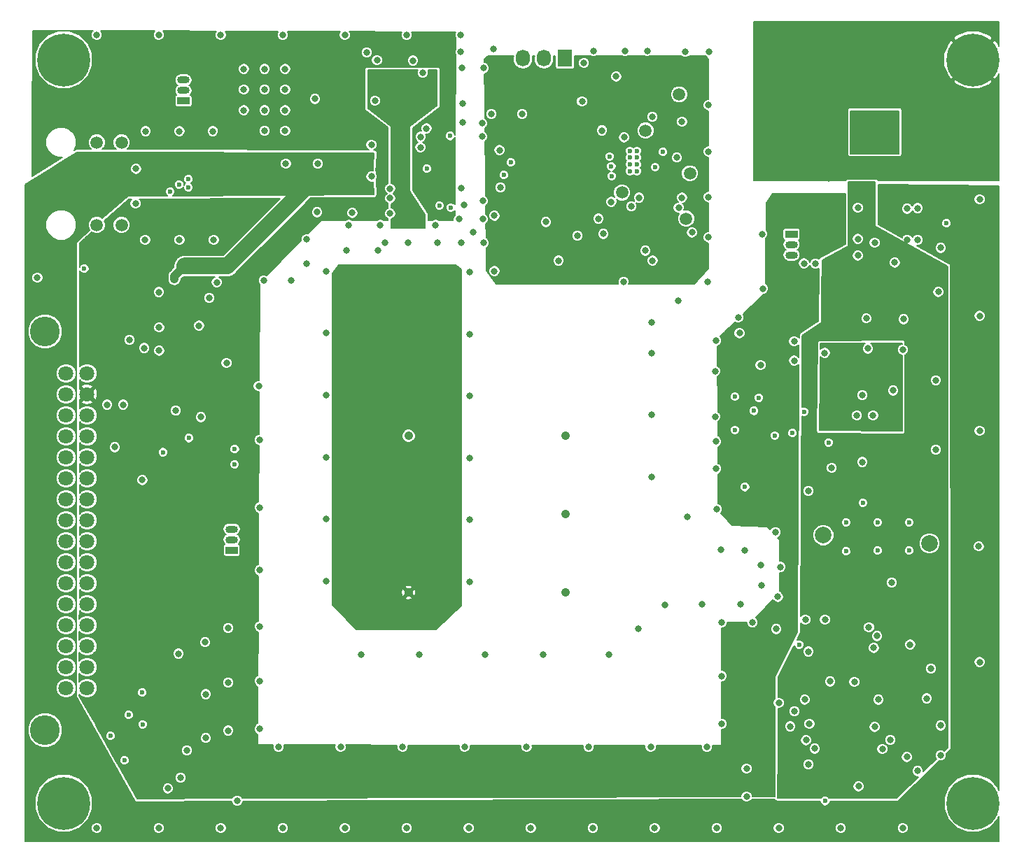
<source format=gbr>
G04 #@! TF.GenerationSoftware,KiCad,Pcbnew,5.0.0*
G04 #@! TF.CreationDate,2018-10-24T02:35:52+02:00*
G04 #@! TF.ProjectId,vcg,7663672E6B696361645F706362000000,rev?*
G04 #@! TF.SameCoordinates,Original*
G04 #@! TF.FileFunction,Copper,L3,Inr,Plane*
G04 #@! TF.FilePolarity,Positive*
%FSLAX46Y46*%
G04 Gerber Fmt 4.6, Leading zero omitted, Abs format (unit mm)*
G04 Created by KiCad (PCBNEW 5.0.0) date Wed Oct 24 02:35:52 2018*
%MOMM*%
%LPD*%
G01*
G04 APERTURE LIST*
G04 #@! TA.AperFunction,ViaPad*
%ADD10C,0.800000*%
G04 #@! TD*
G04 #@! TA.AperFunction,ViaPad*
%ADD11C,1.500000*%
G04 #@! TD*
G04 #@! TA.AperFunction,ViaPad*
%ADD12C,2.000000*%
G04 #@! TD*
G04 #@! TA.AperFunction,ViaPad*
%ADD13C,3.600000*%
G04 #@! TD*
G04 #@! TA.AperFunction,ViaPad*
%ADD14C,1.800000*%
G04 #@! TD*
G04 #@! TA.AperFunction,ViaPad*
%ADD15O,1.500000X0.900000*%
G04 #@! TD*
G04 #@! TA.AperFunction,ViaPad*
%ADD16R,1.500000X0.900000*%
G04 #@! TD*
G04 #@! TA.AperFunction,ViaPad*
%ADD17C,6.400000*%
G04 #@! TD*
G04 #@! TA.AperFunction,ViaPad*
%ADD18C,1.050000*%
G04 #@! TD*
G04 #@! TA.AperFunction,ViaPad*
%ADD19R,1.727200X2.032000*%
G04 #@! TD*
G04 #@! TA.AperFunction,ViaPad*
%ADD20O,1.727200X2.032000*%
G04 #@! TD*
G04 #@! TA.AperFunction,ViaPad*
%ADD21C,0.600000*%
G04 #@! TD*
G04 #@! TA.AperFunction,Conductor*
%ADD22C,0.200000*%
G04 #@! TD*
G04 #@! TA.AperFunction,Conductor*
%ADD23C,1.000000*%
G04 #@! TD*
G04 #@! TA.AperFunction,Conductor*
%ADD24C,2.000000*%
G04 #@! TD*
G04 APERTURE END LIST*
D10*
G04 #@! TO.N,GND*
G04 #@! TO.C,via*
X161100000Y-119200000D03*
G04 #@! TD*
G04 #@! TO.N,GND*
G04 #@! TO.C,via*
X161100000Y-115600000D03*
G04 #@! TD*
G04 #@! TO.N,GND*
G04 #@! TO.C,via*
X158300000Y-121100000D03*
G04 #@! TD*
G04 #@! TO.N,GND*
G04 #@! TO.C,via*
X157000000Y-119400000D03*
G04 #@! TD*
G04 #@! TO.N,GND*
G04 #@! TO.C,via*
X159400000Y-112300000D03*
G04 #@! TD*
G04 #@! TO.N,GND*
G04 #@! TO.C,via*
X157400000Y-105800000D03*
G04 #@! TD*
G04 #@! TO.N,GND*
G04 #@! TO.C,via*
X159900000Y-108700000D03*
G04 #@! TD*
G04 #@! TO.N,GND*
G04 #@! TO.C,via*
X165800000Y-107900000D03*
G04 #@! TD*
G04 #@! TO.N,GND*
G04 #@! TO.C,via*
X165700000Y-93900000D03*
G04 #@! TD*
G04 #@! TO.N,GND*
G04 #@! TO.C,via*
X141200000Y-103900000D03*
G04 #@! TD*
G04 #@! TO.N,GND*
G04 #@! TO.C,via*
X145100000Y-87200000D03*
G04 #@! TD*
G04 #@! TO.N,GND*
G04 #@! TO.C,via*
X147900000Y-84400000D03*
G04 #@! TD*
G04 #@! TO.N,GND*
G04 #@! TO.C,via*
X160500000Y-82200000D03*
G04 #@! TD*
G04 #@! TO.N,GND*
G04 #@! TO.C,via*
X165800000Y-79900000D03*
G04 #@! TD*
G04 #@! TO.N,GND*
G04 #@! TO.C,via*
X160500000Y-73800000D03*
G04 #@! TD*
G04 #@! TO.N,GND*
G04 #@! TO.C,via*
X156500000Y-70100000D03*
G04 #@! TD*
G04 #@! TO.N,GND*
G04 #@! TO.C,via*
X156600000Y-66400000D03*
G04 #@! TD*
G04 #@! TO.N,GND*
G04 #@! TO.C,via*
X152100000Y-66300000D03*
G04 #@! TD*
G04 #@! TO.N,GND*
G04 #@! TO.C,via*
X160800000Y-63100000D03*
G04 #@! TD*
G04 #@! TO.N,GND*
G04 #@! TO.C,via*
X165800000Y-66000000D03*
G04 #@! TD*
G04 #@! TO.N,GND*
G04 #@! TO.C,via*
X165800000Y-51900000D03*
G04 #@! TD*
G04 #@! TO.N,GND*
G04 #@! TO.C,via*
X161900000Y-40700000D03*
G04 #@! TD*
G04 #@! TO.N,GND*
G04 #@! TO.C,via*
X139500000Y-35900000D03*
G04 #@! TD*
G04 #@! TO.N,GND*
G04 #@! TO.C,via*
X139500000Y-41100000D03*
G04 #@! TD*
G04 #@! TO.N,GND*
G04 #@! TO.C,via*
X139500000Y-48600000D03*
G04 #@! TD*
G04 #@! TO.N,GND*
G04 #@! TO.C,via*
X139500000Y-56100000D03*
G04 #@! TD*
G04 #@! TO.N,GND*
G04 #@! TO.C,via*
X139600000Y-62700000D03*
G04 #@! TD*
G04 #@! TO.N,GND*
G04 #@! TO.C,via*
X136600000Y-66200000D03*
G04 #@! TD*
G04 #@! TO.N,GND*
G04 #@! TO.C,via*
X133900000Y-69000000D03*
G04 #@! TD*
G04 #@! TO.N,GND*
G04 #@! TO.C,via*
X133800000Y-72700000D03*
G04 #@! TD*
G04 #@! TO.N,GND*
G04 #@! TO.C,via*
X133800000Y-78200000D03*
G04 #@! TD*
G04 #@! TO.N,GND*
G04 #@! TO.C,via*
X133900000Y-81200000D03*
G04 #@! TD*
G04 #@! TO.N,GND*
G04 #@! TO.C,via*
X133900000Y-84500000D03*
G04 #@! TD*
G04 #@! TO.N,GND*
G04 #@! TO.C,via*
X134000000Y-89400000D03*
G04 #@! TD*
G04 #@! TO.N,GND*
G04 #@! TO.C,via*
X141100000Y-92200000D03*
G04 #@! TD*
G04 #@! TO.N,GND*
G04 #@! TO.C,via*
X141700000Y-96400000D03*
G04 #@! TD*
G04 #@! TO.N,GND*
G04 #@! TO.C,via*
X141400000Y-100000000D03*
G04 #@! TD*
G04 #@! TO.N,GND*
G04 #@! TO.C,via*
X138300000Y-103100000D03*
G04 #@! TD*
G04 #@! TO.N,GND*
G04 #@! TO.C,via*
X134600000Y-103100000D03*
G04 #@! TD*
G04 #@! TO.N,GND*
G04 #@! TO.C,via*
X134600000Y-109600000D03*
G04 #@! TD*
G04 #@! TO.N,GND*
G04 #@! TO.C,via*
X137600000Y-124200000D03*
G04 #@! TD*
G04 #@! TO.N,GND*
G04 #@! TO.C,via*
X137600000Y-120800000D03*
G04 #@! TD*
G04 #@! TO.N,GND*
G04 #@! TO.C,via*
X134600000Y-115400000D03*
G04 #@! TD*
G04 #@! TO.N,GND*
G04 #@! TO.C,via*
X132800000Y-118200000D03*
G04 #@! TD*
G04 #@! TO.N,GND*
G04 #@! TO.C,via*
X76000000Y-124700000D03*
G04 #@! TD*
G04 #@! TO.N,GND*
G04 #@! TO.C,via*
X68900000Y-106900000D03*
G04 #@! TD*
G04 #@! TO.N,GND*
G04 #@! TO.C,via*
X69900000Y-118600000D03*
G04 #@! TD*
G04 #@! TO.N,GND*
G04 #@! TO.C,via*
X72200000Y-117100000D03*
G04 #@! TD*
G04 #@! TO.N,GND*
G04 #@! TO.C,via*
X72200000Y-111800000D03*
G04 #@! TD*
G04 #@! TO.N,GND*
G04 #@! TO.C,via*
X72100000Y-105500000D03*
G04 #@! TD*
G04 #@! TO.N,GND*
G04 #@! TO.C,via*
X74900000Y-103800000D03*
G04 #@! TD*
G04 #@! TO.N,GND*
G04 #@! TO.C,via*
X74900000Y-110400000D03*
G04 #@! TD*
G04 #@! TO.N,GND*
G04 #@! TO.C,via*
X74900000Y-116200000D03*
G04 #@! TD*
G04 #@! TO.N,GND*
G04 #@! TO.C,via*
X126000000Y-118200000D03*
G04 #@! TD*
G04 #@! TO.N,GND*
G04 #@! TO.C,via*
X118500000Y-118200000D03*
G04 #@! TD*
G04 #@! TO.N,GND*
G04 #@! TO.C,via*
X111000000Y-118200000D03*
G04 #@! TD*
G04 #@! TO.N,GND*
G04 #@! TO.C,via*
X103500000Y-118200000D03*
G04 #@! TD*
G04 #@! TO.N,GND*
G04 #@! TO.C,via*
X96000000Y-118200000D03*
G04 #@! TD*
G04 #@! TO.N,GND*
G04 #@! TO.C,via*
X88500000Y-118200000D03*
G04 #@! TD*
G04 #@! TO.N,GND*
G04 #@! TO.C,via*
X81000000Y-118200000D03*
G04 #@! TD*
G04 #@! TO.N,GND*
G04 #@! TO.C,via*
X78700000Y-116000000D03*
G04 #@! TD*
G04 #@! TO.N,GND*
G04 #@! TO.C,via*
X78700000Y-110200000D03*
G04 #@! TD*
G04 #@! TO.N,GND*
G04 #@! TO.C,via*
X78700000Y-103600000D03*
G04 #@! TD*
G04 #@! TO.N,GND*
G04 #@! TO.C,via*
X78700000Y-96800000D03*
G04 #@! TD*
G04 #@! TO.N,GND*
G04 #@! TO.C,via*
X78700000Y-89200000D03*
G04 #@! TD*
G04 #@! TO.N,GND*
G04 #@! TO.C,via*
X78700000Y-81000000D03*
G04 #@! TD*
G04 #@! TO.N,GND*
G04 #@! TO.C,via*
X74700000Y-71700000D03*
G04 #@! TD*
G04 #@! TO.N,GND*
G04 #@! TO.C,via*
X78600000Y-74500000D03*
G04 #@! TD*
G04 #@! TO.N,GND*
G04 #@! TO.C,via*
X84400000Y-56700000D03*
G04 #@! TD*
G04 #@! TO.N,GND*
G04 #@! TO.C,via*
X79200000Y-61700000D03*
G04 #@! TD*
G04 #@! TO.N,GND*
G04 #@! TO.C,via*
X82500000Y-61700000D03*
G04 #@! TD*
G04 #@! TO.N,GND*
G04 #@! TO.C,via*
X84400000Y-59700000D03*
G04 #@! TD*
G04 #@! TO.N,GND*
G04 #@! TO.C,via*
X89500000Y-55000000D03*
G04 #@! TD*
G04 #@! TO.N,GND*
G04 #@! TO.C,via*
X93300000Y-55000000D03*
G04 #@! TD*
G04 #@! TO.N,GND*
G04 #@! TO.C,via*
X102800000Y-54300000D03*
G04 #@! TD*
G04 #@! TO.N,GND*
G04 #@! TO.C,via*
X100000000Y-55000000D03*
G04 #@! TD*
G04 #@! TO.N,GND*
G04 #@! TO.C,via*
X103400000Y-52600000D03*
G04 #@! TD*
G04 #@! TO.N,GND*
G04 #@! TO.C,via*
X103300000Y-42600000D03*
G04 #@! TD*
G04 #@! TO.N,GND*
G04 #@! TO.C,via*
X103300000Y-40300000D03*
G04 #@! TD*
G04 #@! TO.N,GND*
G04 #@! TO.C,via*
X103200000Y-36000000D03*
G04 #@! TD*
G04 #@! TO.N,GNDA*
G04 #@! TO.C,via*
X119100000Y-33900000D03*
G04 #@! TD*
G04 #@! TO.N,GNDA*
G04 #@! TO.C,via*
X122900000Y-33900000D03*
G04 #@! TD*
G04 #@! TO.N,GNDA*
G04 #@! TO.C,via*
X125600000Y-33900000D03*
G04 #@! TD*
G04 #@! TO.N,GNDA*
G04 #@! TO.C,via*
X130200000Y-34000000D03*
G04 #@! TD*
G04 #@! TO.N,GNDA*
G04 #@! TO.C,via*
X133100000Y-34000000D03*
G04 #@! TD*
G04 #@! TO.N,GNDA*
G04 #@! TO.C,via*
X133000000Y-40500000D03*
G04 #@! TD*
G04 #@! TO.N,GNDA*
G04 #@! TO.C,via*
X133000000Y-46100000D03*
G04 #@! TD*
G04 #@! TO.N,GNDA*
G04 #@! TO.C,via*
X133000000Y-51600000D03*
G04 #@! TD*
G04 #@! TO.N,GNDA*
G04 #@! TO.C,via*
X131000000Y-55900000D03*
G04 #@! TD*
G04 #@! TO.N,GNDA*
G04 #@! TO.C,via*
X133000000Y-56500000D03*
G04 #@! TD*
G04 #@! TO.N,GNDA*
G04 #@! TO.C,via*
X126100000Y-66800000D03*
G04 #@! TD*
G04 #@! TO.N,GNDA*
G04 #@! TO.C,via*
X132900000Y-61900000D03*
G04 #@! TD*
G04 #@! TO.N,GNDA*
G04 #@! TO.C,via*
X129300000Y-64200000D03*
G04 #@! TD*
G04 #@! TO.N,GNDA*
G04 #@! TO.C,via*
X126100000Y-70500000D03*
G04 #@! TD*
G04 #@! TO.N,GNDA*
G04 #@! TO.C,via*
X126100000Y-78000000D03*
G04 #@! TD*
G04 #@! TO.N,GNDA*
G04 #@! TO.C,via*
X126100000Y-85500000D03*
G04 #@! TD*
G04 #@! TO.N,GNDA*
G04 #@! TO.C,via*
X130400000Y-90300000D03*
G04 #@! TD*
G04 #@! TO.N,GNDA*
G04 #@! TO.C,via*
X134500000Y-94300000D03*
G04 #@! TD*
G04 #@! TO.N,GNDA*
G04 #@! TO.C,via*
X137400000Y-94400000D03*
G04 #@! TD*
G04 #@! TO.N,GNDA*
G04 #@! TO.C,via*
X139300000Y-96200000D03*
G04 #@! TD*
G04 #@! TO.N,GNDA*
G04 #@! TO.C,via*
X139400000Y-98600000D03*
G04 #@! TD*
G04 #@! TO.N,GNDA*
G04 #@! TO.C,via*
X136900000Y-100900000D03*
G04 #@! TD*
G04 #@! TO.N,GNDA*
G04 #@! TO.C,via*
X132200000Y-100900000D03*
G04 #@! TD*
G04 #@! TO.N,GNDA*
G04 #@! TO.C,via*
X127700000Y-101000000D03*
G04 #@! TD*
G04 #@! TO.N,GNDA*
G04 #@! TO.C,via*
X124500000Y-103900000D03*
G04 #@! TD*
G04 #@! TO.N,GNDA*
G04 #@! TO.C,via*
X104100000Y-60700000D03*
G04 #@! TD*
G04 #@! TO.N,GNDA*
G04 #@! TO.C,via*
X104100000Y-68200000D03*
G04 #@! TD*
G04 #@! TO.N,GNDA*
G04 #@! TO.C,via*
X104100000Y-75700000D03*
G04 #@! TD*
G04 #@! TO.N,GNDA*
G04 #@! TO.C,via*
X104100000Y-83200000D03*
G04 #@! TD*
G04 #@! TO.N,GNDA*
G04 #@! TO.C,via*
X104100000Y-90700000D03*
G04 #@! TD*
G04 #@! TO.N,GNDA*
G04 #@! TO.C,via*
X104100000Y-98200000D03*
G04 #@! TD*
G04 #@! TO.N,GNDA*
G04 #@! TO.C,via*
X121000000Y-107000000D03*
G04 #@! TD*
G04 #@! TO.N,GNDA*
G04 #@! TO.C,via*
X113000000Y-107000000D03*
G04 #@! TD*
G04 #@! TO.N,GNDA*
G04 #@! TO.C,via*
X106000000Y-107000000D03*
G04 #@! TD*
G04 #@! TO.N,GNDA*
G04 #@! TO.C,via*
X98000000Y-107000000D03*
G04 #@! TD*
G04 #@! TO.N,GNDA*
G04 #@! TO.C,via*
X91000000Y-107000000D03*
G04 #@! TD*
G04 #@! TO.N,GNDA*
G04 #@! TO.C,via*
X86750000Y-98100000D03*
G04 #@! TD*
G04 #@! TO.N,GNDA*
G04 #@! TO.C,via*
X86750000Y-90600000D03*
G04 #@! TD*
G04 #@! TO.N,GNDA*
G04 #@! TO.C,via*
X86750000Y-83100000D03*
G04 #@! TD*
G04 #@! TO.N,GNDA*
G04 #@! TO.C,via*
X86750000Y-75600000D03*
G04 #@! TD*
G04 #@! TO.N,GNDA*
G04 #@! TO.C,via*
X86750000Y-68100000D03*
G04 #@! TD*
G04 #@! TO.N,GNDA*
G04 #@! TO.C,via*
X86750000Y-60600000D03*
G04 #@! TD*
G04 #@! TO.N,GNDA*
G04 #@! TO.C,via*
X93900000Y-57100000D03*
G04 #@! TD*
G04 #@! TO.N,GNDA*
G04 #@! TO.C,via*
X96700000Y-57100000D03*
G04 #@! TD*
G04 #@! TO.N,GNDA*
G04 #@! TO.C,via*
X100200000Y-57100000D03*
G04 #@! TD*
G04 #@! TO.N,GNDA*
G04 #@! TO.C,via*
X103100000Y-57100000D03*
G04 #@! TD*
G04 #@! TO.N,GNDA*
G04 #@! TO.C,via*
X104500000Y-55900000D03*
G04 #@! TD*
G04 #@! TO.N,GNDA*
G04 #@! TO.C,via*
X105700000Y-54300000D03*
G04 #@! TD*
G04 #@! TO.N,GNDA*
G04 #@! TO.C,via*
X105700000Y-52100000D03*
G04 #@! TD*
G04 #@! TO.N,GNDA*
G04 #@! TO.C,via*
X105600000Y-42700000D03*
G04 #@! TD*
G04 #@! TO.N,GNDA*
G04 #@! TO.C,via*
X105600000Y-44300000D03*
G04 #@! TD*
G04 #@! TO.N,GNDA*
G04 #@! TO.C,via*
X105800000Y-36000000D03*
G04 #@! TD*
G04 #@! TO.N,GNDA*
G04 #@! TO.C,via*
X107000000Y-33700000D03*
G04 #@! TD*
G04 #@! TO.N,GND*
G04 #@! TO.C,via*
X161500000Y-32000000D03*
G04 #@! TD*
G04 #@! TO.N,GND*
G04 #@! TO.C,via*
X155000000Y-32000000D03*
G04 #@! TD*
G04 #@! TO.N,GND*
G04 #@! TO.C,via*
X147500000Y-32000000D03*
G04 #@! TD*
G04 #@! TO.N,GND*
G04 #@! TO.C,via*
X140000000Y-32000000D03*
G04 #@! TD*
G04 #@! TO.N,GND*
G04 #@! TO.C,via*
X81800000Y-43600000D03*
G04 #@! TD*
G04 #@! TO.N,GND*
G04 #@! TO.C,via*
X79300000Y-43600000D03*
G04 #@! TD*
G04 #@! TO.N,GND*
G04 #@! TO.C,via*
X81800000Y-41100000D03*
G04 #@! TD*
G04 #@! TO.N,GND*
G04 #@! TO.C,via*
X79300000Y-41100000D03*
G04 #@! TD*
G04 #@! TO.N,GND*
G04 #@! TO.C,via*
X76800000Y-41100000D03*
G04 #@! TD*
G04 #@! TO.N,GND*
G04 #@! TO.C,via*
X81800000Y-38600000D03*
G04 #@! TD*
G04 #@! TO.N,GND*
G04 #@! TO.C,via*
X79300000Y-38600000D03*
G04 #@! TD*
G04 #@! TO.N,GND*
G04 #@! TO.C,via*
X76800000Y-38600000D03*
G04 #@! TD*
G04 #@! TO.N,GND*
G04 #@! TO.C,via*
X81800000Y-36100000D03*
G04 #@! TD*
G04 #@! TO.N,GND*
G04 #@! TO.C,via*
X79300000Y-36100000D03*
G04 #@! TD*
G04 #@! TO.N,GND*
G04 #@! TO.C,via*
X76800000Y-36100000D03*
G04 #@! TD*
G04 #@! TO.N,GND*
G04 #@! TO.C,via*
X103000000Y-32000000D03*
G04 #@! TD*
G04 #@! TO.N,GND*
G04 #@! TO.C,via*
X96500000Y-32000000D03*
G04 #@! TD*
G04 #@! TO.N,GND*
G04 #@! TO.C,via*
X59000000Y-32000000D03*
G04 #@! TD*
G04 #@! TO.N,GND*
G04 #@! TO.C,via*
X89000000Y-32000000D03*
G04 #@! TD*
G04 #@! TO.N,GND*
G04 #@! TO.C,via*
X81500000Y-32000000D03*
G04 #@! TD*
G04 #@! TO.N,GND*
G04 #@! TO.C,via*
X74000000Y-32000000D03*
G04 #@! TD*
G04 #@! TO.N,GND*
G04 #@! TO.C,via*
X66500000Y-32000000D03*
G04 #@! TD*
G04 #@! TO.N,GND*
G04 #@! TO.C,via*
X156500000Y-128000000D03*
G04 #@! TD*
G04 #@! TO.N,GND*
G04 #@! TO.C,via*
X149000000Y-128000000D03*
G04 #@! TD*
G04 #@! TO.N,GND*
G04 #@! TO.C,via*
X141500000Y-128000000D03*
G04 #@! TD*
G04 #@! TO.N,GND*
G04 #@! TO.C,via*
X134000000Y-128000000D03*
G04 #@! TD*
G04 #@! TO.N,GND*
G04 #@! TO.C,via*
X126500000Y-128000000D03*
G04 #@! TD*
G04 #@! TO.N,GND*
G04 #@! TO.C,via*
X119000000Y-128000000D03*
G04 #@! TD*
G04 #@! TO.N,GND*
G04 #@! TO.C,via*
X111500000Y-128000000D03*
G04 #@! TD*
G04 #@! TO.N,GND*
G04 #@! TO.C,via*
X104000000Y-128000000D03*
G04 #@! TD*
G04 #@! TO.N,GND*
G04 #@! TO.C,via*
X96500000Y-128000000D03*
G04 #@! TD*
G04 #@! TO.N,GND*
G04 #@! TO.C,via*
X89000000Y-128000000D03*
G04 #@! TD*
G04 #@! TO.N,GND*
G04 #@! TO.C,via*
X81500000Y-128000000D03*
G04 #@! TD*
G04 #@! TO.N,GND*
G04 #@! TO.C,via*
X74000000Y-128000000D03*
G04 #@! TD*
G04 #@! TO.N,GND*
G04 #@! TO.C,via*
X66500000Y-128000000D03*
G04 #@! TD*
D11*
G04 #@! TO.N,/DAC/V_SUM*
G04 #@! TO.C,P8*
X130290000Y-54220000D03*
G04 #@! TD*
G04 #@! TO.N,/DAC/VREF_DAC*
G04 #@! TO.C,P7*
X129450000Y-39190000D03*
G04 #@! TD*
G04 #@! TO.N,GNDA*
G04 #@! TO.C,P6*
X130770000Y-48750000D03*
G04 #@! TD*
G04 #@! TO.N,/DAC/V_B*
G04 #@! TO.C,P5*
X122550000Y-51075000D03*
G04 #@! TD*
G04 #@! TO.N,/DAC/V_A*
G04 #@! TO.C,P4*
X125375000Y-43575000D03*
G04 #@! TD*
D12*
G04 #@! TO.N,GND*
G04 #@! TO.C,J2*
X146900000Y-92550000D03*
X159730000Y-93550000D03*
G04 #@! TD*
D13*
G04 #@! TO.N,N/C*
G04 #@! TO.C,P1*
X52760000Y-116130000D03*
X52760000Y-67870000D03*
D14*
G04 #@! TO.N,GND*
X55300000Y-111050000D03*
X57840000Y-111050000D03*
X55300000Y-108510000D03*
G04 #@! TO.N,/Fpll_F_P*
X57840000Y-108510000D03*
G04 #@! TO.N,GND*
X55300000Y-105970000D03*
G04 #@! TO.N,/Fpll_F_N*
X57840000Y-105970000D03*
G04 #@! TO.N,GND*
X55300000Y-103430000D03*
X57840000Y-103430000D03*
X55300000Y-100890000D03*
G04 #@! TO.N,/Fpll_E_P*
X57840000Y-100890000D03*
G04 #@! TO.N,GND*
X55300000Y-98350000D03*
G04 #@! TO.N,/Fpll_E_N*
X57840000Y-98350000D03*
G04 #@! TO.N,GND*
X55300000Y-95810000D03*
X57840000Y-95810000D03*
X55300000Y-93270000D03*
G04 #@! TO.N,/Fpll_C*
X57840000Y-93270000D03*
G04 #@! TO.N,GND*
X55300000Y-90730000D03*
X57840000Y-90730000D03*
X55300000Y-88190000D03*
G04 #@! TO.N,/F10_C*
X57840000Y-88190000D03*
G04 #@! TO.N,GND*
X55300000Y-85650000D03*
X57840000Y-85650000D03*
X55300000Y-83110000D03*
G04 #@! TO.N,/SCL*
X57840000Y-83110000D03*
G04 #@! TO.N,GND*
X55300000Y-80570000D03*
G04 #@! TO.N,/SDA*
X57840000Y-80570000D03*
G04 #@! TO.N,GND*
X55300000Y-78030000D03*
G04 #@! TO.N,/EN_DAC*
X57840000Y-78030000D03*
G04 #@! TO.N,GND*
X55300000Y-75490000D03*
G04 #@! TO.N,/VDD_D*
X57840000Y-75490000D03*
G04 #@! TO.N,Net-(GS1-Pad2)*
X55300000Y-72950000D03*
X57840000Y-72950000D03*
G04 #@! TD*
D11*
G04 #@! TO.N,/Vin2*
G04 #@! TO.C,P3*
X62000000Y-55000000D03*
G04 #@! TO.N,GND*
X59000000Y-55000000D03*
G04 #@! TD*
G04 #@! TO.N,/Vin1*
G04 #@! TO.C,P2*
X62000000Y-45000000D03*
G04 #@! TO.N,GND*
X59000000Y-45000000D03*
G04 #@! TD*
D15*
G04 #@! TO.N,Net-(Q4-Pad2)*
G04 #@! TO.C,Q4*
X69500000Y-38700000D03*
X69500000Y-37430000D03*
D16*
G04 #@! TO.N,Net-(Q4-Pad1)*
X69500000Y-39970000D03*
G04 #@! TD*
D15*
G04 #@! TO.N,Net-(Q3-Pad2)*
G04 #@! TO.C,Q3*
X75325000Y-93105000D03*
X75325000Y-91835000D03*
D16*
G04 #@! TO.N,Net-(Q3-Pad1)*
X75325000Y-94375000D03*
G04 #@! TD*
D15*
G04 #@! TO.N,Net-(C24-Pad1)*
G04 #@! TO.C,Q1*
X143050000Y-57370000D03*
G04 #@! TO.N,Net-(C26-Pad1)*
X143050000Y-58640000D03*
D16*
G04 #@! TO.N,Net-(C25-Pad2)*
X143050000Y-56100000D03*
G04 #@! TD*
D17*
G04 #@! TO.N,GND*
G04 #@! TO.C,MH4*
X165000000Y-125000000D03*
D10*
X167400000Y-125000000D03*
X166697056Y-126697056D03*
X165000000Y-127400000D03*
X163302944Y-126697056D03*
X162600000Y-125000000D03*
X163302944Y-123302944D03*
X165000000Y-122600000D03*
X166697056Y-123302944D03*
G04 #@! TD*
D17*
G04 #@! TO.N,GND*
G04 #@! TO.C,MH3*
X165000000Y-35000000D03*
D10*
X167400000Y-35000000D03*
X166697056Y-36697056D03*
X165000000Y-37400000D03*
X163302944Y-36697056D03*
X162600000Y-35000000D03*
X163302944Y-33302944D03*
X165000000Y-32600000D03*
X166697056Y-33302944D03*
G04 #@! TD*
D17*
G04 #@! TO.N,GND*
G04 #@! TO.C,MH2*
X55000000Y-35000000D03*
D10*
X57400000Y-35000000D03*
X56697056Y-36697056D03*
X55000000Y-37400000D03*
X53302944Y-36697056D03*
X52600000Y-35000000D03*
X53302944Y-33302944D03*
X55000000Y-32600000D03*
X56697056Y-33302944D03*
G04 #@! TD*
D17*
G04 #@! TO.N,GND*
G04 #@! TO.C,MH1*
X55000000Y-125000000D03*
D10*
X57400000Y-125000000D03*
X56697056Y-126697056D03*
X55000000Y-127400000D03*
X53302944Y-126697056D03*
X52600000Y-125000000D03*
X53302944Y-123302944D03*
X55000000Y-122600000D03*
X56697056Y-123302944D03*
G04 #@! TD*
D18*
G04 #@! TO.N,Net-(R31-Pad2)*
G04 #@! TO.C,Y1*
X115735000Y-99510000D03*
G04 #@! TO.N,GNDA*
X115735000Y-90010000D03*
G04 #@! TO.N,/Vc*
X115735000Y-80510000D03*
G04 #@! TO.N,/Vref*
X96735000Y-80510000D03*
G04 #@! TO.N,/VDD_OSC*
X96735000Y-99510000D03*
G04 #@! TD*
D10*
G04 #@! TO.N,GND*
G04 #@! TO.C,via*
X59000000Y-128000000D03*
G04 #@! TD*
D19*
G04 #@! TO.N,/DAC/V2P8*
G04 #@! TO.C,K1*
X115640000Y-34820000D03*
D20*
G04 #@! TO.N,Net-(K1-Pad2)*
X113100000Y-34820000D03*
G04 #@! TO.N,GNDA*
X110560000Y-34820000D03*
G04 #@! TD*
D10*
G04 #@! TO.N,GNDA*
X117930000Y-35380000D03*
X121250000Y-52200000D03*
X124600000Y-51700000D03*
X129800000Y-51700000D03*
X129400000Y-52900000D03*
X123675000Y-52725000D03*
X129175000Y-46825000D03*
X126210000Y-41890000D03*
X121840000Y-37010000D03*
D21*
X124350000Y-48487500D03*
X123500000Y-48487500D03*
X123500000Y-47662500D03*
X124350000Y-47662500D03*
X124350000Y-46837500D03*
X123500000Y-46837500D03*
X124350000Y-46012500D03*
X123500000Y-46012500D03*
D10*
X122790000Y-44390000D03*
X120100000Y-43550000D03*
X129800000Y-42500000D03*
X125350000Y-58100000D03*
X126250000Y-59300000D03*
X122725000Y-61875000D03*
X114850000Y-59300000D03*
X117150000Y-56300000D03*
X119675000Y-54225000D03*
X120275000Y-56075000D03*
X117700000Y-40050000D03*
X106725000Y-41575000D03*
X110475000Y-41575000D03*
X107850000Y-50450000D03*
X107725000Y-45925000D03*
X113340000Y-54640000D03*
X107110000Y-53860000D03*
X105820000Y-57170000D03*
X107110000Y-60590000D03*
X89250000Y-58050000D03*
X93000000Y-58050000D03*
D21*
G04 #@! TO.N,GND*
X138500000Y-77500000D03*
X139100000Y-75900000D03*
X156600000Y-43900000D03*
D10*
X103100000Y-50500000D03*
D21*
X136200000Y-75800000D03*
D10*
X155150000Y-98300000D03*
X64520000Y-85880000D03*
D21*
X68963000Y-50103000D03*
X70100000Y-50453000D03*
X70100000Y-49453000D03*
X67900000Y-50953000D03*
D10*
X85725000Y-47575000D03*
X81875000Y-47575000D03*
X144550000Y-59650000D03*
X145925000Y-59675000D03*
X158310000Y-56790000D03*
X158310000Y-52960000D03*
X151060000Y-52910000D03*
X151060000Y-56690000D03*
X91650000Y-34100000D03*
X92912500Y-35037500D03*
X97250000Y-35100000D03*
X98450000Y-36550000D03*
X92662500Y-39937500D03*
X85412500Y-39737500D03*
X92225000Y-49125000D03*
X92225000Y-45275000D03*
X94500000Y-53600000D03*
X94500000Y-51750000D03*
X103000000Y-34050000D03*
X71590000Y-78260000D03*
X68560000Y-77460000D03*
X61200000Y-81900000D03*
X62200000Y-76750000D03*
X60250000Y-76750000D03*
X89925000Y-53525000D03*
X85650000Y-53450000D03*
X66550000Y-70200000D03*
X64750000Y-69900000D03*
X62950000Y-68900000D03*
X66550000Y-67400000D03*
X71375000Y-67175000D03*
X66525000Y-63125000D03*
X72625000Y-63825000D03*
X73525000Y-61925000D03*
X63700000Y-52400000D03*
X63750000Y-48200000D03*
X73150000Y-56800000D03*
X69000000Y-56800000D03*
X64850000Y-56800000D03*
X73050000Y-43650000D03*
X69000000Y-43650000D03*
X64900000Y-43650000D03*
X51825000Y-61375000D03*
X98175000Y-44325000D03*
X98150000Y-45600000D03*
X98900000Y-43300000D03*
X158310000Y-47010000D03*
X155950000Y-48600000D03*
X160700000Y-48600000D03*
X161080000Y-57770000D03*
X147475000Y-38175000D03*
X143450000Y-39050000D03*
X141625000Y-42625000D03*
X142575000Y-49125000D03*
X146550000Y-47550000D03*
X147525000Y-49325000D03*
X148150000Y-43350000D03*
X148200000Y-45000000D03*
X158975000Y-40125000D03*
X153100000Y-57150000D03*
X151060000Y-58690000D03*
X155540000Y-59540000D03*
X151600000Y-83700000D03*
X155325000Y-75025000D03*
X151600000Y-75600000D03*
X150950000Y-78050000D03*
X152900000Y-78050000D03*
X152300000Y-69950000D03*
X147075000Y-70475000D03*
X143375000Y-71425000D03*
X143375000Y-69075000D03*
X136750000Y-68100000D03*
X139300000Y-71950000D03*
X153550000Y-112450000D03*
X147700000Y-110250000D03*
X150650000Y-110300000D03*
X153387500Y-104762500D03*
X153000000Y-106200000D03*
X152412500Y-103712500D03*
X144710000Y-102760000D03*
X147090000Y-102760000D03*
X154025000Y-118425000D03*
X153100000Y-115750000D03*
X155000000Y-117350000D03*
X144812500Y-117362500D03*
X145837500Y-118387500D03*
X145212500Y-115387500D03*
X141500000Y-112850000D03*
X144650000Y-112450000D03*
X151150000Y-122950000D03*
X145100000Y-120300000D03*
D21*
X147090000Y-124740000D03*
X143150000Y-80200000D03*
X141025000Y-80475000D03*
X157270000Y-91000000D03*
X157270000Y-94400000D03*
X153460000Y-91000000D03*
X153460000Y-94400000D03*
X149650000Y-94500000D03*
X149650000Y-91000000D03*
X151670000Y-88630000D03*
D10*
X145090000Y-106640000D03*
D21*
X64550000Y-115440000D03*
X60650000Y-116860000D03*
X137425000Y-86725000D03*
G04 #@! TO.N,Net-(C5-Pad1)*
X121300000Y-49080000D03*
X126550000Y-48000000D03*
G04 #@! TO.N,Net-(C36-Pad1)*
X151250000Y-45000000D03*
X154775000Y-41975000D03*
D10*
G04 #@! TO.N,Net-(C48-Pad1)*
X151950000Y-77350000D03*
X147075000Y-76025000D03*
X147075000Y-74725000D03*
X150800000Y-69900000D03*
X155325000Y-73525000D03*
G04 #@! TO.N,/Power/VDD_A*
X95037500Y-39450000D03*
D21*
X57500000Y-60300000D03*
D10*
X99425000Y-37175000D03*
X99425000Y-40275000D03*
X95175000Y-54625000D03*
X98275000Y-54625000D03*
X96750000Y-53400000D03*
X96750000Y-51750000D03*
X96800000Y-38050000D03*
X93050000Y-38037500D03*
X95037500Y-42200000D03*
X95037500Y-40900000D03*
D21*
G04 #@! TO.N,/Oscillator/FLTA*
X144550000Y-77600000D03*
X136200000Y-79800000D03*
G04 #@! TO.N,Net-(Q4-Pad2)*
X75675000Y-83975000D03*
G04 #@! TO.N,Net-(Q4-Pad1)*
X75700000Y-82150000D03*
G04 #@! TO.N,/EN_DAC*
X101825000Y-52875000D03*
X98925000Y-48175000D03*
G04 #@! TO.N,/SCL_DAC*
X121040000Y-46690000D03*
X108240000Y-48940000D03*
G04 #@! TO.N,/SDA_DAC*
X109080000Y-47430000D03*
X121250000Y-47900000D03*
D10*
G04 #@! TO.N,/VDD_D*
X135650000Y-73000000D03*
D21*
X57575000Y-62525000D03*
D10*
X146820000Y-52870000D03*
X147630000Y-53770000D03*
X60250000Y-79650000D03*
X60200000Y-78250000D03*
X64750000Y-63750000D03*
X64750000Y-64800000D03*
X62950000Y-65900000D03*
X100450000Y-43550000D03*
X143730000Y-63630000D03*
X144430000Y-64580000D03*
X138250000Y-68050000D03*
D21*
X141150000Y-75445000D03*
X66030000Y-115470000D03*
D10*
G04 #@! TO.N,/VDD_DAC*
X106950000Y-38575000D03*
X118450000Y-52350000D03*
X108610000Y-60640000D03*
X110475000Y-38575000D03*
X107900000Y-37350000D03*
X117800000Y-42050000D03*
X118970000Y-42930000D03*
X122150000Y-55450000D03*
X123350000Y-55600000D03*
G04 #@! TO.N,/VDD_OSC*
X94800000Y-100500000D03*
X94800000Y-98500000D03*
X98575000Y-61025000D03*
X89200000Y-61050000D03*
X93475000Y-61025000D03*
X94925000Y-61025000D03*
D21*
G04 #@! TO.N,/SCL*
X62350000Y-119800000D03*
X67000000Y-82500000D03*
X62850000Y-114300000D03*
X100450000Y-52650000D03*
D10*
X142900000Y-115700000D03*
X69150000Y-121900000D03*
D21*
G04 #@! TO.N,/SDA*
X64500000Y-111600000D03*
X101750000Y-44225000D03*
D10*
X143400000Y-113850000D03*
X67600000Y-123200000D03*
G04 #@! TO.N,/EN_VDD_A*
X94500000Y-50600000D03*
D21*
X70150000Y-80800000D03*
X161800000Y-54800000D03*
X147520000Y-81330000D03*
X143960000Y-105800000D03*
G04 #@! TO.N,/DAC/VREF_DAC*
X127490000Y-46160000D03*
D10*
G04 #@! TO.N,/VDD_OUT*
X155100000Y-99800000D03*
X157040000Y-53010000D03*
X157040000Y-56800000D03*
X151850000Y-50400000D03*
X151110000Y-61690000D03*
X155610000Y-61640000D03*
X157040000Y-61640000D03*
X157040000Y-60260000D03*
X148500000Y-60500000D03*
X147550000Y-59800000D03*
X145375000Y-69025000D03*
X144760000Y-104760000D03*
X152025000Y-118475000D03*
X149650000Y-123000000D03*
X143600000Y-122150000D03*
D21*
X151670000Y-87130000D03*
D10*
G04 #@! TO.N,/V_N*
X91775000Y-50575000D03*
X90575000Y-50575000D03*
X68400000Y-61550000D03*
X69625000Y-59975000D03*
X89225000Y-49100000D03*
X154060000Y-51510000D03*
X154060000Y-52760000D03*
G04 #@! TD*
D22*
G04 #@! TO.N,/VDD_DAC*
X122150000Y-55450000D02*
X123200000Y-55450000D01*
X123200000Y-55450000D02*
X123350000Y-55600000D01*
X117800000Y-42050000D02*
X118090000Y-42050000D01*
D23*
G04 #@! TO.N,/VDD_OSC*
X89225000Y-61025000D02*
X89200000Y-61050000D01*
G04 #@! TO.N,/V_N*
X68400000Y-61550000D02*
X68400000Y-61200000D01*
X68400000Y-61200000D02*
X69625000Y-59975000D01*
X85700000Y-49100000D02*
X84250000Y-50550000D01*
D24*
X84250000Y-50550000D02*
X74825000Y-59975000D01*
D23*
X90575000Y-50575000D02*
X84275000Y-50575000D01*
X84275000Y-50575000D02*
X84250000Y-50550000D01*
X91775000Y-50575000D02*
X90575000Y-50575000D01*
D24*
X74825000Y-59975000D02*
X69625000Y-59975000D01*
D23*
X89225000Y-49100000D02*
X85700000Y-49100000D01*
G04 #@! TD*
D22*
G04 #@! TO.N,/VDD_OSC*
G36*
X103075028Y-60371018D02*
X103099973Y-101056418D01*
X100010731Y-103925000D01*
X90366422Y-103925000D01*
X87475000Y-101033578D01*
X87475000Y-100175060D01*
X96282072Y-100175060D01*
X96339430Y-100309650D01*
X96675554Y-100400158D01*
X97020728Y-100355148D01*
X97130570Y-100309650D01*
X97187928Y-100175060D01*
X96735000Y-99722132D01*
X96282072Y-100175060D01*
X87475000Y-100175060D01*
X87475000Y-99450554D01*
X95844842Y-99450554D01*
X95889852Y-99795728D01*
X95935350Y-99905570D01*
X96069940Y-99962928D01*
X96522868Y-99510000D01*
X96947132Y-99510000D01*
X97400060Y-99962928D01*
X97534650Y-99905570D01*
X97625158Y-99569446D01*
X97580148Y-99224272D01*
X97534650Y-99114430D01*
X97400060Y-99057072D01*
X96947132Y-99510000D01*
X96522868Y-99510000D01*
X96069940Y-99057072D01*
X95935350Y-99114430D01*
X95844842Y-99450554D01*
X87475000Y-99450554D01*
X87475000Y-98844940D01*
X96282072Y-98844940D01*
X96735000Y-99297868D01*
X97187928Y-98844940D01*
X97130570Y-98710350D01*
X96794446Y-98619842D01*
X96449272Y-98664852D01*
X96339430Y-98710350D01*
X96282072Y-98844940D01*
X87475000Y-98844940D01*
X87475000Y-80345897D01*
X95910000Y-80345897D01*
X95910000Y-80674103D01*
X96035599Y-80977325D01*
X96267675Y-81209401D01*
X96570897Y-81335000D01*
X96899103Y-81335000D01*
X97202325Y-81209401D01*
X97434401Y-80977325D01*
X97560000Y-80674103D01*
X97560000Y-80345897D01*
X97434401Y-80042675D01*
X97202325Y-79810599D01*
X96899103Y-79685000D01*
X96570897Y-79685000D01*
X96267675Y-79810599D01*
X96035599Y-80042675D01*
X95910000Y-80345897D01*
X87475000Y-80345897D01*
X87475000Y-60858333D01*
X88250000Y-59825000D01*
X102438007Y-59825000D01*
X103075028Y-60371018D01*
X103075028Y-60371018D01*
G37*
X103075028Y-60371018D02*
X103099973Y-101056418D01*
X100010731Y-103925000D01*
X90366422Y-103925000D01*
X87475000Y-101033578D01*
X87475000Y-100175060D01*
X96282072Y-100175060D01*
X96339430Y-100309650D01*
X96675554Y-100400158D01*
X97020728Y-100355148D01*
X97130570Y-100309650D01*
X97187928Y-100175060D01*
X96735000Y-99722132D01*
X96282072Y-100175060D01*
X87475000Y-100175060D01*
X87475000Y-99450554D01*
X95844842Y-99450554D01*
X95889852Y-99795728D01*
X95935350Y-99905570D01*
X96069940Y-99962928D01*
X96522868Y-99510000D01*
X96947132Y-99510000D01*
X97400060Y-99962928D01*
X97534650Y-99905570D01*
X97625158Y-99569446D01*
X97580148Y-99224272D01*
X97534650Y-99114430D01*
X97400060Y-99057072D01*
X96947132Y-99510000D01*
X96522868Y-99510000D01*
X96069940Y-99057072D01*
X95935350Y-99114430D01*
X95844842Y-99450554D01*
X87475000Y-99450554D01*
X87475000Y-98844940D01*
X96282072Y-98844940D01*
X96735000Y-99297868D01*
X97187928Y-98844940D01*
X97130570Y-98710350D01*
X96794446Y-98619842D01*
X96449272Y-98664852D01*
X96339430Y-98710350D01*
X96282072Y-98844940D01*
X87475000Y-98844940D01*
X87475000Y-80345897D01*
X95910000Y-80345897D01*
X95910000Y-80674103D01*
X96035599Y-80977325D01*
X96267675Y-81209401D01*
X96570897Y-81335000D01*
X96899103Y-81335000D01*
X97202325Y-81209401D01*
X97434401Y-80977325D01*
X97560000Y-80674103D01*
X97560000Y-80345897D01*
X97434401Y-80042675D01*
X97202325Y-79810599D01*
X96899103Y-79685000D01*
X96570897Y-79685000D01*
X96267675Y-79810599D01*
X96035599Y-80042675D01*
X95910000Y-80345897D01*
X87475000Y-80345897D01*
X87475000Y-60858333D01*
X88250000Y-59825000D01*
X102438007Y-59825000D01*
X103075028Y-60371018D01*
G04 #@! TO.N,/VDD_DAC*
G36*
X109396400Y-34552997D02*
X109396400Y-35087002D01*
X109463913Y-35426413D01*
X109721091Y-35811309D01*
X110105986Y-36068487D01*
X110560000Y-36158796D01*
X111014013Y-36068487D01*
X111398909Y-35811309D01*
X111656087Y-35426414D01*
X111723600Y-35087003D01*
X111723600Y-34552998D01*
X111713058Y-34500000D01*
X111946942Y-34500000D01*
X111936400Y-34552997D01*
X111936400Y-35087002D01*
X112003913Y-35426413D01*
X112261091Y-35811309D01*
X112645986Y-36068487D01*
X113100000Y-36158796D01*
X113554013Y-36068487D01*
X113938909Y-35811309D01*
X114196087Y-35426414D01*
X114263600Y-35087003D01*
X114263600Y-34552998D01*
X114253058Y-34500000D01*
X114470523Y-34500000D01*
X114470523Y-35836000D01*
X114493807Y-35953054D01*
X114560112Y-36052288D01*
X114659346Y-36118593D01*
X114776400Y-36141877D01*
X116503600Y-36141877D01*
X116620654Y-36118593D01*
X116719888Y-36052288D01*
X116786193Y-35953054D01*
X116809477Y-35836000D01*
X116809477Y-35240761D01*
X117230000Y-35240761D01*
X117230000Y-35519239D01*
X117336568Y-35776518D01*
X117533482Y-35973432D01*
X117790761Y-36080000D01*
X118069239Y-36080000D01*
X118326518Y-35973432D01*
X118523432Y-35776518D01*
X118630000Y-35519239D01*
X118630000Y-35240761D01*
X118523432Y-34983482D01*
X118326518Y-34786568D01*
X118069239Y-34680000D01*
X117790761Y-34680000D01*
X117533482Y-34786568D01*
X117336568Y-34983482D01*
X117230000Y-35240761D01*
X116809477Y-35240761D01*
X116809477Y-34500000D01*
X118719339Y-34500000D01*
X118960761Y-34600000D01*
X119239239Y-34600000D01*
X119480661Y-34500000D01*
X122519339Y-34500000D01*
X122760761Y-34600000D01*
X123039239Y-34600000D01*
X123280661Y-34500000D01*
X125219339Y-34500000D01*
X125460761Y-34600000D01*
X125739239Y-34600000D01*
X125980661Y-34500000D01*
X129710050Y-34500000D01*
X129803482Y-34593432D01*
X130060761Y-34700000D01*
X130339239Y-34700000D01*
X130596518Y-34593432D01*
X130689950Y-34500000D01*
X132610050Y-34500000D01*
X132703482Y-34593432D01*
X132738181Y-34607805D01*
X133000000Y-34935079D01*
X133000000Y-39800000D01*
X132860761Y-39800000D01*
X132603482Y-39906568D01*
X132406568Y-40103482D01*
X132300000Y-40360761D01*
X132300000Y-40639239D01*
X132406568Y-40896518D01*
X132603482Y-41093432D01*
X132860761Y-41200000D01*
X133000000Y-41200000D01*
X133000000Y-45400000D01*
X132860761Y-45400000D01*
X132603482Y-45506568D01*
X132406568Y-45703482D01*
X132300000Y-45960761D01*
X132300000Y-46239239D01*
X132406568Y-46496518D01*
X132603482Y-46693432D01*
X132860761Y-46800000D01*
X133000000Y-46800000D01*
X133000000Y-50900000D01*
X132860761Y-50900000D01*
X132603482Y-51006568D01*
X132406568Y-51203482D01*
X132300000Y-51460761D01*
X132300000Y-51739239D01*
X132406568Y-51996518D01*
X132603482Y-52193432D01*
X132860761Y-52300000D01*
X133000000Y-52300000D01*
X133000000Y-55800000D01*
X132860761Y-55800000D01*
X132603482Y-55906568D01*
X132406568Y-56103482D01*
X132300000Y-56360761D01*
X132300000Y-56639239D01*
X132406568Y-56896518D01*
X132603482Y-57093432D01*
X132860761Y-57200000D01*
X133000000Y-57200000D01*
X133000000Y-60310964D01*
X131306151Y-62150000D01*
X123368766Y-62150000D01*
X123425000Y-62014239D01*
X123425000Y-61735761D01*
X123318432Y-61478482D01*
X123121518Y-61281568D01*
X122864239Y-61175000D01*
X122585761Y-61175000D01*
X122328482Y-61281568D01*
X122131568Y-61478482D01*
X122025000Y-61735761D01*
X122025000Y-62014239D01*
X122081234Y-62150000D01*
X107301816Y-62150000D01*
X106149691Y-60517823D01*
X106149038Y-60450761D01*
X106410000Y-60450761D01*
X106410000Y-60729239D01*
X106516568Y-60986518D01*
X106713482Y-61183432D01*
X106970761Y-61290000D01*
X107249239Y-61290000D01*
X107506518Y-61183432D01*
X107703432Y-60986518D01*
X107810000Y-60729239D01*
X107810000Y-60450761D01*
X107703432Y-60193482D01*
X107506518Y-59996568D01*
X107249239Y-59890000D01*
X106970761Y-59890000D01*
X106713482Y-59996568D01*
X106516568Y-60193482D01*
X106410000Y-60450761D01*
X106149038Y-60450761D01*
X106136465Y-59160761D01*
X114150000Y-59160761D01*
X114150000Y-59439239D01*
X114256568Y-59696518D01*
X114453482Y-59893432D01*
X114710761Y-60000000D01*
X114989239Y-60000000D01*
X115246518Y-59893432D01*
X115443432Y-59696518D01*
X115550000Y-59439239D01*
X115550000Y-59160761D01*
X125550000Y-59160761D01*
X125550000Y-59439239D01*
X125656568Y-59696518D01*
X125853482Y-59893432D01*
X126110761Y-60000000D01*
X126389239Y-60000000D01*
X126646518Y-59893432D01*
X126843432Y-59696518D01*
X126950000Y-59439239D01*
X126950000Y-59160761D01*
X126843432Y-58903482D01*
X126646518Y-58706568D01*
X126389239Y-58600000D01*
X126110761Y-58600000D01*
X125853482Y-58706568D01*
X125656568Y-58903482D01*
X125550000Y-59160761D01*
X115550000Y-59160761D01*
X115443432Y-58903482D01*
X115246518Y-58706568D01*
X114989239Y-58600000D01*
X114710761Y-58600000D01*
X114453482Y-58706568D01*
X114256568Y-58903482D01*
X114150000Y-59160761D01*
X106136465Y-59160761D01*
X106124769Y-57960761D01*
X124650000Y-57960761D01*
X124650000Y-58239239D01*
X124756568Y-58496518D01*
X124953482Y-58693432D01*
X125210761Y-58800000D01*
X125489239Y-58800000D01*
X125746518Y-58693432D01*
X125943432Y-58496518D01*
X126050000Y-58239239D01*
X126050000Y-57960761D01*
X125943432Y-57703482D01*
X125746518Y-57506568D01*
X125489239Y-57400000D01*
X125210761Y-57400000D01*
X124953482Y-57506568D01*
X124756568Y-57703482D01*
X124650000Y-57960761D01*
X106124769Y-57960761D01*
X106123222Y-57802076D01*
X106216518Y-57763432D01*
X106413432Y-57566518D01*
X106520000Y-57309239D01*
X106520000Y-57030761D01*
X106413432Y-56773482D01*
X106216518Y-56576568D01*
X106110851Y-56532799D01*
X106107225Y-56160761D01*
X116450000Y-56160761D01*
X116450000Y-56439239D01*
X116556568Y-56696518D01*
X116753482Y-56893432D01*
X117010761Y-57000000D01*
X117289239Y-57000000D01*
X117546518Y-56893432D01*
X117743432Y-56696518D01*
X117850000Y-56439239D01*
X117850000Y-56160761D01*
X117756803Y-55935761D01*
X119575000Y-55935761D01*
X119575000Y-56214239D01*
X119681568Y-56471518D01*
X119878482Y-56668432D01*
X120135761Y-56775000D01*
X120414239Y-56775000D01*
X120671518Y-56668432D01*
X120868432Y-56471518D01*
X120975000Y-56214239D01*
X120975000Y-55935761D01*
X120902513Y-55760761D01*
X130300000Y-55760761D01*
X130300000Y-56039239D01*
X130406568Y-56296518D01*
X130603482Y-56493432D01*
X130860761Y-56600000D01*
X131139239Y-56600000D01*
X131396518Y-56493432D01*
X131593432Y-56296518D01*
X131700000Y-56039239D01*
X131700000Y-55760761D01*
X131593432Y-55503482D01*
X131396518Y-55306568D01*
X131139239Y-55200000D01*
X130860761Y-55200000D01*
X130603482Y-55306568D01*
X130406568Y-55503482D01*
X130300000Y-55760761D01*
X120902513Y-55760761D01*
X120868432Y-55678482D01*
X120671518Y-55481568D01*
X120414239Y-55375000D01*
X120135761Y-55375000D01*
X119878482Y-55481568D01*
X119681568Y-55678482D01*
X119575000Y-55935761D01*
X117756803Y-55935761D01*
X117743432Y-55903482D01*
X117546518Y-55706568D01*
X117289239Y-55600000D01*
X117010761Y-55600000D01*
X116753482Y-55706568D01*
X116556568Y-55903482D01*
X116450000Y-56160761D01*
X106107225Y-56160761D01*
X106094879Y-54894111D01*
X106096518Y-54893432D01*
X106293432Y-54696518D01*
X106400000Y-54439239D01*
X106400000Y-54160761D01*
X106293432Y-53903482D01*
X106110711Y-53720761D01*
X106410000Y-53720761D01*
X106410000Y-53999239D01*
X106516568Y-54256518D01*
X106713482Y-54453432D01*
X106970761Y-54560000D01*
X107249239Y-54560000D01*
X107392255Y-54500761D01*
X112640000Y-54500761D01*
X112640000Y-54779239D01*
X112746568Y-55036518D01*
X112943482Y-55233432D01*
X113200761Y-55340000D01*
X113479239Y-55340000D01*
X113736518Y-55233432D01*
X113933432Y-55036518D01*
X114040000Y-54779239D01*
X114040000Y-54500761D01*
X113933432Y-54243482D01*
X113775711Y-54085761D01*
X118975000Y-54085761D01*
X118975000Y-54364239D01*
X119081568Y-54621518D01*
X119278482Y-54818432D01*
X119535761Y-54925000D01*
X119814239Y-54925000D01*
X120071518Y-54818432D01*
X120268432Y-54621518D01*
X120375000Y-54364239D01*
X120375000Y-54085761D01*
X120268432Y-53828482D01*
X120071518Y-53631568D01*
X119814239Y-53525000D01*
X119535761Y-53525000D01*
X119278482Y-53631568D01*
X119081568Y-53828482D01*
X118975000Y-54085761D01*
X113775711Y-54085761D01*
X113736518Y-54046568D01*
X113479239Y-53940000D01*
X113200761Y-53940000D01*
X112943482Y-54046568D01*
X112746568Y-54243482D01*
X112640000Y-54500761D01*
X107392255Y-54500761D01*
X107506518Y-54453432D01*
X107703432Y-54256518D01*
X107810000Y-53999239D01*
X107810000Y-53720761D01*
X107703432Y-53463482D01*
X107506518Y-53266568D01*
X107249239Y-53160000D01*
X106970761Y-53160000D01*
X106713482Y-53266568D01*
X106516568Y-53463482D01*
X106410000Y-53720761D01*
X106110711Y-53720761D01*
X106096518Y-53706568D01*
X106083251Y-53701073D01*
X106073523Y-52702957D01*
X106096518Y-52693432D01*
X106293432Y-52496518D01*
X106400000Y-52239239D01*
X106400000Y-52060761D01*
X120550000Y-52060761D01*
X120550000Y-52339239D01*
X120656568Y-52596518D01*
X120853482Y-52793432D01*
X121110761Y-52900000D01*
X121389239Y-52900000D01*
X121646518Y-52793432D01*
X121843432Y-52596518D01*
X121847887Y-52585761D01*
X122975000Y-52585761D01*
X122975000Y-52864239D01*
X123081568Y-53121518D01*
X123278482Y-53318432D01*
X123535761Y-53425000D01*
X123814239Y-53425000D01*
X124071518Y-53318432D01*
X124268432Y-53121518D01*
X124375000Y-52864239D01*
X124375000Y-52760761D01*
X128700000Y-52760761D01*
X128700000Y-53039239D01*
X128806568Y-53296518D01*
X129003482Y-53493432D01*
X129260761Y-53600000D01*
X129425076Y-53600000D01*
X129399853Y-53625223D01*
X129240000Y-54011142D01*
X129240000Y-54428858D01*
X129399853Y-54814777D01*
X129695223Y-55110147D01*
X130081142Y-55270000D01*
X130498858Y-55270000D01*
X130884777Y-55110147D01*
X131180147Y-54814777D01*
X131340000Y-54428858D01*
X131340000Y-54011142D01*
X131180147Y-53625223D01*
X130884777Y-53329853D01*
X130498858Y-53170000D01*
X130081142Y-53170000D01*
X130038525Y-53187652D01*
X130100000Y-53039239D01*
X130100000Y-52760761D01*
X129993432Y-52503482D01*
X129889950Y-52400000D01*
X129939239Y-52400000D01*
X130196518Y-52293432D01*
X130393432Y-52096518D01*
X130500000Y-51839239D01*
X130500000Y-51560761D01*
X130393432Y-51303482D01*
X130196518Y-51106568D01*
X129939239Y-51000000D01*
X129660761Y-51000000D01*
X129403482Y-51106568D01*
X129206568Y-51303482D01*
X129100000Y-51560761D01*
X129100000Y-51839239D01*
X129206568Y-52096518D01*
X129310050Y-52200000D01*
X129260761Y-52200000D01*
X129003482Y-52306568D01*
X128806568Y-52503482D01*
X128700000Y-52760761D01*
X124375000Y-52760761D01*
X124375000Y-52585761D01*
X124268432Y-52328482D01*
X124254524Y-52314574D01*
X124460761Y-52400000D01*
X124739239Y-52400000D01*
X124996518Y-52293432D01*
X125193432Y-52096518D01*
X125300000Y-51839239D01*
X125300000Y-51560761D01*
X125193432Y-51303482D01*
X124996518Y-51106568D01*
X124739239Y-51000000D01*
X124460761Y-51000000D01*
X124203482Y-51106568D01*
X124006568Y-51303482D01*
X123900000Y-51560761D01*
X123900000Y-51839239D01*
X124006568Y-52096518D01*
X124020476Y-52110426D01*
X123814239Y-52025000D01*
X123535761Y-52025000D01*
X123278482Y-52131568D01*
X123081568Y-52328482D01*
X122975000Y-52585761D01*
X121847887Y-52585761D01*
X121950000Y-52339239D01*
X121950000Y-52060761D01*
X121878698Y-51888622D01*
X121955223Y-51965147D01*
X122341142Y-52125000D01*
X122758858Y-52125000D01*
X123144777Y-51965147D01*
X123440147Y-51669777D01*
X123600000Y-51283858D01*
X123600000Y-50866142D01*
X123440147Y-50480223D01*
X123144777Y-50184853D01*
X122758858Y-50025000D01*
X122341142Y-50025000D01*
X121955223Y-50184853D01*
X121659853Y-50480223D01*
X121500000Y-50866142D01*
X121500000Y-51283858D01*
X121631010Y-51600145D01*
X121389239Y-51500000D01*
X121110761Y-51500000D01*
X120853482Y-51606568D01*
X120656568Y-51803482D01*
X120550000Y-52060761D01*
X106400000Y-52060761D01*
X106400000Y-51960761D01*
X106293432Y-51703482D01*
X106096518Y-51506568D01*
X106061721Y-51492155D01*
X106050207Y-50310761D01*
X107150000Y-50310761D01*
X107150000Y-50589239D01*
X107256568Y-50846518D01*
X107453482Y-51043432D01*
X107710761Y-51150000D01*
X107989239Y-51150000D01*
X108246518Y-51043432D01*
X108443432Y-50846518D01*
X108550000Y-50589239D01*
X108550000Y-50310761D01*
X108443432Y-50053482D01*
X108246518Y-49856568D01*
X107989239Y-49750000D01*
X107710761Y-49750000D01*
X107453482Y-49856568D01*
X107256568Y-50053482D01*
X107150000Y-50310761D01*
X106050207Y-50310761D01*
X106035684Y-48820653D01*
X107640000Y-48820653D01*
X107640000Y-49059347D01*
X107731344Y-49279873D01*
X107900127Y-49448656D01*
X108120653Y-49540000D01*
X108359347Y-49540000D01*
X108579873Y-49448656D01*
X108748656Y-49279873D01*
X108840000Y-49059347D01*
X108840000Y-48820653D01*
X108748656Y-48600127D01*
X108579873Y-48431344D01*
X108359347Y-48340000D01*
X108120653Y-48340000D01*
X107900127Y-48431344D01*
X107731344Y-48600127D01*
X107640000Y-48820653D01*
X106035684Y-48820653D01*
X106020967Y-47310653D01*
X108480000Y-47310653D01*
X108480000Y-47549347D01*
X108571344Y-47769873D01*
X108740127Y-47938656D01*
X108960653Y-48030000D01*
X109199347Y-48030000D01*
X109419873Y-47938656D01*
X109577876Y-47780653D01*
X120650000Y-47780653D01*
X120650000Y-48019347D01*
X120741344Y-48239873D01*
X120910127Y-48408656D01*
X121130653Y-48500000D01*
X121132368Y-48500000D01*
X120960127Y-48571344D01*
X120791344Y-48740127D01*
X120700000Y-48960653D01*
X120700000Y-49199347D01*
X120791344Y-49419873D01*
X120960127Y-49588656D01*
X121180653Y-49680000D01*
X121419347Y-49680000D01*
X121639873Y-49588656D01*
X121808656Y-49419873D01*
X121900000Y-49199347D01*
X121900000Y-48960653D01*
X121808656Y-48740127D01*
X121639873Y-48571344D01*
X121419347Y-48480000D01*
X121417632Y-48480000D01*
X121589873Y-48408656D01*
X121758656Y-48239873D01*
X121850000Y-48019347D01*
X121850000Y-47780653D01*
X121758656Y-47560127D01*
X121589873Y-47391344D01*
X121369347Y-47300000D01*
X121130653Y-47300000D01*
X120910127Y-47391344D01*
X120741344Y-47560127D01*
X120650000Y-47780653D01*
X109577876Y-47780653D01*
X109588656Y-47769873D01*
X109680000Y-47549347D01*
X109680000Y-47310653D01*
X109588656Y-47090127D01*
X109419873Y-46921344D01*
X109199347Y-46830000D01*
X108960653Y-46830000D01*
X108740127Y-46921344D01*
X108571344Y-47090127D01*
X108480000Y-47310653D01*
X106020967Y-47310653D01*
X106006104Y-45785761D01*
X107025000Y-45785761D01*
X107025000Y-46064239D01*
X107131568Y-46321518D01*
X107328482Y-46518432D01*
X107585761Y-46625000D01*
X107864239Y-46625000D01*
X107995444Y-46570653D01*
X120440000Y-46570653D01*
X120440000Y-46809347D01*
X120531344Y-47029873D01*
X120700127Y-47198656D01*
X120920653Y-47290000D01*
X121159347Y-47290000D01*
X121379873Y-47198656D01*
X121548656Y-47029873D01*
X121640000Y-46809347D01*
X121640000Y-46570653D01*
X121548656Y-46350127D01*
X121379873Y-46181344D01*
X121159347Y-46090000D01*
X120920653Y-46090000D01*
X120700127Y-46181344D01*
X120531344Y-46350127D01*
X120440000Y-46570653D01*
X107995444Y-46570653D01*
X108121518Y-46518432D01*
X108318432Y-46321518D01*
X108425000Y-46064239D01*
X108425000Y-45893153D01*
X122900000Y-45893153D01*
X122900000Y-46131847D01*
X122991344Y-46352373D01*
X123063971Y-46425000D01*
X122991344Y-46497627D01*
X122900000Y-46718153D01*
X122900000Y-46956847D01*
X122991344Y-47177373D01*
X123063971Y-47250000D01*
X122991344Y-47322627D01*
X122900000Y-47543153D01*
X122900000Y-47781847D01*
X122991344Y-48002373D01*
X123063971Y-48075000D01*
X122991344Y-48147627D01*
X122900000Y-48368153D01*
X122900000Y-48606847D01*
X122991344Y-48827373D01*
X123160127Y-48996156D01*
X123380653Y-49087500D01*
X123619347Y-49087500D01*
X123839873Y-48996156D01*
X123925000Y-48911029D01*
X124010127Y-48996156D01*
X124230653Y-49087500D01*
X124469347Y-49087500D01*
X124689873Y-48996156D01*
X124858656Y-48827373D01*
X124950000Y-48606847D01*
X124950000Y-48368153D01*
X124858656Y-48147627D01*
X124786029Y-48075000D01*
X124858656Y-48002373D01*
X124909073Y-47880653D01*
X125950000Y-47880653D01*
X125950000Y-48119347D01*
X126041344Y-48339873D01*
X126210127Y-48508656D01*
X126430653Y-48600000D01*
X126669347Y-48600000D01*
X126811444Y-48541142D01*
X129720000Y-48541142D01*
X129720000Y-48958858D01*
X129879853Y-49344777D01*
X130175223Y-49640147D01*
X130561142Y-49800000D01*
X130978858Y-49800000D01*
X131364777Y-49640147D01*
X131660147Y-49344777D01*
X131820000Y-48958858D01*
X131820000Y-48541142D01*
X131660147Y-48155223D01*
X131364777Y-47859853D01*
X130978858Y-47700000D01*
X130561142Y-47700000D01*
X130175223Y-47859853D01*
X129879853Y-48155223D01*
X129720000Y-48541142D01*
X126811444Y-48541142D01*
X126889873Y-48508656D01*
X127058656Y-48339873D01*
X127150000Y-48119347D01*
X127150000Y-47880653D01*
X127058656Y-47660127D01*
X126889873Y-47491344D01*
X126669347Y-47400000D01*
X126430653Y-47400000D01*
X126210127Y-47491344D01*
X126041344Y-47660127D01*
X125950000Y-47880653D01*
X124909073Y-47880653D01*
X124950000Y-47781847D01*
X124950000Y-47543153D01*
X124858656Y-47322627D01*
X124786029Y-47250000D01*
X124858656Y-47177373D01*
X124950000Y-46956847D01*
X124950000Y-46718153D01*
X124858656Y-46497627D01*
X124786029Y-46425000D01*
X124858656Y-46352373D01*
X124950000Y-46131847D01*
X124950000Y-46040653D01*
X126890000Y-46040653D01*
X126890000Y-46279347D01*
X126981344Y-46499873D01*
X127150127Y-46668656D01*
X127370653Y-46760000D01*
X127609347Y-46760000D01*
X127788577Y-46685761D01*
X128475000Y-46685761D01*
X128475000Y-46964239D01*
X128581568Y-47221518D01*
X128778482Y-47418432D01*
X129035761Y-47525000D01*
X129314239Y-47525000D01*
X129571518Y-47418432D01*
X129768432Y-47221518D01*
X129875000Y-46964239D01*
X129875000Y-46685761D01*
X129768432Y-46428482D01*
X129571518Y-46231568D01*
X129314239Y-46125000D01*
X129035761Y-46125000D01*
X128778482Y-46231568D01*
X128581568Y-46428482D01*
X128475000Y-46685761D01*
X127788577Y-46685761D01*
X127829873Y-46668656D01*
X127998656Y-46499873D01*
X128090000Y-46279347D01*
X128090000Y-46040653D01*
X127998656Y-45820127D01*
X127829873Y-45651344D01*
X127609347Y-45560000D01*
X127370653Y-45560000D01*
X127150127Y-45651344D01*
X126981344Y-45820127D01*
X126890000Y-46040653D01*
X124950000Y-46040653D01*
X124950000Y-45893153D01*
X124858656Y-45672627D01*
X124689873Y-45503844D01*
X124469347Y-45412500D01*
X124230653Y-45412500D01*
X124010127Y-45503844D01*
X123925000Y-45588971D01*
X123839873Y-45503844D01*
X123619347Y-45412500D01*
X123380653Y-45412500D01*
X123160127Y-45503844D01*
X122991344Y-45672627D01*
X122900000Y-45893153D01*
X108425000Y-45893153D01*
X108425000Y-45785761D01*
X108318432Y-45528482D01*
X108121518Y-45331568D01*
X107864239Y-45225000D01*
X107585761Y-45225000D01*
X107328482Y-45331568D01*
X107131568Y-45528482D01*
X107025000Y-45785761D01*
X106006104Y-45785761D01*
X105997398Y-44892552D01*
X106193432Y-44696518D01*
X106300000Y-44439239D01*
X106300000Y-44250761D01*
X122090000Y-44250761D01*
X122090000Y-44529239D01*
X122196568Y-44786518D01*
X122393482Y-44983432D01*
X122650761Y-45090000D01*
X122929239Y-45090000D01*
X123186518Y-44983432D01*
X123383432Y-44786518D01*
X123490000Y-44529239D01*
X123490000Y-44250761D01*
X123383432Y-43993482D01*
X123186518Y-43796568D01*
X122929239Y-43690000D01*
X122650761Y-43690000D01*
X122393482Y-43796568D01*
X122196568Y-43993482D01*
X122090000Y-44250761D01*
X106300000Y-44250761D01*
X106300000Y-44160761D01*
X106193432Y-43903482D01*
X105996518Y-43706568D01*
X105985795Y-43702126D01*
X105982956Y-43410761D01*
X119400000Y-43410761D01*
X119400000Y-43689239D01*
X119506568Y-43946518D01*
X119703482Y-44143432D01*
X119960761Y-44250000D01*
X120239239Y-44250000D01*
X120496518Y-44143432D01*
X120693432Y-43946518D01*
X120800000Y-43689239D01*
X120800000Y-43410761D01*
X120781519Y-43366142D01*
X124325000Y-43366142D01*
X124325000Y-43783858D01*
X124484853Y-44169777D01*
X124780223Y-44465147D01*
X125166142Y-44625000D01*
X125583858Y-44625000D01*
X125969777Y-44465147D01*
X126265147Y-44169777D01*
X126425000Y-43783858D01*
X126425000Y-43366142D01*
X126265147Y-42980223D01*
X125969777Y-42684853D01*
X125583858Y-42525000D01*
X125166142Y-42525000D01*
X124780223Y-42684853D01*
X124484853Y-42980223D01*
X124325000Y-43366142D01*
X120781519Y-43366142D01*
X120693432Y-43153482D01*
X120496518Y-42956568D01*
X120239239Y-42850000D01*
X119960761Y-42850000D01*
X119703482Y-42956568D01*
X119506568Y-43153482D01*
X119400000Y-43410761D01*
X105982956Y-43410761D01*
X105981871Y-43299499D01*
X105996518Y-43293432D01*
X106193432Y-43096518D01*
X106300000Y-42839239D01*
X106300000Y-42560761D01*
X106193432Y-42303482D01*
X105996518Y-42106568D01*
X105970137Y-42095641D01*
X105963706Y-41435761D01*
X106025000Y-41435761D01*
X106025000Y-41714239D01*
X106131568Y-41971518D01*
X106328482Y-42168432D01*
X106585761Y-42275000D01*
X106864239Y-42275000D01*
X107121518Y-42168432D01*
X107318432Y-41971518D01*
X107425000Y-41714239D01*
X107425000Y-41435761D01*
X109775000Y-41435761D01*
X109775000Y-41714239D01*
X109881568Y-41971518D01*
X110078482Y-42168432D01*
X110335761Y-42275000D01*
X110614239Y-42275000D01*
X110871518Y-42168432D01*
X111068432Y-41971518D01*
X111159872Y-41750761D01*
X125510000Y-41750761D01*
X125510000Y-42029239D01*
X125616568Y-42286518D01*
X125813482Y-42483432D01*
X126070761Y-42590000D01*
X126349239Y-42590000D01*
X126606518Y-42483432D01*
X126729189Y-42360761D01*
X129100000Y-42360761D01*
X129100000Y-42639239D01*
X129206568Y-42896518D01*
X129403482Y-43093432D01*
X129660761Y-43200000D01*
X129939239Y-43200000D01*
X130196518Y-43093432D01*
X130393432Y-42896518D01*
X130500000Y-42639239D01*
X130500000Y-42360761D01*
X130393432Y-42103482D01*
X130196518Y-41906568D01*
X129939239Y-41800000D01*
X129660761Y-41800000D01*
X129403482Y-41906568D01*
X129206568Y-42103482D01*
X129100000Y-42360761D01*
X126729189Y-42360761D01*
X126803432Y-42286518D01*
X126910000Y-42029239D01*
X126910000Y-41750761D01*
X126803432Y-41493482D01*
X126606518Y-41296568D01*
X126349239Y-41190000D01*
X126070761Y-41190000D01*
X125813482Y-41296568D01*
X125616568Y-41493482D01*
X125510000Y-41750761D01*
X111159872Y-41750761D01*
X111175000Y-41714239D01*
X111175000Y-41435761D01*
X111068432Y-41178482D01*
X110871518Y-40981568D01*
X110614239Y-40875000D01*
X110335761Y-40875000D01*
X110078482Y-40981568D01*
X109881568Y-41178482D01*
X109775000Y-41435761D01*
X107425000Y-41435761D01*
X107318432Y-41178482D01*
X107121518Y-40981568D01*
X106864239Y-40875000D01*
X106585761Y-40875000D01*
X106328482Y-40981568D01*
X106131568Y-41178482D01*
X106025000Y-41435761D01*
X105963706Y-41435761D01*
X105948843Y-39910761D01*
X117000000Y-39910761D01*
X117000000Y-40189239D01*
X117106568Y-40446518D01*
X117303482Y-40643432D01*
X117560761Y-40750000D01*
X117839239Y-40750000D01*
X118096518Y-40643432D01*
X118293432Y-40446518D01*
X118400000Y-40189239D01*
X118400000Y-39910761D01*
X118293432Y-39653482D01*
X118096518Y-39456568D01*
X117839239Y-39350000D01*
X117560761Y-39350000D01*
X117303482Y-39456568D01*
X117106568Y-39653482D01*
X117000000Y-39910761D01*
X105948843Y-39910761D01*
X105939783Y-38981142D01*
X128400000Y-38981142D01*
X128400000Y-39398858D01*
X128559853Y-39784777D01*
X128855223Y-40080147D01*
X129241142Y-40240000D01*
X129658858Y-40240000D01*
X130044777Y-40080147D01*
X130340147Y-39784777D01*
X130500000Y-39398858D01*
X130500000Y-38981142D01*
X130340147Y-38595223D01*
X130044777Y-38299853D01*
X129658858Y-38140000D01*
X129241142Y-38140000D01*
X128855223Y-38299853D01*
X128559853Y-38595223D01*
X128400000Y-38981142D01*
X105939783Y-38981142D01*
X105919213Y-36870761D01*
X121140000Y-36870761D01*
X121140000Y-37149239D01*
X121246568Y-37406518D01*
X121443482Y-37603432D01*
X121700761Y-37710000D01*
X121979239Y-37710000D01*
X122236518Y-37603432D01*
X122433432Y-37406518D01*
X122540000Y-37149239D01*
X122540000Y-36870761D01*
X122433432Y-36613482D01*
X122236518Y-36416568D01*
X121979239Y-36310000D01*
X121700761Y-36310000D01*
X121443482Y-36416568D01*
X121246568Y-36613482D01*
X121140000Y-36870761D01*
X105919213Y-36870761D01*
X105917548Y-36700000D01*
X105939239Y-36700000D01*
X106196518Y-36593432D01*
X106393432Y-36396518D01*
X106500000Y-36139239D01*
X106500000Y-35860761D01*
X106393432Y-35603482D01*
X106196518Y-35406568D01*
X105939239Y-35300000D01*
X105903903Y-35300000D01*
X105900404Y-34941018D01*
X106341422Y-34500000D01*
X109406942Y-34500000D01*
X109396400Y-34552997D01*
X109396400Y-34552997D01*
G37*
X109396400Y-34552997D02*
X109396400Y-35087002D01*
X109463913Y-35426413D01*
X109721091Y-35811309D01*
X110105986Y-36068487D01*
X110560000Y-36158796D01*
X111014013Y-36068487D01*
X111398909Y-35811309D01*
X111656087Y-35426414D01*
X111723600Y-35087003D01*
X111723600Y-34552998D01*
X111713058Y-34500000D01*
X111946942Y-34500000D01*
X111936400Y-34552997D01*
X111936400Y-35087002D01*
X112003913Y-35426413D01*
X112261091Y-35811309D01*
X112645986Y-36068487D01*
X113100000Y-36158796D01*
X113554013Y-36068487D01*
X113938909Y-35811309D01*
X114196087Y-35426414D01*
X114263600Y-35087003D01*
X114263600Y-34552998D01*
X114253058Y-34500000D01*
X114470523Y-34500000D01*
X114470523Y-35836000D01*
X114493807Y-35953054D01*
X114560112Y-36052288D01*
X114659346Y-36118593D01*
X114776400Y-36141877D01*
X116503600Y-36141877D01*
X116620654Y-36118593D01*
X116719888Y-36052288D01*
X116786193Y-35953054D01*
X116809477Y-35836000D01*
X116809477Y-35240761D01*
X117230000Y-35240761D01*
X117230000Y-35519239D01*
X117336568Y-35776518D01*
X117533482Y-35973432D01*
X117790761Y-36080000D01*
X118069239Y-36080000D01*
X118326518Y-35973432D01*
X118523432Y-35776518D01*
X118630000Y-35519239D01*
X118630000Y-35240761D01*
X118523432Y-34983482D01*
X118326518Y-34786568D01*
X118069239Y-34680000D01*
X117790761Y-34680000D01*
X117533482Y-34786568D01*
X117336568Y-34983482D01*
X117230000Y-35240761D01*
X116809477Y-35240761D01*
X116809477Y-34500000D01*
X118719339Y-34500000D01*
X118960761Y-34600000D01*
X119239239Y-34600000D01*
X119480661Y-34500000D01*
X122519339Y-34500000D01*
X122760761Y-34600000D01*
X123039239Y-34600000D01*
X123280661Y-34500000D01*
X125219339Y-34500000D01*
X125460761Y-34600000D01*
X125739239Y-34600000D01*
X125980661Y-34500000D01*
X129710050Y-34500000D01*
X129803482Y-34593432D01*
X130060761Y-34700000D01*
X130339239Y-34700000D01*
X130596518Y-34593432D01*
X130689950Y-34500000D01*
X132610050Y-34500000D01*
X132703482Y-34593432D01*
X132738181Y-34607805D01*
X133000000Y-34935079D01*
X133000000Y-39800000D01*
X132860761Y-39800000D01*
X132603482Y-39906568D01*
X132406568Y-40103482D01*
X132300000Y-40360761D01*
X132300000Y-40639239D01*
X132406568Y-40896518D01*
X132603482Y-41093432D01*
X132860761Y-41200000D01*
X133000000Y-41200000D01*
X133000000Y-45400000D01*
X132860761Y-45400000D01*
X132603482Y-45506568D01*
X132406568Y-45703482D01*
X132300000Y-45960761D01*
X132300000Y-46239239D01*
X132406568Y-46496518D01*
X132603482Y-46693432D01*
X132860761Y-46800000D01*
X133000000Y-46800000D01*
X133000000Y-50900000D01*
X132860761Y-50900000D01*
X132603482Y-51006568D01*
X132406568Y-51203482D01*
X132300000Y-51460761D01*
X132300000Y-51739239D01*
X132406568Y-51996518D01*
X132603482Y-52193432D01*
X132860761Y-52300000D01*
X133000000Y-52300000D01*
X133000000Y-55800000D01*
X132860761Y-55800000D01*
X132603482Y-55906568D01*
X132406568Y-56103482D01*
X132300000Y-56360761D01*
X132300000Y-56639239D01*
X132406568Y-56896518D01*
X132603482Y-57093432D01*
X132860761Y-57200000D01*
X133000000Y-57200000D01*
X133000000Y-60310964D01*
X131306151Y-62150000D01*
X123368766Y-62150000D01*
X123425000Y-62014239D01*
X123425000Y-61735761D01*
X123318432Y-61478482D01*
X123121518Y-61281568D01*
X122864239Y-61175000D01*
X122585761Y-61175000D01*
X122328482Y-61281568D01*
X122131568Y-61478482D01*
X122025000Y-61735761D01*
X122025000Y-62014239D01*
X122081234Y-62150000D01*
X107301816Y-62150000D01*
X106149691Y-60517823D01*
X106149038Y-60450761D01*
X106410000Y-60450761D01*
X106410000Y-60729239D01*
X106516568Y-60986518D01*
X106713482Y-61183432D01*
X106970761Y-61290000D01*
X107249239Y-61290000D01*
X107506518Y-61183432D01*
X107703432Y-60986518D01*
X107810000Y-60729239D01*
X107810000Y-60450761D01*
X107703432Y-60193482D01*
X107506518Y-59996568D01*
X107249239Y-59890000D01*
X106970761Y-59890000D01*
X106713482Y-59996568D01*
X106516568Y-60193482D01*
X106410000Y-60450761D01*
X106149038Y-60450761D01*
X106136465Y-59160761D01*
X114150000Y-59160761D01*
X114150000Y-59439239D01*
X114256568Y-59696518D01*
X114453482Y-59893432D01*
X114710761Y-60000000D01*
X114989239Y-60000000D01*
X115246518Y-59893432D01*
X115443432Y-59696518D01*
X115550000Y-59439239D01*
X115550000Y-59160761D01*
X125550000Y-59160761D01*
X125550000Y-59439239D01*
X125656568Y-59696518D01*
X125853482Y-59893432D01*
X126110761Y-60000000D01*
X126389239Y-60000000D01*
X126646518Y-59893432D01*
X126843432Y-59696518D01*
X126950000Y-59439239D01*
X126950000Y-59160761D01*
X126843432Y-58903482D01*
X126646518Y-58706568D01*
X126389239Y-58600000D01*
X126110761Y-58600000D01*
X125853482Y-58706568D01*
X125656568Y-58903482D01*
X125550000Y-59160761D01*
X115550000Y-59160761D01*
X115443432Y-58903482D01*
X115246518Y-58706568D01*
X114989239Y-58600000D01*
X114710761Y-58600000D01*
X114453482Y-58706568D01*
X114256568Y-58903482D01*
X114150000Y-59160761D01*
X106136465Y-59160761D01*
X106124769Y-57960761D01*
X124650000Y-57960761D01*
X124650000Y-58239239D01*
X124756568Y-58496518D01*
X124953482Y-58693432D01*
X125210761Y-58800000D01*
X125489239Y-58800000D01*
X125746518Y-58693432D01*
X125943432Y-58496518D01*
X126050000Y-58239239D01*
X126050000Y-57960761D01*
X125943432Y-57703482D01*
X125746518Y-57506568D01*
X125489239Y-57400000D01*
X125210761Y-57400000D01*
X124953482Y-57506568D01*
X124756568Y-57703482D01*
X124650000Y-57960761D01*
X106124769Y-57960761D01*
X106123222Y-57802076D01*
X106216518Y-57763432D01*
X106413432Y-57566518D01*
X106520000Y-57309239D01*
X106520000Y-57030761D01*
X106413432Y-56773482D01*
X106216518Y-56576568D01*
X106110851Y-56532799D01*
X106107225Y-56160761D01*
X116450000Y-56160761D01*
X116450000Y-56439239D01*
X116556568Y-56696518D01*
X116753482Y-56893432D01*
X117010761Y-57000000D01*
X117289239Y-57000000D01*
X117546518Y-56893432D01*
X117743432Y-56696518D01*
X117850000Y-56439239D01*
X117850000Y-56160761D01*
X117756803Y-55935761D01*
X119575000Y-55935761D01*
X119575000Y-56214239D01*
X119681568Y-56471518D01*
X119878482Y-56668432D01*
X120135761Y-56775000D01*
X120414239Y-56775000D01*
X120671518Y-56668432D01*
X120868432Y-56471518D01*
X120975000Y-56214239D01*
X120975000Y-55935761D01*
X120902513Y-55760761D01*
X130300000Y-55760761D01*
X130300000Y-56039239D01*
X130406568Y-56296518D01*
X130603482Y-56493432D01*
X130860761Y-56600000D01*
X131139239Y-56600000D01*
X131396518Y-56493432D01*
X131593432Y-56296518D01*
X131700000Y-56039239D01*
X131700000Y-55760761D01*
X131593432Y-55503482D01*
X131396518Y-55306568D01*
X131139239Y-55200000D01*
X130860761Y-55200000D01*
X130603482Y-55306568D01*
X130406568Y-55503482D01*
X130300000Y-55760761D01*
X120902513Y-55760761D01*
X120868432Y-55678482D01*
X120671518Y-55481568D01*
X120414239Y-55375000D01*
X120135761Y-55375000D01*
X119878482Y-55481568D01*
X119681568Y-55678482D01*
X119575000Y-55935761D01*
X117756803Y-55935761D01*
X117743432Y-55903482D01*
X117546518Y-55706568D01*
X117289239Y-55600000D01*
X117010761Y-55600000D01*
X116753482Y-55706568D01*
X116556568Y-55903482D01*
X116450000Y-56160761D01*
X106107225Y-56160761D01*
X106094879Y-54894111D01*
X106096518Y-54893432D01*
X106293432Y-54696518D01*
X106400000Y-54439239D01*
X106400000Y-54160761D01*
X106293432Y-53903482D01*
X106110711Y-53720761D01*
X106410000Y-53720761D01*
X106410000Y-53999239D01*
X106516568Y-54256518D01*
X106713482Y-54453432D01*
X106970761Y-54560000D01*
X107249239Y-54560000D01*
X107392255Y-54500761D01*
X112640000Y-54500761D01*
X112640000Y-54779239D01*
X112746568Y-55036518D01*
X112943482Y-55233432D01*
X113200761Y-55340000D01*
X113479239Y-55340000D01*
X113736518Y-55233432D01*
X113933432Y-55036518D01*
X114040000Y-54779239D01*
X114040000Y-54500761D01*
X113933432Y-54243482D01*
X113775711Y-54085761D01*
X118975000Y-54085761D01*
X118975000Y-54364239D01*
X119081568Y-54621518D01*
X119278482Y-54818432D01*
X119535761Y-54925000D01*
X119814239Y-54925000D01*
X120071518Y-54818432D01*
X120268432Y-54621518D01*
X120375000Y-54364239D01*
X120375000Y-54085761D01*
X120268432Y-53828482D01*
X120071518Y-53631568D01*
X119814239Y-53525000D01*
X119535761Y-53525000D01*
X119278482Y-53631568D01*
X119081568Y-53828482D01*
X118975000Y-54085761D01*
X113775711Y-54085761D01*
X113736518Y-54046568D01*
X113479239Y-53940000D01*
X113200761Y-53940000D01*
X112943482Y-54046568D01*
X112746568Y-54243482D01*
X112640000Y-54500761D01*
X107392255Y-54500761D01*
X107506518Y-54453432D01*
X107703432Y-54256518D01*
X107810000Y-53999239D01*
X107810000Y-53720761D01*
X107703432Y-53463482D01*
X107506518Y-53266568D01*
X107249239Y-53160000D01*
X106970761Y-53160000D01*
X106713482Y-53266568D01*
X106516568Y-53463482D01*
X106410000Y-53720761D01*
X106110711Y-53720761D01*
X106096518Y-53706568D01*
X106083251Y-53701073D01*
X106073523Y-52702957D01*
X106096518Y-52693432D01*
X106293432Y-52496518D01*
X106400000Y-52239239D01*
X106400000Y-52060761D01*
X120550000Y-52060761D01*
X120550000Y-52339239D01*
X120656568Y-52596518D01*
X120853482Y-52793432D01*
X121110761Y-52900000D01*
X121389239Y-52900000D01*
X121646518Y-52793432D01*
X121843432Y-52596518D01*
X121847887Y-52585761D01*
X122975000Y-52585761D01*
X122975000Y-52864239D01*
X123081568Y-53121518D01*
X123278482Y-53318432D01*
X123535761Y-53425000D01*
X123814239Y-53425000D01*
X124071518Y-53318432D01*
X124268432Y-53121518D01*
X124375000Y-52864239D01*
X124375000Y-52760761D01*
X128700000Y-52760761D01*
X128700000Y-53039239D01*
X128806568Y-53296518D01*
X129003482Y-53493432D01*
X129260761Y-53600000D01*
X129425076Y-53600000D01*
X129399853Y-53625223D01*
X129240000Y-54011142D01*
X129240000Y-54428858D01*
X129399853Y-54814777D01*
X129695223Y-55110147D01*
X130081142Y-55270000D01*
X130498858Y-55270000D01*
X130884777Y-55110147D01*
X131180147Y-54814777D01*
X131340000Y-54428858D01*
X131340000Y-54011142D01*
X131180147Y-53625223D01*
X130884777Y-53329853D01*
X130498858Y-53170000D01*
X130081142Y-53170000D01*
X130038525Y-53187652D01*
X130100000Y-53039239D01*
X130100000Y-52760761D01*
X129993432Y-52503482D01*
X129889950Y-52400000D01*
X129939239Y-52400000D01*
X130196518Y-52293432D01*
X130393432Y-52096518D01*
X130500000Y-51839239D01*
X130500000Y-51560761D01*
X130393432Y-51303482D01*
X130196518Y-51106568D01*
X129939239Y-51000000D01*
X129660761Y-51000000D01*
X129403482Y-51106568D01*
X129206568Y-51303482D01*
X129100000Y-51560761D01*
X129100000Y-51839239D01*
X129206568Y-52096518D01*
X129310050Y-52200000D01*
X129260761Y-52200000D01*
X129003482Y-52306568D01*
X128806568Y-52503482D01*
X128700000Y-52760761D01*
X124375000Y-52760761D01*
X124375000Y-52585761D01*
X124268432Y-52328482D01*
X124254524Y-52314574D01*
X124460761Y-52400000D01*
X124739239Y-52400000D01*
X124996518Y-52293432D01*
X125193432Y-52096518D01*
X125300000Y-51839239D01*
X125300000Y-51560761D01*
X125193432Y-51303482D01*
X124996518Y-51106568D01*
X124739239Y-51000000D01*
X124460761Y-51000000D01*
X124203482Y-51106568D01*
X124006568Y-51303482D01*
X123900000Y-51560761D01*
X123900000Y-51839239D01*
X124006568Y-52096518D01*
X124020476Y-52110426D01*
X123814239Y-52025000D01*
X123535761Y-52025000D01*
X123278482Y-52131568D01*
X123081568Y-52328482D01*
X122975000Y-52585761D01*
X121847887Y-52585761D01*
X121950000Y-52339239D01*
X121950000Y-52060761D01*
X121878698Y-51888622D01*
X121955223Y-51965147D01*
X122341142Y-52125000D01*
X122758858Y-52125000D01*
X123144777Y-51965147D01*
X123440147Y-51669777D01*
X123600000Y-51283858D01*
X123600000Y-50866142D01*
X123440147Y-50480223D01*
X123144777Y-50184853D01*
X122758858Y-50025000D01*
X122341142Y-50025000D01*
X121955223Y-50184853D01*
X121659853Y-50480223D01*
X121500000Y-50866142D01*
X121500000Y-51283858D01*
X121631010Y-51600145D01*
X121389239Y-51500000D01*
X121110761Y-51500000D01*
X120853482Y-51606568D01*
X120656568Y-51803482D01*
X120550000Y-52060761D01*
X106400000Y-52060761D01*
X106400000Y-51960761D01*
X106293432Y-51703482D01*
X106096518Y-51506568D01*
X106061721Y-51492155D01*
X106050207Y-50310761D01*
X107150000Y-50310761D01*
X107150000Y-50589239D01*
X107256568Y-50846518D01*
X107453482Y-51043432D01*
X107710761Y-51150000D01*
X107989239Y-51150000D01*
X108246518Y-51043432D01*
X108443432Y-50846518D01*
X108550000Y-50589239D01*
X108550000Y-50310761D01*
X108443432Y-50053482D01*
X108246518Y-49856568D01*
X107989239Y-49750000D01*
X107710761Y-49750000D01*
X107453482Y-49856568D01*
X107256568Y-50053482D01*
X107150000Y-50310761D01*
X106050207Y-50310761D01*
X106035684Y-48820653D01*
X107640000Y-48820653D01*
X107640000Y-49059347D01*
X107731344Y-49279873D01*
X107900127Y-49448656D01*
X108120653Y-49540000D01*
X108359347Y-49540000D01*
X108579873Y-49448656D01*
X108748656Y-49279873D01*
X108840000Y-49059347D01*
X108840000Y-48820653D01*
X108748656Y-48600127D01*
X108579873Y-48431344D01*
X108359347Y-48340000D01*
X108120653Y-48340000D01*
X107900127Y-48431344D01*
X107731344Y-48600127D01*
X107640000Y-48820653D01*
X106035684Y-48820653D01*
X106020967Y-47310653D01*
X108480000Y-47310653D01*
X108480000Y-47549347D01*
X108571344Y-47769873D01*
X108740127Y-47938656D01*
X108960653Y-48030000D01*
X109199347Y-48030000D01*
X109419873Y-47938656D01*
X109577876Y-47780653D01*
X120650000Y-47780653D01*
X120650000Y-48019347D01*
X120741344Y-48239873D01*
X120910127Y-48408656D01*
X121130653Y-48500000D01*
X121132368Y-48500000D01*
X120960127Y-48571344D01*
X120791344Y-48740127D01*
X120700000Y-48960653D01*
X120700000Y-49199347D01*
X120791344Y-49419873D01*
X120960127Y-49588656D01*
X121180653Y-49680000D01*
X121419347Y-49680000D01*
X121639873Y-49588656D01*
X121808656Y-49419873D01*
X121900000Y-49199347D01*
X121900000Y-48960653D01*
X121808656Y-48740127D01*
X121639873Y-48571344D01*
X121419347Y-48480000D01*
X121417632Y-48480000D01*
X121589873Y-48408656D01*
X121758656Y-48239873D01*
X121850000Y-48019347D01*
X121850000Y-47780653D01*
X121758656Y-47560127D01*
X121589873Y-47391344D01*
X121369347Y-47300000D01*
X121130653Y-47300000D01*
X120910127Y-47391344D01*
X120741344Y-47560127D01*
X120650000Y-47780653D01*
X109577876Y-47780653D01*
X109588656Y-47769873D01*
X109680000Y-47549347D01*
X109680000Y-47310653D01*
X109588656Y-47090127D01*
X109419873Y-46921344D01*
X109199347Y-46830000D01*
X108960653Y-46830000D01*
X108740127Y-46921344D01*
X108571344Y-47090127D01*
X108480000Y-47310653D01*
X106020967Y-47310653D01*
X106006104Y-45785761D01*
X107025000Y-45785761D01*
X107025000Y-46064239D01*
X107131568Y-46321518D01*
X107328482Y-46518432D01*
X107585761Y-46625000D01*
X107864239Y-46625000D01*
X107995444Y-46570653D01*
X120440000Y-46570653D01*
X120440000Y-46809347D01*
X120531344Y-47029873D01*
X120700127Y-47198656D01*
X120920653Y-47290000D01*
X121159347Y-47290000D01*
X121379873Y-47198656D01*
X121548656Y-47029873D01*
X121640000Y-46809347D01*
X121640000Y-46570653D01*
X121548656Y-46350127D01*
X121379873Y-46181344D01*
X121159347Y-46090000D01*
X120920653Y-46090000D01*
X120700127Y-46181344D01*
X120531344Y-46350127D01*
X120440000Y-46570653D01*
X107995444Y-46570653D01*
X108121518Y-46518432D01*
X108318432Y-46321518D01*
X108425000Y-46064239D01*
X108425000Y-45893153D01*
X122900000Y-45893153D01*
X122900000Y-46131847D01*
X122991344Y-46352373D01*
X123063971Y-46425000D01*
X122991344Y-46497627D01*
X122900000Y-46718153D01*
X122900000Y-46956847D01*
X122991344Y-47177373D01*
X123063971Y-47250000D01*
X122991344Y-47322627D01*
X122900000Y-47543153D01*
X122900000Y-47781847D01*
X122991344Y-48002373D01*
X123063971Y-48075000D01*
X122991344Y-48147627D01*
X122900000Y-48368153D01*
X122900000Y-48606847D01*
X122991344Y-48827373D01*
X123160127Y-48996156D01*
X123380653Y-49087500D01*
X123619347Y-49087500D01*
X123839873Y-48996156D01*
X123925000Y-48911029D01*
X124010127Y-48996156D01*
X124230653Y-49087500D01*
X124469347Y-49087500D01*
X124689873Y-48996156D01*
X124858656Y-48827373D01*
X124950000Y-48606847D01*
X124950000Y-48368153D01*
X124858656Y-48147627D01*
X124786029Y-48075000D01*
X124858656Y-48002373D01*
X124909073Y-47880653D01*
X125950000Y-47880653D01*
X125950000Y-48119347D01*
X126041344Y-48339873D01*
X126210127Y-48508656D01*
X126430653Y-48600000D01*
X126669347Y-48600000D01*
X126811444Y-48541142D01*
X129720000Y-48541142D01*
X129720000Y-48958858D01*
X129879853Y-49344777D01*
X130175223Y-49640147D01*
X130561142Y-49800000D01*
X130978858Y-49800000D01*
X131364777Y-49640147D01*
X131660147Y-49344777D01*
X131820000Y-48958858D01*
X131820000Y-48541142D01*
X131660147Y-48155223D01*
X131364777Y-47859853D01*
X130978858Y-47700000D01*
X130561142Y-47700000D01*
X130175223Y-47859853D01*
X129879853Y-48155223D01*
X129720000Y-48541142D01*
X126811444Y-48541142D01*
X126889873Y-48508656D01*
X127058656Y-48339873D01*
X127150000Y-48119347D01*
X127150000Y-47880653D01*
X127058656Y-47660127D01*
X126889873Y-47491344D01*
X126669347Y-47400000D01*
X126430653Y-47400000D01*
X126210127Y-47491344D01*
X126041344Y-47660127D01*
X125950000Y-47880653D01*
X124909073Y-47880653D01*
X124950000Y-47781847D01*
X124950000Y-47543153D01*
X124858656Y-47322627D01*
X124786029Y-47250000D01*
X124858656Y-47177373D01*
X124950000Y-46956847D01*
X124950000Y-46718153D01*
X124858656Y-46497627D01*
X124786029Y-46425000D01*
X124858656Y-46352373D01*
X124950000Y-46131847D01*
X124950000Y-46040653D01*
X126890000Y-46040653D01*
X126890000Y-46279347D01*
X126981344Y-46499873D01*
X127150127Y-46668656D01*
X127370653Y-46760000D01*
X127609347Y-46760000D01*
X127788577Y-46685761D01*
X128475000Y-46685761D01*
X128475000Y-46964239D01*
X128581568Y-47221518D01*
X128778482Y-47418432D01*
X129035761Y-47525000D01*
X129314239Y-47525000D01*
X129571518Y-47418432D01*
X129768432Y-47221518D01*
X129875000Y-46964239D01*
X129875000Y-46685761D01*
X129768432Y-46428482D01*
X129571518Y-46231568D01*
X129314239Y-46125000D01*
X129035761Y-46125000D01*
X128778482Y-46231568D01*
X128581568Y-46428482D01*
X128475000Y-46685761D01*
X127788577Y-46685761D01*
X127829873Y-46668656D01*
X127998656Y-46499873D01*
X128090000Y-46279347D01*
X128090000Y-46040653D01*
X127998656Y-45820127D01*
X127829873Y-45651344D01*
X127609347Y-45560000D01*
X127370653Y-45560000D01*
X127150127Y-45651344D01*
X126981344Y-45820127D01*
X126890000Y-46040653D01*
X124950000Y-46040653D01*
X124950000Y-45893153D01*
X124858656Y-45672627D01*
X124689873Y-45503844D01*
X124469347Y-45412500D01*
X124230653Y-45412500D01*
X124010127Y-45503844D01*
X123925000Y-45588971D01*
X123839873Y-45503844D01*
X123619347Y-45412500D01*
X123380653Y-45412500D01*
X123160127Y-45503844D01*
X122991344Y-45672627D01*
X122900000Y-45893153D01*
X108425000Y-45893153D01*
X108425000Y-45785761D01*
X108318432Y-45528482D01*
X108121518Y-45331568D01*
X107864239Y-45225000D01*
X107585761Y-45225000D01*
X107328482Y-45331568D01*
X107131568Y-45528482D01*
X107025000Y-45785761D01*
X106006104Y-45785761D01*
X105997398Y-44892552D01*
X106193432Y-44696518D01*
X106300000Y-44439239D01*
X106300000Y-44250761D01*
X122090000Y-44250761D01*
X122090000Y-44529239D01*
X122196568Y-44786518D01*
X122393482Y-44983432D01*
X122650761Y-45090000D01*
X122929239Y-45090000D01*
X123186518Y-44983432D01*
X123383432Y-44786518D01*
X123490000Y-44529239D01*
X123490000Y-44250761D01*
X123383432Y-43993482D01*
X123186518Y-43796568D01*
X122929239Y-43690000D01*
X122650761Y-43690000D01*
X122393482Y-43796568D01*
X122196568Y-43993482D01*
X122090000Y-44250761D01*
X106300000Y-44250761D01*
X106300000Y-44160761D01*
X106193432Y-43903482D01*
X105996518Y-43706568D01*
X105985795Y-43702126D01*
X105982956Y-43410761D01*
X119400000Y-43410761D01*
X119400000Y-43689239D01*
X119506568Y-43946518D01*
X119703482Y-44143432D01*
X119960761Y-44250000D01*
X120239239Y-44250000D01*
X120496518Y-44143432D01*
X120693432Y-43946518D01*
X120800000Y-43689239D01*
X120800000Y-43410761D01*
X120781519Y-43366142D01*
X124325000Y-43366142D01*
X124325000Y-43783858D01*
X124484853Y-44169777D01*
X124780223Y-44465147D01*
X125166142Y-44625000D01*
X125583858Y-44625000D01*
X125969777Y-44465147D01*
X126265147Y-44169777D01*
X126425000Y-43783858D01*
X126425000Y-43366142D01*
X126265147Y-42980223D01*
X125969777Y-42684853D01*
X125583858Y-42525000D01*
X125166142Y-42525000D01*
X124780223Y-42684853D01*
X124484853Y-42980223D01*
X124325000Y-43366142D01*
X120781519Y-43366142D01*
X120693432Y-43153482D01*
X120496518Y-42956568D01*
X120239239Y-42850000D01*
X119960761Y-42850000D01*
X119703482Y-42956568D01*
X119506568Y-43153482D01*
X119400000Y-43410761D01*
X105982956Y-43410761D01*
X105981871Y-43299499D01*
X105996518Y-43293432D01*
X106193432Y-43096518D01*
X106300000Y-42839239D01*
X106300000Y-42560761D01*
X106193432Y-42303482D01*
X105996518Y-42106568D01*
X105970137Y-42095641D01*
X105963706Y-41435761D01*
X106025000Y-41435761D01*
X106025000Y-41714239D01*
X106131568Y-41971518D01*
X106328482Y-42168432D01*
X106585761Y-42275000D01*
X106864239Y-42275000D01*
X107121518Y-42168432D01*
X107318432Y-41971518D01*
X107425000Y-41714239D01*
X107425000Y-41435761D01*
X109775000Y-41435761D01*
X109775000Y-41714239D01*
X109881568Y-41971518D01*
X110078482Y-42168432D01*
X110335761Y-42275000D01*
X110614239Y-42275000D01*
X110871518Y-42168432D01*
X111068432Y-41971518D01*
X111159872Y-41750761D01*
X125510000Y-41750761D01*
X125510000Y-42029239D01*
X125616568Y-42286518D01*
X125813482Y-42483432D01*
X126070761Y-42590000D01*
X126349239Y-42590000D01*
X126606518Y-42483432D01*
X126729189Y-42360761D01*
X129100000Y-42360761D01*
X129100000Y-42639239D01*
X129206568Y-42896518D01*
X129403482Y-43093432D01*
X129660761Y-43200000D01*
X129939239Y-43200000D01*
X130196518Y-43093432D01*
X130393432Y-42896518D01*
X130500000Y-42639239D01*
X130500000Y-42360761D01*
X130393432Y-42103482D01*
X130196518Y-41906568D01*
X129939239Y-41800000D01*
X129660761Y-41800000D01*
X129403482Y-41906568D01*
X129206568Y-42103482D01*
X129100000Y-42360761D01*
X126729189Y-42360761D01*
X126803432Y-42286518D01*
X126910000Y-42029239D01*
X126910000Y-41750761D01*
X126803432Y-41493482D01*
X126606518Y-41296568D01*
X126349239Y-41190000D01*
X126070761Y-41190000D01*
X125813482Y-41296568D01*
X125616568Y-41493482D01*
X125510000Y-41750761D01*
X111159872Y-41750761D01*
X111175000Y-41714239D01*
X111175000Y-41435761D01*
X111068432Y-41178482D01*
X110871518Y-40981568D01*
X110614239Y-40875000D01*
X110335761Y-40875000D01*
X110078482Y-40981568D01*
X109881568Y-41178482D01*
X109775000Y-41435761D01*
X107425000Y-41435761D01*
X107318432Y-41178482D01*
X107121518Y-40981568D01*
X106864239Y-40875000D01*
X106585761Y-40875000D01*
X106328482Y-40981568D01*
X106131568Y-41178482D01*
X106025000Y-41435761D01*
X105963706Y-41435761D01*
X105948843Y-39910761D01*
X117000000Y-39910761D01*
X117000000Y-40189239D01*
X117106568Y-40446518D01*
X117303482Y-40643432D01*
X117560761Y-40750000D01*
X117839239Y-40750000D01*
X118096518Y-40643432D01*
X118293432Y-40446518D01*
X118400000Y-40189239D01*
X118400000Y-39910761D01*
X118293432Y-39653482D01*
X118096518Y-39456568D01*
X117839239Y-39350000D01*
X117560761Y-39350000D01*
X117303482Y-39456568D01*
X117106568Y-39653482D01*
X117000000Y-39910761D01*
X105948843Y-39910761D01*
X105939783Y-38981142D01*
X128400000Y-38981142D01*
X128400000Y-39398858D01*
X128559853Y-39784777D01*
X128855223Y-40080147D01*
X129241142Y-40240000D01*
X129658858Y-40240000D01*
X130044777Y-40080147D01*
X130340147Y-39784777D01*
X130500000Y-39398858D01*
X130500000Y-38981142D01*
X130340147Y-38595223D01*
X130044777Y-38299853D01*
X129658858Y-38140000D01*
X129241142Y-38140000D01*
X128855223Y-38299853D01*
X128559853Y-38595223D01*
X128400000Y-38981142D01*
X105939783Y-38981142D01*
X105919213Y-36870761D01*
X121140000Y-36870761D01*
X121140000Y-37149239D01*
X121246568Y-37406518D01*
X121443482Y-37603432D01*
X121700761Y-37710000D01*
X121979239Y-37710000D01*
X122236518Y-37603432D01*
X122433432Y-37406518D01*
X122540000Y-37149239D01*
X122540000Y-36870761D01*
X122433432Y-36613482D01*
X122236518Y-36416568D01*
X121979239Y-36310000D01*
X121700761Y-36310000D01*
X121443482Y-36416568D01*
X121246568Y-36613482D01*
X121140000Y-36870761D01*
X105919213Y-36870761D01*
X105917548Y-36700000D01*
X105939239Y-36700000D01*
X106196518Y-36593432D01*
X106393432Y-36396518D01*
X106500000Y-36139239D01*
X106500000Y-35860761D01*
X106393432Y-35603482D01*
X106196518Y-35406568D01*
X105939239Y-35300000D01*
X105903903Y-35300000D01*
X105900404Y-34941018D01*
X106341422Y-34500000D01*
X109406942Y-34500000D01*
X109396400Y-34552997D01*
G04 #@! TO.N,/Power/VDD_A*
G36*
X97750000Y-36410761D02*
X97750000Y-36689239D01*
X97856568Y-36946518D01*
X98053482Y-37143432D01*
X98310761Y-37250000D01*
X98589239Y-37250000D01*
X98846518Y-37143432D01*
X99043432Y-36946518D01*
X99150000Y-36689239D01*
X99150000Y-36410761D01*
X99083411Y-36250000D01*
X100150000Y-36250000D01*
X100150000Y-40550302D01*
X96889614Y-43020291D01*
X96863707Y-43049467D01*
X96850000Y-43100000D01*
X96850000Y-50850000D01*
X96866122Y-50904447D01*
X98700000Y-53729610D01*
X98700000Y-55400000D01*
X94600000Y-55400000D01*
X94600000Y-54300000D01*
X94639239Y-54300000D01*
X94896518Y-54193432D01*
X95093432Y-53996518D01*
X95200000Y-53739239D01*
X95200000Y-53460761D01*
X95093432Y-53203482D01*
X94896518Y-53006568D01*
X94639239Y-52900000D01*
X94600000Y-52900000D01*
X94600000Y-52450000D01*
X94639239Y-52450000D01*
X94896518Y-52343432D01*
X95093432Y-52146518D01*
X95200000Y-51889239D01*
X95200000Y-51610761D01*
X95093432Y-51353482D01*
X94914950Y-51175000D01*
X95093432Y-50996518D01*
X95200000Y-50739239D01*
X95200000Y-50460761D01*
X95093432Y-50203482D01*
X94896518Y-50006568D01*
X94639239Y-49900000D01*
X94600000Y-49900000D01*
X94600000Y-43050000D01*
X94592388Y-43011732D01*
X94560903Y-42970685D01*
X91800000Y-40850706D01*
X91800000Y-39798261D01*
X91962500Y-39798261D01*
X91962500Y-40076739D01*
X92069068Y-40334018D01*
X92265982Y-40530932D01*
X92523261Y-40637500D01*
X92801739Y-40637500D01*
X93059018Y-40530932D01*
X93255932Y-40334018D01*
X93362500Y-40076739D01*
X93362500Y-39798261D01*
X93255932Y-39540982D01*
X93059018Y-39344068D01*
X92801739Y-39237500D01*
X92523261Y-39237500D01*
X92265982Y-39344068D01*
X92069068Y-39540982D01*
X91962500Y-39798261D01*
X91800000Y-39798261D01*
X91800000Y-36250000D01*
X97816589Y-36250000D01*
X97750000Y-36410761D01*
X97750000Y-36410761D01*
G37*
X97750000Y-36410761D02*
X97750000Y-36689239D01*
X97856568Y-36946518D01*
X98053482Y-37143432D01*
X98310761Y-37250000D01*
X98589239Y-37250000D01*
X98846518Y-37143432D01*
X99043432Y-36946518D01*
X99150000Y-36689239D01*
X99150000Y-36410761D01*
X99083411Y-36250000D01*
X100150000Y-36250000D01*
X100150000Y-40550302D01*
X96889614Y-43020291D01*
X96863707Y-43049467D01*
X96850000Y-43100000D01*
X96850000Y-50850000D01*
X96866122Y-50904447D01*
X98700000Y-53729610D01*
X98700000Y-55400000D01*
X94600000Y-55400000D01*
X94600000Y-54300000D01*
X94639239Y-54300000D01*
X94896518Y-54193432D01*
X95093432Y-53996518D01*
X95200000Y-53739239D01*
X95200000Y-53460761D01*
X95093432Y-53203482D01*
X94896518Y-53006568D01*
X94639239Y-52900000D01*
X94600000Y-52900000D01*
X94600000Y-52450000D01*
X94639239Y-52450000D01*
X94896518Y-52343432D01*
X95093432Y-52146518D01*
X95200000Y-51889239D01*
X95200000Y-51610761D01*
X95093432Y-51353482D01*
X94914950Y-51175000D01*
X95093432Y-50996518D01*
X95200000Y-50739239D01*
X95200000Y-50460761D01*
X95093432Y-50203482D01*
X94896518Y-50006568D01*
X94639239Y-49900000D01*
X94600000Y-49900000D01*
X94600000Y-43050000D01*
X94592388Y-43011732D01*
X94560903Y-42970685D01*
X91800000Y-40850706D01*
X91800000Y-39798261D01*
X91962500Y-39798261D01*
X91962500Y-40076739D01*
X92069068Y-40334018D01*
X92265982Y-40530932D01*
X92523261Y-40637500D01*
X92801739Y-40637500D01*
X93059018Y-40530932D01*
X93255932Y-40334018D01*
X93362500Y-40076739D01*
X93362500Y-39798261D01*
X93255932Y-39540982D01*
X93059018Y-39344068D01*
X92801739Y-39237500D01*
X92523261Y-39237500D01*
X92265982Y-39344068D01*
X92069068Y-39540982D01*
X91962500Y-39798261D01*
X91800000Y-39798261D01*
X91800000Y-36250000D01*
X97816589Y-36250000D01*
X97750000Y-36410761D01*
G04 #@! TO.N,/V_N*
G36*
X92496933Y-46299714D02*
X92450189Y-47842264D01*
X92400772Y-48237597D01*
X92400050Y-48253173D01*
X92406055Y-48442321D01*
X92364239Y-48425000D01*
X92085761Y-48425000D01*
X91828482Y-48531568D01*
X91631568Y-48728482D01*
X91525000Y-48985761D01*
X91525000Y-49264239D01*
X91631568Y-49521518D01*
X91828482Y-49718432D01*
X92085761Y-49825000D01*
X92364239Y-49825000D01*
X92448837Y-49789958D01*
X92496797Y-51300689D01*
X68236049Y-51463240D01*
X68239873Y-51461656D01*
X68408656Y-51292873D01*
X68500000Y-51072347D01*
X68500000Y-50833653D01*
X68408656Y-50613127D01*
X68239873Y-50444344D01*
X68019347Y-50353000D01*
X67780653Y-50353000D01*
X67560127Y-50444344D01*
X67391344Y-50613127D01*
X67300000Y-50833653D01*
X67300000Y-51072347D01*
X67391344Y-51292873D01*
X67560127Y-51461656D01*
X67574650Y-51467672D01*
X62749330Y-51500002D01*
X62711114Y-51507871D01*
X62683036Y-51525731D01*
X59700146Y-54215222D01*
X59594777Y-54109853D01*
X59208858Y-53950000D01*
X58791142Y-53950000D01*
X58405223Y-54109853D01*
X58109853Y-54405223D01*
X57950000Y-54791142D01*
X57950000Y-55208858D01*
X58109853Y-55594777D01*
X58138416Y-55623340D01*
X56583036Y-57025731D01*
X56559712Y-57057010D01*
X56550000Y-57099909D01*
X56500000Y-112049909D01*
X56512714Y-112098798D01*
X63612714Y-124798798D01*
X63638033Y-124828486D01*
X63672785Y-124846225D01*
X63700380Y-124849999D01*
X75300000Y-124805918D01*
X75300000Y-124839239D01*
X75406568Y-125096518D01*
X75603482Y-125293432D01*
X75860761Y-125400000D01*
X76139239Y-125400000D01*
X76396518Y-125293432D01*
X76593432Y-125096518D01*
X76700000Y-124839239D01*
X76700000Y-124800598D01*
X136996188Y-124571459D01*
X137006568Y-124596518D01*
X137203482Y-124793432D01*
X137460761Y-124900000D01*
X137739239Y-124900000D01*
X137996518Y-124793432D01*
X138193432Y-124596518D01*
X138205716Y-124566863D01*
X141021132Y-124556163D01*
X141022836Y-124564805D01*
X141087868Y-124662132D01*
X141185195Y-124727164D01*
X141300000Y-124750000D01*
X146490000Y-124750000D01*
X146490000Y-124859347D01*
X146581344Y-125079873D01*
X146750127Y-125248656D01*
X146970653Y-125340000D01*
X147209347Y-125340000D01*
X147429873Y-125248656D01*
X147598656Y-125079873D01*
X147690000Y-124859347D01*
X147690000Y-124750000D01*
X155800000Y-124750000D01*
X155912566Y-124728081D01*
X156010414Y-124663836D01*
X160884016Y-119868211D01*
X160960761Y-119900000D01*
X161239239Y-119900000D01*
X161496518Y-119793432D01*
X161693432Y-119596518D01*
X161800000Y-119339239D01*
X161800000Y-119060761D01*
X161772375Y-118994067D01*
X162260414Y-118513836D01*
X162327262Y-118414567D01*
X162350000Y-118299743D01*
X162340970Y-107760761D01*
X165100000Y-107760761D01*
X165100000Y-108039239D01*
X165206568Y-108296518D01*
X165403482Y-108493432D01*
X165660761Y-108600000D01*
X165939239Y-108600000D01*
X166196518Y-108493432D01*
X166393432Y-108296518D01*
X166500000Y-108039239D01*
X166500000Y-107760761D01*
X166393432Y-107503482D01*
X166196518Y-107306568D01*
X165939239Y-107200000D01*
X165660761Y-107200000D01*
X165403482Y-107306568D01*
X165206568Y-107503482D01*
X165100000Y-107760761D01*
X162340970Y-107760761D01*
X162328973Y-93760761D01*
X165000000Y-93760761D01*
X165000000Y-94039239D01*
X165106568Y-94296518D01*
X165303482Y-94493432D01*
X165560761Y-94600000D01*
X165839239Y-94600000D01*
X166096518Y-94493432D01*
X166293432Y-94296518D01*
X166400000Y-94039239D01*
X166400000Y-93760761D01*
X166293432Y-93503482D01*
X166096518Y-93306568D01*
X165839239Y-93200000D01*
X165560761Y-93200000D01*
X165303482Y-93306568D01*
X165106568Y-93503482D01*
X165000000Y-93760761D01*
X162328973Y-93760761D01*
X162316977Y-79760761D01*
X165100000Y-79760761D01*
X165100000Y-80039239D01*
X165206568Y-80296518D01*
X165403482Y-80493432D01*
X165660761Y-80600000D01*
X165939239Y-80600000D01*
X166196518Y-80493432D01*
X166393432Y-80296518D01*
X166500000Y-80039239D01*
X166500000Y-79760761D01*
X166393432Y-79503482D01*
X166196518Y-79306568D01*
X165939239Y-79200000D01*
X165660761Y-79200000D01*
X165403482Y-79306568D01*
X165206568Y-79503482D01*
X165100000Y-79760761D01*
X162316977Y-79760761D01*
X162305066Y-65860761D01*
X165100000Y-65860761D01*
X165100000Y-66139239D01*
X165206568Y-66396518D01*
X165403482Y-66593432D01*
X165660761Y-66700000D01*
X165939239Y-66700000D01*
X166196518Y-66593432D01*
X166393432Y-66396518D01*
X166500000Y-66139239D01*
X166500000Y-65860761D01*
X166393432Y-65603482D01*
X166196518Y-65406568D01*
X165939239Y-65300000D01*
X165660761Y-65300000D01*
X165403482Y-65406568D01*
X165206568Y-65603482D01*
X165100000Y-65860761D01*
X162305066Y-65860761D01*
X162300000Y-59949743D01*
X162288377Y-59867304D01*
X162234779Y-59763241D01*
X162145438Y-59687611D01*
X158434626Y-57630761D01*
X160380000Y-57630761D01*
X160380000Y-57909239D01*
X160486568Y-58166518D01*
X160683482Y-58363432D01*
X160940761Y-58470000D01*
X161219239Y-58470000D01*
X161476518Y-58363432D01*
X161673432Y-58166518D01*
X161780000Y-57909239D01*
X161780000Y-57630761D01*
X161673432Y-57373482D01*
X161476518Y-57176568D01*
X161219239Y-57070000D01*
X160940761Y-57070000D01*
X160683482Y-57176568D01*
X160486568Y-57373482D01*
X160380000Y-57630761D01*
X158434626Y-57630761D01*
X158180675Y-57490000D01*
X158449239Y-57490000D01*
X158706518Y-57383432D01*
X158903432Y-57186518D01*
X159010000Y-56929239D01*
X159010000Y-56650761D01*
X158903432Y-56393482D01*
X158706518Y-56196568D01*
X158449239Y-56090000D01*
X158170761Y-56090000D01*
X157913482Y-56196568D01*
X157716568Y-56393482D01*
X157672929Y-56498836D01*
X157633432Y-56403482D01*
X157436518Y-56206568D01*
X157179239Y-56100000D01*
X156900761Y-56100000D01*
X156643482Y-56206568D01*
X156446568Y-56403482D01*
X156404349Y-56505408D01*
X153550000Y-54923283D01*
X153550000Y-54680653D01*
X161200000Y-54680653D01*
X161200000Y-54919347D01*
X161291344Y-55139873D01*
X161460127Y-55308656D01*
X161680653Y-55400000D01*
X161919347Y-55400000D01*
X162139873Y-55308656D01*
X162308656Y-55139873D01*
X162400000Y-54919347D01*
X162400000Y-54680653D01*
X162308656Y-54460127D01*
X162139873Y-54291344D01*
X161919347Y-54200000D01*
X161680653Y-54200000D01*
X161460127Y-54291344D01*
X161291344Y-54460127D01*
X161200000Y-54680653D01*
X153550000Y-54680653D01*
X153550000Y-52870761D01*
X156340000Y-52870761D01*
X156340000Y-53149239D01*
X156446568Y-53406518D01*
X156643482Y-53603432D01*
X156900761Y-53710000D01*
X157179239Y-53710000D01*
X157436518Y-53603432D01*
X157633432Y-53406518D01*
X157685355Y-53281164D01*
X157716568Y-53356518D01*
X157913482Y-53553432D01*
X158170761Y-53660000D01*
X158449239Y-53660000D01*
X158706518Y-53553432D01*
X158903432Y-53356518D01*
X159010000Y-53099239D01*
X159010000Y-52820761D01*
X158903432Y-52563482D01*
X158706518Y-52366568D01*
X158449239Y-52260000D01*
X158170761Y-52260000D01*
X157913482Y-52366568D01*
X157716568Y-52563482D01*
X157664645Y-52688836D01*
X157633432Y-52613482D01*
X157436518Y-52416568D01*
X157179239Y-52310000D01*
X156900761Y-52310000D01*
X156643482Y-52416568D01*
X156446568Y-52613482D01*
X156340000Y-52870761D01*
X153550000Y-52870761D01*
X153550000Y-51760761D01*
X165100000Y-51760761D01*
X165100000Y-52039239D01*
X165206568Y-52296518D01*
X165403482Y-52493432D01*
X165660761Y-52600000D01*
X165939239Y-52600000D01*
X166196518Y-52493432D01*
X166393432Y-52296518D01*
X166500000Y-52039239D01*
X166500000Y-51760761D01*
X166393432Y-51503482D01*
X166196518Y-51306568D01*
X165939239Y-51200000D01*
X165660761Y-51200000D01*
X165403482Y-51306568D01*
X165206568Y-51503482D01*
X165100000Y-51760761D01*
X153550000Y-51760761D01*
X153550000Y-50103470D01*
X168150000Y-50248025D01*
X168150001Y-123458834D01*
X167967157Y-123017409D01*
X166982591Y-122032843D01*
X165696193Y-121500000D01*
X164303807Y-121500000D01*
X163017409Y-122032843D01*
X162032843Y-123017409D01*
X161500000Y-124303807D01*
X161500000Y-125696193D01*
X162032843Y-126982591D01*
X163017409Y-127967157D01*
X164303807Y-128500000D01*
X165696193Y-128500000D01*
X166982591Y-127967157D01*
X167967157Y-126982591D01*
X168150001Y-126541166D01*
X168150001Y-129650000D01*
X50350000Y-129650000D01*
X50350000Y-124303807D01*
X51500000Y-124303807D01*
X51500000Y-125696193D01*
X52032843Y-126982591D01*
X53017409Y-127967157D01*
X54303807Y-128500000D01*
X55696193Y-128500000D01*
X56982591Y-127967157D01*
X57088987Y-127860761D01*
X58300000Y-127860761D01*
X58300000Y-128139239D01*
X58406568Y-128396518D01*
X58603482Y-128593432D01*
X58860761Y-128700000D01*
X59139239Y-128700000D01*
X59396518Y-128593432D01*
X59593432Y-128396518D01*
X59700000Y-128139239D01*
X59700000Y-127860761D01*
X65800000Y-127860761D01*
X65800000Y-128139239D01*
X65906568Y-128396518D01*
X66103482Y-128593432D01*
X66360761Y-128700000D01*
X66639239Y-128700000D01*
X66896518Y-128593432D01*
X67093432Y-128396518D01*
X67200000Y-128139239D01*
X67200000Y-127860761D01*
X73300000Y-127860761D01*
X73300000Y-128139239D01*
X73406568Y-128396518D01*
X73603482Y-128593432D01*
X73860761Y-128700000D01*
X74139239Y-128700000D01*
X74396518Y-128593432D01*
X74593432Y-128396518D01*
X74700000Y-128139239D01*
X74700000Y-127860761D01*
X80800000Y-127860761D01*
X80800000Y-128139239D01*
X80906568Y-128396518D01*
X81103482Y-128593432D01*
X81360761Y-128700000D01*
X81639239Y-128700000D01*
X81896518Y-128593432D01*
X82093432Y-128396518D01*
X82200000Y-128139239D01*
X82200000Y-127860761D01*
X88300000Y-127860761D01*
X88300000Y-128139239D01*
X88406568Y-128396518D01*
X88603482Y-128593432D01*
X88860761Y-128700000D01*
X89139239Y-128700000D01*
X89396518Y-128593432D01*
X89593432Y-128396518D01*
X89700000Y-128139239D01*
X89700000Y-127860761D01*
X95800000Y-127860761D01*
X95800000Y-128139239D01*
X95906568Y-128396518D01*
X96103482Y-128593432D01*
X96360761Y-128700000D01*
X96639239Y-128700000D01*
X96896518Y-128593432D01*
X97093432Y-128396518D01*
X97200000Y-128139239D01*
X97200000Y-127860761D01*
X103300000Y-127860761D01*
X103300000Y-128139239D01*
X103406568Y-128396518D01*
X103603482Y-128593432D01*
X103860761Y-128700000D01*
X104139239Y-128700000D01*
X104396518Y-128593432D01*
X104593432Y-128396518D01*
X104700000Y-128139239D01*
X104700000Y-127860761D01*
X110800000Y-127860761D01*
X110800000Y-128139239D01*
X110906568Y-128396518D01*
X111103482Y-128593432D01*
X111360761Y-128700000D01*
X111639239Y-128700000D01*
X111896518Y-128593432D01*
X112093432Y-128396518D01*
X112200000Y-128139239D01*
X112200000Y-127860761D01*
X118300000Y-127860761D01*
X118300000Y-128139239D01*
X118406568Y-128396518D01*
X118603482Y-128593432D01*
X118860761Y-128700000D01*
X119139239Y-128700000D01*
X119396518Y-128593432D01*
X119593432Y-128396518D01*
X119700000Y-128139239D01*
X119700000Y-127860761D01*
X125800000Y-127860761D01*
X125800000Y-128139239D01*
X125906568Y-128396518D01*
X126103482Y-128593432D01*
X126360761Y-128700000D01*
X126639239Y-128700000D01*
X126896518Y-128593432D01*
X127093432Y-128396518D01*
X127200000Y-128139239D01*
X127200000Y-127860761D01*
X133300000Y-127860761D01*
X133300000Y-128139239D01*
X133406568Y-128396518D01*
X133603482Y-128593432D01*
X133860761Y-128700000D01*
X134139239Y-128700000D01*
X134396518Y-128593432D01*
X134593432Y-128396518D01*
X134700000Y-128139239D01*
X134700000Y-127860761D01*
X140800000Y-127860761D01*
X140800000Y-128139239D01*
X140906568Y-128396518D01*
X141103482Y-128593432D01*
X141360761Y-128700000D01*
X141639239Y-128700000D01*
X141896518Y-128593432D01*
X142093432Y-128396518D01*
X142200000Y-128139239D01*
X142200000Y-127860761D01*
X148300000Y-127860761D01*
X148300000Y-128139239D01*
X148406568Y-128396518D01*
X148603482Y-128593432D01*
X148860761Y-128700000D01*
X149139239Y-128700000D01*
X149396518Y-128593432D01*
X149593432Y-128396518D01*
X149700000Y-128139239D01*
X149700000Y-127860761D01*
X155800000Y-127860761D01*
X155800000Y-128139239D01*
X155906568Y-128396518D01*
X156103482Y-128593432D01*
X156360761Y-128700000D01*
X156639239Y-128700000D01*
X156896518Y-128593432D01*
X157093432Y-128396518D01*
X157200000Y-128139239D01*
X157200000Y-127860761D01*
X157093432Y-127603482D01*
X156896518Y-127406568D01*
X156639239Y-127300000D01*
X156360761Y-127300000D01*
X156103482Y-127406568D01*
X155906568Y-127603482D01*
X155800000Y-127860761D01*
X149700000Y-127860761D01*
X149593432Y-127603482D01*
X149396518Y-127406568D01*
X149139239Y-127300000D01*
X148860761Y-127300000D01*
X148603482Y-127406568D01*
X148406568Y-127603482D01*
X148300000Y-127860761D01*
X142200000Y-127860761D01*
X142093432Y-127603482D01*
X141896518Y-127406568D01*
X141639239Y-127300000D01*
X141360761Y-127300000D01*
X141103482Y-127406568D01*
X140906568Y-127603482D01*
X140800000Y-127860761D01*
X134700000Y-127860761D01*
X134593432Y-127603482D01*
X134396518Y-127406568D01*
X134139239Y-127300000D01*
X133860761Y-127300000D01*
X133603482Y-127406568D01*
X133406568Y-127603482D01*
X133300000Y-127860761D01*
X127200000Y-127860761D01*
X127093432Y-127603482D01*
X126896518Y-127406568D01*
X126639239Y-127300000D01*
X126360761Y-127300000D01*
X126103482Y-127406568D01*
X125906568Y-127603482D01*
X125800000Y-127860761D01*
X119700000Y-127860761D01*
X119593432Y-127603482D01*
X119396518Y-127406568D01*
X119139239Y-127300000D01*
X118860761Y-127300000D01*
X118603482Y-127406568D01*
X118406568Y-127603482D01*
X118300000Y-127860761D01*
X112200000Y-127860761D01*
X112093432Y-127603482D01*
X111896518Y-127406568D01*
X111639239Y-127300000D01*
X111360761Y-127300000D01*
X111103482Y-127406568D01*
X110906568Y-127603482D01*
X110800000Y-127860761D01*
X104700000Y-127860761D01*
X104593432Y-127603482D01*
X104396518Y-127406568D01*
X104139239Y-127300000D01*
X103860761Y-127300000D01*
X103603482Y-127406568D01*
X103406568Y-127603482D01*
X103300000Y-127860761D01*
X97200000Y-127860761D01*
X97093432Y-127603482D01*
X96896518Y-127406568D01*
X96639239Y-127300000D01*
X96360761Y-127300000D01*
X96103482Y-127406568D01*
X95906568Y-127603482D01*
X95800000Y-127860761D01*
X89700000Y-127860761D01*
X89593432Y-127603482D01*
X89396518Y-127406568D01*
X89139239Y-127300000D01*
X88860761Y-127300000D01*
X88603482Y-127406568D01*
X88406568Y-127603482D01*
X88300000Y-127860761D01*
X82200000Y-127860761D01*
X82093432Y-127603482D01*
X81896518Y-127406568D01*
X81639239Y-127300000D01*
X81360761Y-127300000D01*
X81103482Y-127406568D01*
X80906568Y-127603482D01*
X80800000Y-127860761D01*
X74700000Y-127860761D01*
X74593432Y-127603482D01*
X74396518Y-127406568D01*
X74139239Y-127300000D01*
X73860761Y-127300000D01*
X73603482Y-127406568D01*
X73406568Y-127603482D01*
X73300000Y-127860761D01*
X67200000Y-127860761D01*
X67093432Y-127603482D01*
X66896518Y-127406568D01*
X66639239Y-127300000D01*
X66360761Y-127300000D01*
X66103482Y-127406568D01*
X65906568Y-127603482D01*
X65800000Y-127860761D01*
X59700000Y-127860761D01*
X59593432Y-127603482D01*
X59396518Y-127406568D01*
X59139239Y-127300000D01*
X58860761Y-127300000D01*
X58603482Y-127406568D01*
X58406568Y-127603482D01*
X58300000Y-127860761D01*
X57088987Y-127860761D01*
X57967157Y-126982591D01*
X58500000Y-125696193D01*
X58500000Y-124303807D01*
X57967157Y-123017409D01*
X56982591Y-122032843D01*
X55696193Y-121500000D01*
X54303807Y-121500000D01*
X53017409Y-122032843D01*
X52032843Y-123017409D01*
X51500000Y-124303807D01*
X50350000Y-124303807D01*
X50350000Y-115712284D01*
X50660000Y-115712284D01*
X50660000Y-116547716D01*
X50979706Y-117319554D01*
X51570446Y-117910294D01*
X52342284Y-118230000D01*
X53177716Y-118230000D01*
X53949554Y-117910294D01*
X54540294Y-117319554D01*
X54860000Y-116547716D01*
X54860000Y-115712284D01*
X54540294Y-114940446D01*
X53949554Y-114349706D01*
X53177716Y-114030000D01*
X52342284Y-114030000D01*
X51570446Y-114349706D01*
X50979706Y-114940446D01*
X50660000Y-115712284D01*
X50350000Y-115712284D01*
X50350000Y-110811305D01*
X54100000Y-110811305D01*
X54100000Y-111288695D01*
X54282689Y-111729745D01*
X54620255Y-112067311D01*
X55061305Y-112250000D01*
X55538695Y-112250000D01*
X55979745Y-112067311D01*
X56317311Y-111729745D01*
X56500000Y-111288695D01*
X56500000Y-110811305D01*
X56317311Y-110370255D01*
X55979745Y-110032689D01*
X55538695Y-109850000D01*
X55061305Y-109850000D01*
X54620255Y-110032689D01*
X54282689Y-110370255D01*
X54100000Y-110811305D01*
X50350000Y-110811305D01*
X50350000Y-108271305D01*
X54100000Y-108271305D01*
X54100000Y-108748695D01*
X54282689Y-109189745D01*
X54620255Y-109527311D01*
X55061305Y-109710000D01*
X55538695Y-109710000D01*
X55979745Y-109527311D01*
X56317311Y-109189745D01*
X56500000Y-108748695D01*
X56500000Y-108271305D01*
X56317311Y-107830255D01*
X55979745Y-107492689D01*
X55538695Y-107310000D01*
X55061305Y-107310000D01*
X54620255Y-107492689D01*
X54282689Y-107830255D01*
X54100000Y-108271305D01*
X50350000Y-108271305D01*
X50350000Y-105731305D01*
X54100000Y-105731305D01*
X54100000Y-106208695D01*
X54282689Y-106649745D01*
X54620255Y-106987311D01*
X55061305Y-107170000D01*
X55538695Y-107170000D01*
X55979745Y-106987311D01*
X56317311Y-106649745D01*
X56500000Y-106208695D01*
X56500000Y-105731305D01*
X56317311Y-105290255D01*
X55979745Y-104952689D01*
X55538695Y-104770000D01*
X55061305Y-104770000D01*
X54620255Y-104952689D01*
X54282689Y-105290255D01*
X54100000Y-105731305D01*
X50350000Y-105731305D01*
X50350000Y-103191305D01*
X54100000Y-103191305D01*
X54100000Y-103668695D01*
X54282689Y-104109745D01*
X54620255Y-104447311D01*
X55061305Y-104630000D01*
X55538695Y-104630000D01*
X55979745Y-104447311D01*
X56317311Y-104109745D01*
X56500000Y-103668695D01*
X56500000Y-103191305D01*
X56317311Y-102750255D01*
X55979745Y-102412689D01*
X55538695Y-102230000D01*
X55061305Y-102230000D01*
X54620255Y-102412689D01*
X54282689Y-102750255D01*
X54100000Y-103191305D01*
X50350000Y-103191305D01*
X50350000Y-100651305D01*
X54100000Y-100651305D01*
X54100000Y-101128695D01*
X54282689Y-101569745D01*
X54620255Y-101907311D01*
X55061305Y-102090000D01*
X55538695Y-102090000D01*
X55979745Y-101907311D01*
X56317311Y-101569745D01*
X56500000Y-101128695D01*
X56500000Y-100651305D01*
X56317311Y-100210255D01*
X55979745Y-99872689D01*
X55538695Y-99690000D01*
X55061305Y-99690000D01*
X54620255Y-99872689D01*
X54282689Y-100210255D01*
X54100000Y-100651305D01*
X50350000Y-100651305D01*
X50350000Y-98111305D01*
X54100000Y-98111305D01*
X54100000Y-98588695D01*
X54282689Y-99029745D01*
X54620255Y-99367311D01*
X55061305Y-99550000D01*
X55538695Y-99550000D01*
X55979745Y-99367311D01*
X56317311Y-99029745D01*
X56500000Y-98588695D01*
X56500000Y-98111305D01*
X56317311Y-97670255D01*
X55979745Y-97332689D01*
X55538695Y-97150000D01*
X55061305Y-97150000D01*
X54620255Y-97332689D01*
X54282689Y-97670255D01*
X54100000Y-98111305D01*
X50350000Y-98111305D01*
X50350000Y-95571305D01*
X54100000Y-95571305D01*
X54100000Y-96048695D01*
X54282689Y-96489745D01*
X54620255Y-96827311D01*
X55061305Y-97010000D01*
X55538695Y-97010000D01*
X55979745Y-96827311D01*
X56317311Y-96489745D01*
X56500000Y-96048695D01*
X56500000Y-95571305D01*
X56317311Y-95130255D01*
X55979745Y-94792689D01*
X55538695Y-94610000D01*
X55061305Y-94610000D01*
X54620255Y-94792689D01*
X54282689Y-95130255D01*
X54100000Y-95571305D01*
X50350000Y-95571305D01*
X50350000Y-93031305D01*
X54100000Y-93031305D01*
X54100000Y-93508695D01*
X54282689Y-93949745D01*
X54620255Y-94287311D01*
X55061305Y-94470000D01*
X55538695Y-94470000D01*
X55979745Y-94287311D01*
X56317311Y-93949745D01*
X56500000Y-93508695D01*
X56500000Y-93031305D01*
X56317311Y-92590255D01*
X55979745Y-92252689D01*
X55538695Y-92070000D01*
X55061305Y-92070000D01*
X54620255Y-92252689D01*
X54282689Y-92590255D01*
X54100000Y-93031305D01*
X50350000Y-93031305D01*
X50350000Y-90491305D01*
X54100000Y-90491305D01*
X54100000Y-90968695D01*
X54282689Y-91409745D01*
X54620255Y-91747311D01*
X55061305Y-91930000D01*
X55538695Y-91930000D01*
X55979745Y-91747311D01*
X56317311Y-91409745D01*
X56500000Y-90968695D01*
X56500000Y-90491305D01*
X56317311Y-90050255D01*
X55979745Y-89712689D01*
X55538695Y-89530000D01*
X55061305Y-89530000D01*
X54620255Y-89712689D01*
X54282689Y-90050255D01*
X54100000Y-90491305D01*
X50350000Y-90491305D01*
X50350000Y-87951305D01*
X54100000Y-87951305D01*
X54100000Y-88428695D01*
X54282689Y-88869745D01*
X54620255Y-89207311D01*
X55061305Y-89390000D01*
X55538695Y-89390000D01*
X55979745Y-89207311D01*
X56317311Y-88869745D01*
X56500000Y-88428695D01*
X56500000Y-87951305D01*
X56317311Y-87510255D01*
X55979745Y-87172689D01*
X55538695Y-86990000D01*
X55061305Y-86990000D01*
X54620255Y-87172689D01*
X54282689Y-87510255D01*
X54100000Y-87951305D01*
X50350000Y-87951305D01*
X50350000Y-85411305D01*
X54100000Y-85411305D01*
X54100000Y-85888695D01*
X54282689Y-86329745D01*
X54620255Y-86667311D01*
X55061305Y-86850000D01*
X55538695Y-86850000D01*
X55979745Y-86667311D01*
X56317311Y-86329745D01*
X56500000Y-85888695D01*
X56500000Y-85411305D01*
X56317311Y-84970255D01*
X55979745Y-84632689D01*
X55538695Y-84450000D01*
X55061305Y-84450000D01*
X54620255Y-84632689D01*
X54282689Y-84970255D01*
X54100000Y-85411305D01*
X50350000Y-85411305D01*
X50350000Y-82871305D01*
X54100000Y-82871305D01*
X54100000Y-83348695D01*
X54282689Y-83789745D01*
X54620255Y-84127311D01*
X55061305Y-84310000D01*
X55538695Y-84310000D01*
X55979745Y-84127311D01*
X56317311Y-83789745D01*
X56500000Y-83348695D01*
X56500000Y-82871305D01*
X56317311Y-82430255D01*
X55979745Y-82092689D01*
X55538695Y-81910000D01*
X55061305Y-81910000D01*
X54620255Y-82092689D01*
X54282689Y-82430255D01*
X54100000Y-82871305D01*
X50350000Y-82871305D01*
X50350000Y-80331305D01*
X54100000Y-80331305D01*
X54100000Y-80808695D01*
X54282689Y-81249745D01*
X54620255Y-81587311D01*
X55061305Y-81770000D01*
X55538695Y-81770000D01*
X55979745Y-81587311D01*
X56317311Y-81249745D01*
X56500000Y-80808695D01*
X56500000Y-80331305D01*
X56317311Y-79890255D01*
X55979745Y-79552689D01*
X55538695Y-79370000D01*
X55061305Y-79370000D01*
X54620255Y-79552689D01*
X54282689Y-79890255D01*
X54100000Y-80331305D01*
X50350000Y-80331305D01*
X50350000Y-77791305D01*
X54100000Y-77791305D01*
X54100000Y-78268695D01*
X54282689Y-78709745D01*
X54620255Y-79047311D01*
X55061305Y-79230000D01*
X55538695Y-79230000D01*
X55979745Y-79047311D01*
X56317311Y-78709745D01*
X56500000Y-78268695D01*
X56500000Y-77791305D01*
X56317311Y-77350255D01*
X55979745Y-77012689D01*
X55538695Y-76830000D01*
X55061305Y-76830000D01*
X54620255Y-77012689D01*
X54282689Y-77350255D01*
X54100000Y-77791305D01*
X50350000Y-77791305D01*
X50350000Y-75251305D01*
X54100000Y-75251305D01*
X54100000Y-75728695D01*
X54282689Y-76169745D01*
X54620255Y-76507311D01*
X55061305Y-76690000D01*
X55538695Y-76690000D01*
X55979745Y-76507311D01*
X56317311Y-76169745D01*
X56500000Y-75728695D01*
X56500000Y-75251305D01*
X56317311Y-74810255D01*
X55979745Y-74472689D01*
X55538695Y-74290000D01*
X55061305Y-74290000D01*
X54620255Y-74472689D01*
X54282689Y-74810255D01*
X54100000Y-75251305D01*
X50350000Y-75251305D01*
X50350000Y-72711305D01*
X54100000Y-72711305D01*
X54100000Y-73188695D01*
X54282689Y-73629745D01*
X54620255Y-73967311D01*
X55061305Y-74150000D01*
X55538695Y-74150000D01*
X55979745Y-73967311D01*
X56317311Y-73629745D01*
X56500000Y-73188695D01*
X56500000Y-72711305D01*
X56317311Y-72270255D01*
X55979745Y-71932689D01*
X55538695Y-71750000D01*
X55061305Y-71750000D01*
X54620255Y-71932689D01*
X54282689Y-72270255D01*
X54100000Y-72711305D01*
X50350000Y-72711305D01*
X50350000Y-67452284D01*
X50660000Y-67452284D01*
X50660000Y-68287716D01*
X50979706Y-69059554D01*
X51570446Y-69650294D01*
X52342284Y-69970000D01*
X53177716Y-69970000D01*
X53949554Y-69650294D01*
X54540294Y-69059554D01*
X54860000Y-68287716D01*
X54860000Y-67452284D01*
X54540294Y-66680446D01*
X53949554Y-66089706D01*
X53177716Y-65770000D01*
X52342284Y-65770000D01*
X51570446Y-66089706D01*
X50979706Y-66680446D01*
X50660000Y-67452284D01*
X50350000Y-67452284D01*
X50350000Y-61235761D01*
X51125000Y-61235761D01*
X51125000Y-61514239D01*
X51231568Y-61771518D01*
X51428482Y-61968432D01*
X51685761Y-62075000D01*
X51964239Y-62075000D01*
X52221518Y-61968432D01*
X52418432Y-61771518D01*
X52525000Y-61514239D01*
X52525000Y-61235761D01*
X52418432Y-60978482D01*
X52221518Y-60781568D01*
X51964239Y-60675000D01*
X51685761Y-60675000D01*
X51428482Y-60781568D01*
X51231568Y-60978482D01*
X51125000Y-61235761D01*
X50350000Y-61235761D01*
X50350000Y-54632012D01*
X52830000Y-54632012D01*
X52830000Y-55367988D01*
X53111645Y-56047941D01*
X53632059Y-56568355D01*
X54312012Y-56850000D01*
X55047988Y-56850000D01*
X55727941Y-56568355D01*
X56248355Y-56047941D01*
X56530000Y-55367988D01*
X56530000Y-54632012D01*
X56248355Y-53952059D01*
X55727941Y-53431645D01*
X55047988Y-53150000D01*
X54312012Y-53150000D01*
X53632059Y-53431645D01*
X53111645Y-53952059D01*
X52830000Y-54632012D01*
X50350000Y-54632012D01*
X50350000Y-50130188D01*
X50584098Y-49983653D01*
X68363000Y-49983653D01*
X68363000Y-50222347D01*
X68454344Y-50442873D01*
X68623127Y-50611656D01*
X68843653Y-50703000D01*
X69082347Y-50703000D01*
X69302873Y-50611656D01*
X69471656Y-50442873D01*
X69500000Y-50374444D01*
X69500000Y-50572347D01*
X69591344Y-50792873D01*
X69760127Y-50961656D01*
X69980653Y-51053000D01*
X70219347Y-51053000D01*
X70439873Y-50961656D01*
X70608656Y-50792873D01*
X70700000Y-50572347D01*
X70700000Y-50333653D01*
X70608656Y-50113127D01*
X70448529Y-49953000D01*
X70608656Y-49792873D01*
X70700000Y-49572347D01*
X70700000Y-49333653D01*
X70608656Y-49113127D01*
X70439873Y-48944344D01*
X70219347Y-48853000D01*
X69980653Y-48853000D01*
X69760127Y-48944344D01*
X69591344Y-49113127D01*
X69500000Y-49333653D01*
X69500000Y-49572347D01*
X69591344Y-49792873D01*
X69751471Y-49953000D01*
X69591344Y-50113127D01*
X69563000Y-50181556D01*
X69563000Y-49983653D01*
X69471656Y-49763127D01*
X69302873Y-49594344D01*
X69082347Y-49503000D01*
X68843653Y-49503000D01*
X68623127Y-49594344D01*
X68454344Y-49763127D01*
X68363000Y-49983653D01*
X50584098Y-49983653D01*
X53656036Y-48060761D01*
X63050000Y-48060761D01*
X63050000Y-48339239D01*
X63156568Y-48596518D01*
X63353482Y-48793432D01*
X63610761Y-48900000D01*
X63889239Y-48900000D01*
X64146518Y-48793432D01*
X64343432Y-48596518D01*
X64450000Y-48339239D01*
X64450000Y-48060761D01*
X64343432Y-47803482D01*
X64146518Y-47606568D01*
X63889239Y-47500000D01*
X63610761Y-47500000D01*
X63353482Y-47606568D01*
X63156568Y-47803482D01*
X63050000Y-48060761D01*
X53656036Y-48060761D01*
X54654511Y-47435761D01*
X81175000Y-47435761D01*
X81175000Y-47714239D01*
X81281568Y-47971518D01*
X81478482Y-48168432D01*
X81735761Y-48275000D01*
X82014239Y-48275000D01*
X82271518Y-48168432D01*
X82468432Y-47971518D01*
X82575000Y-47714239D01*
X82575000Y-47435761D01*
X85025000Y-47435761D01*
X85025000Y-47714239D01*
X85131568Y-47971518D01*
X85328482Y-48168432D01*
X85585761Y-48275000D01*
X85864239Y-48275000D01*
X86121518Y-48168432D01*
X86318432Y-47971518D01*
X86425000Y-47714239D01*
X86425000Y-47435761D01*
X86318432Y-47178482D01*
X86121518Y-46981568D01*
X85864239Y-46875000D01*
X85585761Y-46875000D01*
X85328482Y-46981568D01*
X85131568Y-47178482D01*
X85025000Y-47435761D01*
X82575000Y-47435761D01*
X82468432Y-47178482D01*
X82271518Y-46981568D01*
X82014239Y-46875000D01*
X81735761Y-46875000D01*
X81478482Y-46981568D01*
X81281568Y-47178482D01*
X81175000Y-47435761D01*
X54654511Y-47435761D01*
X56628588Y-46200080D01*
X92496933Y-46299714D01*
X92496933Y-46299714D01*
G37*
X92496933Y-46299714D02*
X92450189Y-47842264D01*
X92400772Y-48237597D01*
X92400050Y-48253173D01*
X92406055Y-48442321D01*
X92364239Y-48425000D01*
X92085761Y-48425000D01*
X91828482Y-48531568D01*
X91631568Y-48728482D01*
X91525000Y-48985761D01*
X91525000Y-49264239D01*
X91631568Y-49521518D01*
X91828482Y-49718432D01*
X92085761Y-49825000D01*
X92364239Y-49825000D01*
X92448837Y-49789958D01*
X92496797Y-51300689D01*
X68236049Y-51463240D01*
X68239873Y-51461656D01*
X68408656Y-51292873D01*
X68500000Y-51072347D01*
X68500000Y-50833653D01*
X68408656Y-50613127D01*
X68239873Y-50444344D01*
X68019347Y-50353000D01*
X67780653Y-50353000D01*
X67560127Y-50444344D01*
X67391344Y-50613127D01*
X67300000Y-50833653D01*
X67300000Y-51072347D01*
X67391344Y-51292873D01*
X67560127Y-51461656D01*
X67574650Y-51467672D01*
X62749330Y-51500002D01*
X62711114Y-51507871D01*
X62683036Y-51525731D01*
X59700146Y-54215222D01*
X59594777Y-54109853D01*
X59208858Y-53950000D01*
X58791142Y-53950000D01*
X58405223Y-54109853D01*
X58109853Y-54405223D01*
X57950000Y-54791142D01*
X57950000Y-55208858D01*
X58109853Y-55594777D01*
X58138416Y-55623340D01*
X56583036Y-57025731D01*
X56559712Y-57057010D01*
X56550000Y-57099909D01*
X56500000Y-112049909D01*
X56512714Y-112098798D01*
X63612714Y-124798798D01*
X63638033Y-124828486D01*
X63672785Y-124846225D01*
X63700380Y-124849999D01*
X75300000Y-124805918D01*
X75300000Y-124839239D01*
X75406568Y-125096518D01*
X75603482Y-125293432D01*
X75860761Y-125400000D01*
X76139239Y-125400000D01*
X76396518Y-125293432D01*
X76593432Y-125096518D01*
X76700000Y-124839239D01*
X76700000Y-124800598D01*
X136996188Y-124571459D01*
X137006568Y-124596518D01*
X137203482Y-124793432D01*
X137460761Y-124900000D01*
X137739239Y-124900000D01*
X137996518Y-124793432D01*
X138193432Y-124596518D01*
X138205716Y-124566863D01*
X141021132Y-124556163D01*
X141022836Y-124564805D01*
X141087868Y-124662132D01*
X141185195Y-124727164D01*
X141300000Y-124750000D01*
X146490000Y-124750000D01*
X146490000Y-124859347D01*
X146581344Y-125079873D01*
X146750127Y-125248656D01*
X146970653Y-125340000D01*
X147209347Y-125340000D01*
X147429873Y-125248656D01*
X147598656Y-125079873D01*
X147690000Y-124859347D01*
X147690000Y-124750000D01*
X155800000Y-124750000D01*
X155912566Y-124728081D01*
X156010414Y-124663836D01*
X160884016Y-119868211D01*
X160960761Y-119900000D01*
X161239239Y-119900000D01*
X161496518Y-119793432D01*
X161693432Y-119596518D01*
X161800000Y-119339239D01*
X161800000Y-119060761D01*
X161772375Y-118994067D01*
X162260414Y-118513836D01*
X162327262Y-118414567D01*
X162350000Y-118299743D01*
X162340970Y-107760761D01*
X165100000Y-107760761D01*
X165100000Y-108039239D01*
X165206568Y-108296518D01*
X165403482Y-108493432D01*
X165660761Y-108600000D01*
X165939239Y-108600000D01*
X166196518Y-108493432D01*
X166393432Y-108296518D01*
X166500000Y-108039239D01*
X166500000Y-107760761D01*
X166393432Y-107503482D01*
X166196518Y-107306568D01*
X165939239Y-107200000D01*
X165660761Y-107200000D01*
X165403482Y-107306568D01*
X165206568Y-107503482D01*
X165100000Y-107760761D01*
X162340970Y-107760761D01*
X162328973Y-93760761D01*
X165000000Y-93760761D01*
X165000000Y-94039239D01*
X165106568Y-94296518D01*
X165303482Y-94493432D01*
X165560761Y-94600000D01*
X165839239Y-94600000D01*
X166096518Y-94493432D01*
X166293432Y-94296518D01*
X166400000Y-94039239D01*
X166400000Y-93760761D01*
X166293432Y-93503482D01*
X166096518Y-93306568D01*
X165839239Y-93200000D01*
X165560761Y-93200000D01*
X165303482Y-93306568D01*
X165106568Y-93503482D01*
X165000000Y-93760761D01*
X162328973Y-93760761D01*
X162316977Y-79760761D01*
X165100000Y-79760761D01*
X165100000Y-80039239D01*
X165206568Y-80296518D01*
X165403482Y-80493432D01*
X165660761Y-80600000D01*
X165939239Y-80600000D01*
X166196518Y-80493432D01*
X166393432Y-80296518D01*
X166500000Y-80039239D01*
X166500000Y-79760761D01*
X166393432Y-79503482D01*
X166196518Y-79306568D01*
X165939239Y-79200000D01*
X165660761Y-79200000D01*
X165403482Y-79306568D01*
X165206568Y-79503482D01*
X165100000Y-79760761D01*
X162316977Y-79760761D01*
X162305066Y-65860761D01*
X165100000Y-65860761D01*
X165100000Y-66139239D01*
X165206568Y-66396518D01*
X165403482Y-66593432D01*
X165660761Y-66700000D01*
X165939239Y-66700000D01*
X166196518Y-66593432D01*
X166393432Y-66396518D01*
X166500000Y-66139239D01*
X166500000Y-65860761D01*
X166393432Y-65603482D01*
X166196518Y-65406568D01*
X165939239Y-65300000D01*
X165660761Y-65300000D01*
X165403482Y-65406568D01*
X165206568Y-65603482D01*
X165100000Y-65860761D01*
X162305066Y-65860761D01*
X162300000Y-59949743D01*
X162288377Y-59867304D01*
X162234779Y-59763241D01*
X162145438Y-59687611D01*
X158434626Y-57630761D01*
X160380000Y-57630761D01*
X160380000Y-57909239D01*
X160486568Y-58166518D01*
X160683482Y-58363432D01*
X160940761Y-58470000D01*
X161219239Y-58470000D01*
X161476518Y-58363432D01*
X161673432Y-58166518D01*
X161780000Y-57909239D01*
X161780000Y-57630761D01*
X161673432Y-57373482D01*
X161476518Y-57176568D01*
X161219239Y-57070000D01*
X160940761Y-57070000D01*
X160683482Y-57176568D01*
X160486568Y-57373482D01*
X160380000Y-57630761D01*
X158434626Y-57630761D01*
X158180675Y-57490000D01*
X158449239Y-57490000D01*
X158706518Y-57383432D01*
X158903432Y-57186518D01*
X159010000Y-56929239D01*
X159010000Y-56650761D01*
X158903432Y-56393482D01*
X158706518Y-56196568D01*
X158449239Y-56090000D01*
X158170761Y-56090000D01*
X157913482Y-56196568D01*
X157716568Y-56393482D01*
X157672929Y-56498836D01*
X157633432Y-56403482D01*
X157436518Y-56206568D01*
X157179239Y-56100000D01*
X156900761Y-56100000D01*
X156643482Y-56206568D01*
X156446568Y-56403482D01*
X156404349Y-56505408D01*
X153550000Y-54923283D01*
X153550000Y-54680653D01*
X161200000Y-54680653D01*
X161200000Y-54919347D01*
X161291344Y-55139873D01*
X161460127Y-55308656D01*
X161680653Y-55400000D01*
X161919347Y-55400000D01*
X162139873Y-55308656D01*
X162308656Y-55139873D01*
X162400000Y-54919347D01*
X162400000Y-54680653D01*
X162308656Y-54460127D01*
X162139873Y-54291344D01*
X161919347Y-54200000D01*
X161680653Y-54200000D01*
X161460127Y-54291344D01*
X161291344Y-54460127D01*
X161200000Y-54680653D01*
X153550000Y-54680653D01*
X153550000Y-52870761D01*
X156340000Y-52870761D01*
X156340000Y-53149239D01*
X156446568Y-53406518D01*
X156643482Y-53603432D01*
X156900761Y-53710000D01*
X157179239Y-53710000D01*
X157436518Y-53603432D01*
X157633432Y-53406518D01*
X157685355Y-53281164D01*
X157716568Y-53356518D01*
X157913482Y-53553432D01*
X158170761Y-53660000D01*
X158449239Y-53660000D01*
X158706518Y-53553432D01*
X158903432Y-53356518D01*
X159010000Y-53099239D01*
X159010000Y-52820761D01*
X158903432Y-52563482D01*
X158706518Y-52366568D01*
X158449239Y-52260000D01*
X158170761Y-52260000D01*
X157913482Y-52366568D01*
X157716568Y-52563482D01*
X157664645Y-52688836D01*
X157633432Y-52613482D01*
X157436518Y-52416568D01*
X157179239Y-52310000D01*
X156900761Y-52310000D01*
X156643482Y-52416568D01*
X156446568Y-52613482D01*
X156340000Y-52870761D01*
X153550000Y-52870761D01*
X153550000Y-51760761D01*
X165100000Y-51760761D01*
X165100000Y-52039239D01*
X165206568Y-52296518D01*
X165403482Y-52493432D01*
X165660761Y-52600000D01*
X165939239Y-52600000D01*
X166196518Y-52493432D01*
X166393432Y-52296518D01*
X166500000Y-52039239D01*
X166500000Y-51760761D01*
X166393432Y-51503482D01*
X166196518Y-51306568D01*
X165939239Y-51200000D01*
X165660761Y-51200000D01*
X165403482Y-51306568D01*
X165206568Y-51503482D01*
X165100000Y-51760761D01*
X153550000Y-51760761D01*
X153550000Y-50103470D01*
X168150000Y-50248025D01*
X168150001Y-123458834D01*
X167967157Y-123017409D01*
X166982591Y-122032843D01*
X165696193Y-121500000D01*
X164303807Y-121500000D01*
X163017409Y-122032843D01*
X162032843Y-123017409D01*
X161500000Y-124303807D01*
X161500000Y-125696193D01*
X162032843Y-126982591D01*
X163017409Y-127967157D01*
X164303807Y-128500000D01*
X165696193Y-128500000D01*
X166982591Y-127967157D01*
X167967157Y-126982591D01*
X168150001Y-126541166D01*
X168150001Y-129650000D01*
X50350000Y-129650000D01*
X50350000Y-124303807D01*
X51500000Y-124303807D01*
X51500000Y-125696193D01*
X52032843Y-126982591D01*
X53017409Y-127967157D01*
X54303807Y-128500000D01*
X55696193Y-128500000D01*
X56982591Y-127967157D01*
X57088987Y-127860761D01*
X58300000Y-127860761D01*
X58300000Y-128139239D01*
X58406568Y-128396518D01*
X58603482Y-128593432D01*
X58860761Y-128700000D01*
X59139239Y-128700000D01*
X59396518Y-128593432D01*
X59593432Y-128396518D01*
X59700000Y-128139239D01*
X59700000Y-127860761D01*
X65800000Y-127860761D01*
X65800000Y-128139239D01*
X65906568Y-128396518D01*
X66103482Y-128593432D01*
X66360761Y-128700000D01*
X66639239Y-128700000D01*
X66896518Y-128593432D01*
X67093432Y-128396518D01*
X67200000Y-128139239D01*
X67200000Y-127860761D01*
X73300000Y-127860761D01*
X73300000Y-128139239D01*
X73406568Y-128396518D01*
X73603482Y-128593432D01*
X73860761Y-128700000D01*
X74139239Y-128700000D01*
X74396518Y-128593432D01*
X74593432Y-128396518D01*
X74700000Y-128139239D01*
X74700000Y-127860761D01*
X80800000Y-127860761D01*
X80800000Y-128139239D01*
X80906568Y-128396518D01*
X81103482Y-128593432D01*
X81360761Y-128700000D01*
X81639239Y-128700000D01*
X81896518Y-128593432D01*
X82093432Y-128396518D01*
X82200000Y-128139239D01*
X82200000Y-127860761D01*
X88300000Y-127860761D01*
X88300000Y-128139239D01*
X88406568Y-128396518D01*
X88603482Y-128593432D01*
X88860761Y-128700000D01*
X89139239Y-128700000D01*
X89396518Y-128593432D01*
X89593432Y-128396518D01*
X89700000Y-128139239D01*
X89700000Y-127860761D01*
X95800000Y-127860761D01*
X95800000Y-128139239D01*
X95906568Y-128396518D01*
X96103482Y-128593432D01*
X96360761Y-128700000D01*
X96639239Y-128700000D01*
X96896518Y-128593432D01*
X97093432Y-128396518D01*
X97200000Y-128139239D01*
X97200000Y-127860761D01*
X103300000Y-127860761D01*
X103300000Y-128139239D01*
X103406568Y-128396518D01*
X103603482Y-128593432D01*
X103860761Y-128700000D01*
X104139239Y-128700000D01*
X104396518Y-128593432D01*
X104593432Y-128396518D01*
X104700000Y-128139239D01*
X104700000Y-127860761D01*
X110800000Y-127860761D01*
X110800000Y-128139239D01*
X110906568Y-128396518D01*
X111103482Y-128593432D01*
X111360761Y-128700000D01*
X111639239Y-128700000D01*
X111896518Y-128593432D01*
X112093432Y-128396518D01*
X112200000Y-128139239D01*
X112200000Y-127860761D01*
X118300000Y-127860761D01*
X118300000Y-128139239D01*
X118406568Y-128396518D01*
X118603482Y-128593432D01*
X118860761Y-128700000D01*
X119139239Y-128700000D01*
X119396518Y-128593432D01*
X119593432Y-128396518D01*
X119700000Y-128139239D01*
X119700000Y-127860761D01*
X125800000Y-127860761D01*
X125800000Y-128139239D01*
X125906568Y-128396518D01*
X126103482Y-128593432D01*
X126360761Y-128700000D01*
X126639239Y-128700000D01*
X126896518Y-128593432D01*
X127093432Y-128396518D01*
X127200000Y-128139239D01*
X127200000Y-127860761D01*
X133300000Y-127860761D01*
X133300000Y-128139239D01*
X133406568Y-128396518D01*
X133603482Y-128593432D01*
X133860761Y-128700000D01*
X134139239Y-128700000D01*
X134396518Y-128593432D01*
X134593432Y-128396518D01*
X134700000Y-128139239D01*
X134700000Y-127860761D01*
X140800000Y-127860761D01*
X140800000Y-128139239D01*
X140906568Y-128396518D01*
X141103482Y-128593432D01*
X141360761Y-128700000D01*
X141639239Y-128700000D01*
X141896518Y-128593432D01*
X142093432Y-128396518D01*
X142200000Y-128139239D01*
X142200000Y-127860761D01*
X148300000Y-127860761D01*
X148300000Y-128139239D01*
X148406568Y-128396518D01*
X148603482Y-128593432D01*
X148860761Y-128700000D01*
X149139239Y-128700000D01*
X149396518Y-128593432D01*
X149593432Y-128396518D01*
X149700000Y-128139239D01*
X149700000Y-127860761D01*
X155800000Y-127860761D01*
X155800000Y-128139239D01*
X155906568Y-128396518D01*
X156103482Y-128593432D01*
X156360761Y-128700000D01*
X156639239Y-128700000D01*
X156896518Y-128593432D01*
X157093432Y-128396518D01*
X157200000Y-128139239D01*
X157200000Y-127860761D01*
X157093432Y-127603482D01*
X156896518Y-127406568D01*
X156639239Y-127300000D01*
X156360761Y-127300000D01*
X156103482Y-127406568D01*
X155906568Y-127603482D01*
X155800000Y-127860761D01*
X149700000Y-127860761D01*
X149593432Y-127603482D01*
X149396518Y-127406568D01*
X149139239Y-127300000D01*
X148860761Y-127300000D01*
X148603482Y-127406568D01*
X148406568Y-127603482D01*
X148300000Y-127860761D01*
X142200000Y-127860761D01*
X142093432Y-127603482D01*
X141896518Y-127406568D01*
X141639239Y-127300000D01*
X141360761Y-127300000D01*
X141103482Y-127406568D01*
X140906568Y-127603482D01*
X140800000Y-127860761D01*
X134700000Y-127860761D01*
X134593432Y-127603482D01*
X134396518Y-127406568D01*
X134139239Y-127300000D01*
X133860761Y-127300000D01*
X133603482Y-127406568D01*
X133406568Y-127603482D01*
X133300000Y-127860761D01*
X127200000Y-127860761D01*
X127093432Y-127603482D01*
X126896518Y-127406568D01*
X126639239Y-127300000D01*
X126360761Y-127300000D01*
X126103482Y-127406568D01*
X125906568Y-127603482D01*
X125800000Y-127860761D01*
X119700000Y-127860761D01*
X119593432Y-127603482D01*
X119396518Y-127406568D01*
X119139239Y-127300000D01*
X118860761Y-127300000D01*
X118603482Y-127406568D01*
X118406568Y-127603482D01*
X118300000Y-127860761D01*
X112200000Y-127860761D01*
X112093432Y-127603482D01*
X111896518Y-127406568D01*
X111639239Y-127300000D01*
X111360761Y-127300000D01*
X111103482Y-127406568D01*
X110906568Y-127603482D01*
X110800000Y-127860761D01*
X104700000Y-127860761D01*
X104593432Y-127603482D01*
X104396518Y-127406568D01*
X104139239Y-127300000D01*
X103860761Y-127300000D01*
X103603482Y-127406568D01*
X103406568Y-127603482D01*
X103300000Y-127860761D01*
X97200000Y-127860761D01*
X97093432Y-127603482D01*
X96896518Y-127406568D01*
X96639239Y-127300000D01*
X96360761Y-127300000D01*
X96103482Y-127406568D01*
X95906568Y-127603482D01*
X95800000Y-127860761D01*
X89700000Y-127860761D01*
X89593432Y-127603482D01*
X89396518Y-127406568D01*
X89139239Y-127300000D01*
X88860761Y-127300000D01*
X88603482Y-127406568D01*
X88406568Y-127603482D01*
X88300000Y-127860761D01*
X82200000Y-127860761D01*
X82093432Y-127603482D01*
X81896518Y-127406568D01*
X81639239Y-127300000D01*
X81360761Y-127300000D01*
X81103482Y-127406568D01*
X80906568Y-127603482D01*
X80800000Y-127860761D01*
X74700000Y-127860761D01*
X74593432Y-127603482D01*
X74396518Y-127406568D01*
X74139239Y-127300000D01*
X73860761Y-127300000D01*
X73603482Y-127406568D01*
X73406568Y-127603482D01*
X73300000Y-127860761D01*
X67200000Y-127860761D01*
X67093432Y-127603482D01*
X66896518Y-127406568D01*
X66639239Y-127300000D01*
X66360761Y-127300000D01*
X66103482Y-127406568D01*
X65906568Y-127603482D01*
X65800000Y-127860761D01*
X59700000Y-127860761D01*
X59593432Y-127603482D01*
X59396518Y-127406568D01*
X59139239Y-127300000D01*
X58860761Y-127300000D01*
X58603482Y-127406568D01*
X58406568Y-127603482D01*
X58300000Y-127860761D01*
X57088987Y-127860761D01*
X57967157Y-126982591D01*
X58500000Y-125696193D01*
X58500000Y-124303807D01*
X57967157Y-123017409D01*
X56982591Y-122032843D01*
X55696193Y-121500000D01*
X54303807Y-121500000D01*
X53017409Y-122032843D01*
X52032843Y-123017409D01*
X51500000Y-124303807D01*
X50350000Y-124303807D01*
X50350000Y-115712284D01*
X50660000Y-115712284D01*
X50660000Y-116547716D01*
X50979706Y-117319554D01*
X51570446Y-117910294D01*
X52342284Y-118230000D01*
X53177716Y-118230000D01*
X53949554Y-117910294D01*
X54540294Y-117319554D01*
X54860000Y-116547716D01*
X54860000Y-115712284D01*
X54540294Y-114940446D01*
X53949554Y-114349706D01*
X53177716Y-114030000D01*
X52342284Y-114030000D01*
X51570446Y-114349706D01*
X50979706Y-114940446D01*
X50660000Y-115712284D01*
X50350000Y-115712284D01*
X50350000Y-110811305D01*
X54100000Y-110811305D01*
X54100000Y-111288695D01*
X54282689Y-111729745D01*
X54620255Y-112067311D01*
X55061305Y-112250000D01*
X55538695Y-112250000D01*
X55979745Y-112067311D01*
X56317311Y-111729745D01*
X56500000Y-111288695D01*
X56500000Y-110811305D01*
X56317311Y-110370255D01*
X55979745Y-110032689D01*
X55538695Y-109850000D01*
X55061305Y-109850000D01*
X54620255Y-110032689D01*
X54282689Y-110370255D01*
X54100000Y-110811305D01*
X50350000Y-110811305D01*
X50350000Y-108271305D01*
X54100000Y-108271305D01*
X54100000Y-108748695D01*
X54282689Y-109189745D01*
X54620255Y-109527311D01*
X55061305Y-109710000D01*
X55538695Y-109710000D01*
X55979745Y-109527311D01*
X56317311Y-109189745D01*
X56500000Y-108748695D01*
X56500000Y-108271305D01*
X56317311Y-107830255D01*
X55979745Y-107492689D01*
X55538695Y-107310000D01*
X55061305Y-107310000D01*
X54620255Y-107492689D01*
X54282689Y-107830255D01*
X54100000Y-108271305D01*
X50350000Y-108271305D01*
X50350000Y-105731305D01*
X54100000Y-105731305D01*
X54100000Y-106208695D01*
X54282689Y-106649745D01*
X54620255Y-106987311D01*
X55061305Y-107170000D01*
X55538695Y-107170000D01*
X55979745Y-106987311D01*
X56317311Y-106649745D01*
X56500000Y-106208695D01*
X56500000Y-105731305D01*
X56317311Y-105290255D01*
X55979745Y-104952689D01*
X55538695Y-104770000D01*
X55061305Y-104770000D01*
X54620255Y-104952689D01*
X54282689Y-105290255D01*
X54100000Y-105731305D01*
X50350000Y-105731305D01*
X50350000Y-103191305D01*
X54100000Y-103191305D01*
X54100000Y-103668695D01*
X54282689Y-104109745D01*
X54620255Y-104447311D01*
X55061305Y-104630000D01*
X55538695Y-104630000D01*
X55979745Y-104447311D01*
X56317311Y-104109745D01*
X56500000Y-103668695D01*
X56500000Y-103191305D01*
X56317311Y-102750255D01*
X55979745Y-102412689D01*
X55538695Y-102230000D01*
X55061305Y-102230000D01*
X54620255Y-102412689D01*
X54282689Y-102750255D01*
X54100000Y-103191305D01*
X50350000Y-103191305D01*
X50350000Y-100651305D01*
X54100000Y-100651305D01*
X54100000Y-101128695D01*
X54282689Y-101569745D01*
X54620255Y-101907311D01*
X55061305Y-102090000D01*
X55538695Y-102090000D01*
X55979745Y-101907311D01*
X56317311Y-101569745D01*
X56500000Y-101128695D01*
X56500000Y-100651305D01*
X56317311Y-100210255D01*
X55979745Y-99872689D01*
X55538695Y-99690000D01*
X55061305Y-99690000D01*
X54620255Y-99872689D01*
X54282689Y-100210255D01*
X54100000Y-100651305D01*
X50350000Y-100651305D01*
X50350000Y-98111305D01*
X54100000Y-98111305D01*
X54100000Y-98588695D01*
X54282689Y-99029745D01*
X54620255Y-99367311D01*
X55061305Y-99550000D01*
X55538695Y-99550000D01*
X55979745Y-99367311D01*
X56317311Y-99029745D01*
X56500000Y-98588695D01*
X56500000Y-98111305D01*
X56317311Y-97670255D01*
X55979745Y-97332689D01*
X55538695Y-97150000D01*
X55061305Y-97150000D01*
X54620255Y-97332689D01*
X54282689Y-97670255D01*
X54100000Y-98111305D01*
X50350000Y-98111305D01*
X50350000Y-95571305D01*
X54100000Y-95571305D01*
X54100000Y-96048695D01*
X54282689Y-96489745D01*
X54620255Y-96827311D01*
X55061305Y-97010000D01*
X55538695Y-97010000D01*
X55979745Y-96827311D01*
X56317311Y-96489745D01*
X56500000Y-96048695D01*
X56500000Y-95571305D01*
X56317311Y-95130255D01*
X55979745Y-94792689D01*
X55538695Y-94610000D01*
X55061305Y-94610000D01*
X54620255Y-94792689D01*
X54282689Y-95130255D01*
X54100000Y-95571305D01*
X50350000Y-95571305D01*
X50350000Y-93031305D01*
X54100000Y-93031305D01*
X54100000Y-93508695D01*
X54282689Y-93949745D01*
X54620255Y-94287311D01*
X55061305Y-94470000D01*
X55538695Y-94470000D01*
X55979745Y-94287311D01*
X56317311Y-93949745D01*
X56500000Y-93508695D01*
X56500000Y-93031305D01*
X56317311Y-92590255D01*
X55979745Y-92252689D01*
X55538695Y-92070000D01*
X55061305Y-92070000D01*
X54620255Y-92252689D01*
X54282689Y-92590255D01*
X54100000Y-93031305D01*
X50350000Y-93031305D01*
X50350000Y-90491305D01*
X54100000Y-90491305D01*
X54100000Y-90968695D01*
X54282689Y-91409745D01*
X54620255Y-91747311D01*
X55061305Y-91930000D01*
X55538695Y-91930000D01*
X55979745Y-91747311D01*
X56317311Y-91409745D01*
X56500000Y-90968695D01*
X56500000Y-90491305D01*
X56317311Y-90050255D01*
X55979745Y-89712689D01*
X55538695Y-89530000D01*
X55061305Y-89530000D01*
X54620255Y-89712689D01*
X54282689Y-90050255D01*
X54100000Y-90491305D01*
X50350000Y-90491305D01*
X50350000Y-87951305D01*
X54100000Y-87951305D01*
X54100000Y-88428695D01*
X54282689Y-88869745D01*
X54620255Y-89207311D01*
X55061305Y-89390000D01*
X55538695Y-89390000D01*
X55979745Y-89207311D01*
X56317311Y-88869745D01*
X56500000Y-88428695D01*
X56500000Y-87951305D01*
X56317311Y-87510255D01*
X55979745Y-87172689D01*
X55538695Y-86990000D01*
X55061305Y-86990000D01*
X54620255Y-87172689D01*
X54282689Y-87510255D01*
X54100000Y-87951305D01*
X50350000Y-87951305D01*
X50350000Y-85411305D01*
X54100000Y-85411305D01*
X54100000Y-85888695D01*
X54282689Y-86329745D01*
X54620255Y-86667311D01*
X55061305Y-86850000D01*
X55538695Y-86850000D01*
X55979745Y-86667311D01*
X56317311Y-86329745D01*
X56500000Y-85888695D01*
X56500000Y-85411305D01*
X56317311Y-84970255D01*
X55979745Y-84632689D01*
X55538695Y-84450000D01*
X55061305Y-84450000D01*
X54620255Y-84632689D01*
X54282689Y-84970255D01*
X54100000Y-85411305D01*
X50350000Y-85411305D01*
X50350000Y-82871305D01*
X54100000Y-82871305D01*
X54100000Y-83348695D01*
X54282689Y-83789745D01*
X54620255Y-84127311D01*
X55061305Y-84310000D01*
X55538695Y-84310000D01*
X55979745Y-84127311D01*
X56317311Y-83789745D01*
X56500000Y-83348695D01*
X56500000Y-82871305D01*
X56317311Y-82430255D01*
X55979745Y-82092689D01*
X55538695Y-81910000D01*
X55061305Y-81910000D01*
X54620255Y-82092689D01*
X54282689Y-82430255D01*
X54100000Y-82871305D01*
X50350000Y-82871305D01*
X50350000Y-80331305D01*
X54100000Y-80331305D01*
X54100000Y-80808695D01*
X54282689Y-81249745D01*
X54620255Y-81587311D01*
X55061305Y-81770000D01*
X55538695Y-81770000D01*
X55979745Y-81587311D01*
X56317311Y-81249745D01*
X56500000Y-80808695D01*
X56500000Y-80331305D01*
X56317311Y-79890255D01*
X55979745Y-79552689D01*
X55538695Y-79370000D01*
X55061305Y-79370000D01*
X54620255Y-79552689D01*
X54282689Y-79890255D01*
X54100000Y-80331305D01*
X50350000Y-80331305D01*
X50350000Y-77791305D01*
X54100000Y-77791305D01*
X54100000Y-78268695D01*
X54282689Y-78709745D01*
X54620255Y-79047311D01*
X55061305Y-79230000D01*
X55538695Y-79230000D01*
X55979745Y-79047311D01*
X56317311Y-78709745D01*
X56500000Y-78268695D01*
X56500000Y-77791305D01*
X56317311Y-77350255D01*
X55979745Y-77012689D01*
X55538695Y-76830000D01*
X55061305Y-76830000D01*
X54620255Y-77012689D01*
X54282689Y-77350255D01*
X54100000Y-77791305D01*
X50350000Y-77791305D01*
X50350000Y-75251305D01*
X54100000Y-75251305D01*
X54100000Y-75728695D01*
X54282689Y-76169745D01*
X54620255Y-76507311D01*
X55061305Y-76690000D01*
X55538695Y-76690000D01*
X55979745Y-76507311D01*
X56317311Y-76169745D01*
X56500000Y-75728695D01*
X56500000Y-75251305D01*
X56317311Y-74810255D01*
X55979745Y-74472689D01*
X55538695Y-74290000D01*
X55061305Y-74290000D01*
X54620255Y-74472689D01*
X54282689Y-74810255D01*
X54100000Y-75251305D01*
X50350000Y-75251305D01*
X50350000Y-72711305D01*
X54100000Y-72711305D01*
X54100000Y-73188695D01*
X54282689Y-73629745D01*
X54620255Y-73967311D01*
X55061305Y-74150000D01*
X55538695Y-74150000D01*
X55979745Y-73967311D01*
X56317311Y-73629745D01*
X56500000Y-73188695D01*
X56500000Y-72711305D01*
X56317311Y-72270255D01*
X55979745Y-71932689D01*
X55538695Y-71750000D01*
X55061305Y-71750000D01*
X54620255Y-71932689D01*
X54282689Y-72270255D01*
X54100000Y-72711305D01*
X50350000Y-72711305D01*
X50350000Y-67452284D01*
X50660000Y-67452284D01*
X50660000Y-68287716D01*
X50979706Y-69059554D01*
X51570446Y-69650294D01*
X52342284Y-69970000D01*
X53177716Y-69970000D01*
X53949554Y-69650294D01*
X54540294Y-69059554D01*
X54860000Y-68287716D01*
X54860000Y-67452284D01*
X54540294Y-66680446D01*
X53949554Y-66089706D01*
X53177716Y-65770000D01*
X52342284Y-65770000D01*
X51570446Y-66089706D01*
X50979706Y-66680446D01*
X50660000Y-67452284D01*
X50350000Y-67452284D01*
X50350000Y-61235761D01*
X51125000Y-61235761D01*
X51125000Y-61514239D01*
X51231568Y-61771518D01*
X51428482Y-61968432D01*
X51685761Y-62075000D01*
X51964239Y-62075000D01*
X52221518Y-61968432D01*
X52418432Y-61771518D01*
X52525000Y-61514239D01*
X52525000Y-61235761D01*
X52418432Y-60978482D01*
X52221518Y-60781568D01*
X51964239Y-60675000D01*
X51685761Y-60675000D01*
X51428482Y-60781568D01*
X51231568Y-60978482D01*
X51125000Y-61235761D01*
X50350000Y-61235761D01*
X50350000Y-54632012D01*
X52830000Y-54632012D01*
X52830000Y-55367988D01*
X53111645Y-56047941D01*
X53632059Y-56568355D01*
X54312012Y-56850000D01*
X55047988Y-56850000D01*
X55727941Y-56568355D01*
X56248355Y-56047941D01*
X56530000Y-55367988D01*
X56530000Y-54632012D01*
X56248355Y-53952059D01*
X55727941Y-53431645D01*
X55047988Y-53150000D01*
X54312012Y-53150000D01*
X53632059Y-53431645D01*
X53111645Y-53952059D01*
X52830000Y-54632012D01*
X50350000Y-54632012D01*
X50350000Y-50130188D01*
X50584098Y-49983653D01*
X68363000Y-49983653D01*
X68363000Y-50222347D01*
X68454344Y-50442873D01*
X68623127Y-50611656D01*
X68843653Y-50703000D01*
X69082347Y-50703000D01*
X69302873Y-50611656D01*
X69471656Y-50442873D01*
X69500000Y-50374444D01*
X69500000Y-50572347D01*
X69591344Y-50792873D01*
X69760127Y-50961656D01*
X69980653Y-51053000D01*
X70219347Y-51053000D01*
X70439873Y-50961656D01*
X70608656Y-50792873D01*
X70700000Y-50572347D01*
X70700000Y-50333653D01*
X70608656Y-50113127D01*
X70448529Y-49953000D01*
X70608656Y-49792873D01*
X70700000Y-49572347D01*
X70700000Y-49333653D01*
X70608656Y-49113127D01*
X70439873Y-48944344D01*
X70219347Y-48853000D01*
X69980653Y-48853000D01*
X69760127Y-48944344D01*
X69591344Y-49113127D01*
X69500000Y-49333653D01*
X69500000Y-49572347D01*
X69591344Y-49792873D01*
X69751471Y-49953000D01*
X69591344Y-50113127D01*
X69563000Y-50181556D01*
X69563000Y-49983653D01*
X69471656Y-49763127D01*
X69302873Y-49594344D01*
X69082347Y-49503000D01*
X68843653Y-49503000D01*
X68623127Y-49594344D01*
X68454344Y-49763127D01*
X68363000Y-49983653D01*
X50584098Y-49983653D01*
X53656036Y-48060761D01*
X63050000Y-48060761D01*
X63050000Y-48339239D01*
X63156568Y-48596518D01*
X63353482Y-48793432D01*
X63610761Y-48900000D01*
X63889239Y-48900000D01*
X64146518Y-48793432D01*
X64343432Y-48596518D01*
X64450000Y-48339239D01*
X64450000Y-48060761D01*
X64343432Y-47803482D01*
X64146518Y-47606568D01*
X63889239Y-47500000D01*
X63610761Y-47500000D01*
X63353482Y-47606568D01*
X63156568Y-47803482D01*
X63050000Y-48060761D01*
X53656036Y-48060761D01*
X54654511Y-47435761D01*
X81175000Y-47435761D01*
X81175000Y-47714239D01*
X81281568Y-47971518D01*
X81478482Y-48168432D01*
X81735761Y-48275000D01*
X82014239Y-48275000D01*
X82271518Y-48168432D01*
X82468432Y-47971518D01*
X82575000Y-47714239D01*
X82575000Y-47435761D01*
X85025000Y-47435761D01*
X85025000Y-47714239D01*
X85131568Y-47971518D01*
X85328482Y-48168432D01*
X85585761Y-48275000D01*
X85864239Y-48275000D01*
X86121518Y-48168432D01*
X86318432Y-47971518D01*
X86425000Y-47714239D01*
X86425000Y-47435761D01*
X86318432Y-47178482D01*
X86121518Y-46981568D01*
X85864239Y-46875000D01*
X85585761Y-46875000D01*
X85328482Y-46981568D01*
X85131568Y-47178482D01*
X85025000Y-47435761D01*
X82575000Y-47435761D01*
X82468432Y-47178482D01*
X82271518Y-46981568D01*
X82014239Y-46875000D01*
X81735761Y-46875000D01*
X81478482Y-46981568D01*
X81281568Y-47178482D01*
X81175000Y-47435761D01*
X54654511Y-47435761D01*
X56628588Y-46200080D01*
X92496933Y-46299714D01*
G04 #@! TO.N,Net-(C48-Pad1)*
G36*
X156400000Y-69400000D02*
X156360761Y-69400000D01*
X156103482Y-69506568D01*
X155906568Y-69703482D01*
X155800000Y-69960761D01*
X155800000Y-70239239D01*
X155906568Y-70496518D01*
X156103482Y-70693432D01*
X156360761Y-70800000D01*
X156400000Y-70800000D01*
X156400000Y-79899506D01*
X146450935Y-79850496D01*
X146469063Y-77910761D01*
X150250000Y-77910761D01*
X150250000Y-78189239D01*
X150356568Y-78446518D01*
X150553482Y-78643432D01*
X150810761Y-78750000D01*
X151089239Y-78750000D01*
X151346518Y-78643432D01*
X151543432Y-78446518D01*
X151650000Y-78189239D01*
X151650000Y-77910761D01*
X152200000Y-77910761D01*
X152200000Y-78189239D01*
X152306568Y-78446518D01*
X152503482Y-78643432D01*
X152760761Y-78750000D01*
X153039239Y-78750000D01*
X153296518Y-78643432D01*
X153493432Y-78446518D01*
X153600000Y-78189239D01*
X153600000Y-77910761D01*
X153493432Y-77653482D01*
X153296518Y-77456568D01*
X153039239Y-77350000D01*
X152760761Y-77350000D01*
X152503482Y-77456568D01*
X152306568Y-77653482D01*
X152200000Y-77910761D01*
X151650000Y-77910761D01*
X151543432Y-77653482D01*
X151346518Y-77456568D01*
X151089239Y-77350000D01*
X150810761Y-77350000D01*
X150553482Y-77456568D01*
X150356568Y-77653482D01*
X150250000Y-77910761D01*
X146469063Y-77910761D01*
X146491960Y-75460761D01*
X150900000Y-75460761D01*
X150900000Y-75739239D01*
X151006568Y-75996518D01*
X151203482Y-76193432D01*
X151460761Y-76300000D01*
X151739239Y-76300000D01*
X151996518Y-76193432D01*
X152193432Y-75996518D01*
X152300000Y-75739239D01*
X152300000Y-75460761D01*
X152193432Y-75203482D01*
X151996518Y-75006568D01*
X151739239Y-74900000D01*
X151460761Y-74900000D01*
X151203482Y-75006568D01*
X151006568Y-75203482D01*
X150900000Y-75460761D01*
X146491960Y-75460761D01*
X146497333Y-74885761D01*
X154625000Y-74885761D01*
X154625000Y-75164239D01*
X154731568Y-75421518D01*
X154928482Y-75618432D01*
X155185761Y-75725000D01*
X155464239Y-75725000D01*
X155721518Y-75618432D01*
X155918432Y-75421518D01*
X156025000Y-75164239D01*
X156025000Y-74885761D01*
X155918432Y-74628482D01*
X155721518Y-74431568D01*
X155464239Y-74325000D01*
X155185761Y-74325000D01*
X154928482Y-74431568D01*
X154731568Y-74628482D01*
X154625000Y-74885761D01*
X146497333Y-74885761D01*
X146534357Y-70924307D01*
X146678482Y-71068432D01*
X146935761Y-71175000D01*
X147214239Y-71175000D01*
X147471518Y-71068432D01*
X147668432Y-70871518D01*
X147775000Y-70614239D01*
X147775000Y-70335761D01*
X147668432Y-70078482D01*
X147471518Y-69881568D01*
X147214239Y-69775000D01*
X146935761Y-69775000D01*
X146678482Y-69881568D01*
X146542835Y-70017215D01*
X146549075Y-69349509D01*
X151985826Y-69322460D01*
X151903482Y-69356568D01*
X151706568Y-69553482D01*
X151600000Y-69810761D01*
X151600000Y-70089239D01*
X151706568Y-70346518D01*
X151903482Y-70543432D01*
X152160761Y-70650000D01*
X152439239Y-70650000D01*
X152696518Y-70543432D01*
X152893432Y-70346518D01*
X153000000Y-70089239D01*
X153000000Y-69810761D01*
X152893432Y-69553482D01*
X152696518Y-69356568D01*
X152606717Y-69319371D01*
X156400000Y-69300499D01*
X156400000Y-69400000D01*
X156400000Y-69400000D01*
G37*
X156400000Y-69400000D02*
X156360761Y-69400000D01*
X156103482Y-69506568D01*
X155906568Y-69703482D01*
X155800000Y-69960761D01*
X155800000Y-70239239D01*
X155906568Y-70496518D01*
X156103482Y-70693432D01*
X156360761Y-70800000D01*
X156400000Y-70800000D01*
X156400000Y-79899506D01*
X146450935Y-79850496D01*
X146469063Y-77910761D01*
X150250000Y-77910761D01*
X150250000Y-78189239D01*
X150356568Y-78446518D01*
X150553482Y-78643432D01*
X150810761Y-78750000D01*
X151089239Y-78750000D01*
X151346518Y-78643432D01*
X151543432Y-78446518D01*
X151650000Y-78189239D01*
X151650000Y-77910761D01*
X152200000Y-77910761D01*
X152200000Y-78189239D01*
X152306568Y-78446518D01*
X152503482Y-78643432D01*
X152760761Y-78750000D01*
X153039239Y-78750000D01*
X153296518Y-78643432D01*
X153493432Y-78446518D01*
X153600000Y-78189239D01*
X153600000Y-77910761D01*
X153493432Y-77653482D01*
X153296518Y-77456568D01*
X153039239Y-77350000D01*
X152760761Y-77350000D01*
X152503482Y-77456568D01*
X152306568Y-77653482D01*
X152200000Y-77910761D01*
X151650000Y-77910761D01*
X151543432Y-77653482D01*
X151346518Y-77456568D01*
X151089239Y-77350000D01*
X150810761Y-77350000D01*
X150553482Y-77456568D01*
X150356568Y-77653482D01*
X150250000Y-77910761D01*
X146469063Y-77910761D01*
X146491960Y-75460761D01*
X150900000Y-75460761D01*
X150900000Y-75739239D01*
X151006568Y-75996518D01*
X151203482Y-76193432D01*
X151460761Y-76300000D01*
X151739239Y-76300000D01*
X151996518Y-76193432D01*
X152193432Y-75996518D01*
X152300000Y-75739239D01*
X152300000Y-75460761D01*
X152193432Y-75203482D01*
X151996518Y-75006568D01*
X151739239Y-74900000D01*
X151460761Y-74900000D01*
X151203482Y-75006568D01*
X151006568Y-75203482D01*
X150900000Y-75460761D01*
X146491960Y-75460761D01*
X146497333Y-74885761D01*
X154625000Y-74885761D01*
X154625000Y-75164239D01*
X154731568Y-75421518D01*
X154928482Y-75618432D01*
X155185761Y-75725000D01*
X155464239Y-75725000D01*
X155721518Y-75618432D01*
X155918432Y-75421518D01*
X156025000Y-75164239D01*
X156025000Y-74885761D01*
X155918432Y-74628482D01*
X155721518Y-74431568D01*
X155464239Y-74325000D01*
X155185761Y-74325000D01*
X154928482Y-74431568D01*
X154731568Y-74628482D01*
X154625000Y-74885761D01*
X146497333Y-74885761D01*
X146534357Y-70924307D01*
X146678482Y-71068432D01*
X146935761Y-71175000D01*
X147214239Y-71175000D01*
X147471518Y-71068432D01*
X147668432Y-70871518D01*
X147775000Y-70614239D01*
X147775000Y-70335761D01*
X147668432Y-70078482D01*
X147471518Y-69881568D01*
X147214239Y-69775000D01*
X146935761Y-69775000D01*
X146678482Y-69881568D01*
X146542835Y-70017215D01*
X146549075Y-69349509D01*
X151985826Y-69322460D01*
X151903482Y-69356568D01*
X151706568Y-69553482D01*
X151600000Y-69810761D01*
X151600000Y-70089239D01*
X151706568Y-70346518D01*
X151903482Y-70543432D01*
X152160761Y-70650000D01*
X152439239Y-70650000D01*
X152696518Y-70543432D01*
X152893432Y-70346518D01*
X153000000Y-70089239D01*
X153000000Y-69810761D01*
X152893432Y-69553482D01*
X152696518Y-69356568D01*
X152606717Y-69319371D01*
X156400000Y-69300499D01*
X156400000Y-69400000D01*
G04 #@! TO.N,/VDD_OUT*
G36*
X153150000Y-55100000D02*
X153157612Y-55138268D01*
X153179289Y-55170711D01*
X153201521Y-55187463D01*
X161900050Y-60008934D01*
X161949964Y-118258141D01*
X161545794Y-118655844D01*
X161496518Y-118606568D01*
X161239239Y-118500000D01*
X160960761Y-118500000D01*
X160703482Y-118606568D01*
X160506568Y-118803482D01*
X160400000Y-119060761D01*
X160400000Y-119339239D01*
X160506568Y-119596518D01*
X160547861Y-119637811D01*
X159000000Y-121160905D01*
X159000000Y-120960761D01*
X158893432Y-120703482D01*
X158696518Y-120506568D01*
X158439239Y-120400000D01*
X158160761Y-120400000D01*
X157903482Y-120506568D01*
X157706568Y-120703482D01*
X157600000Y-120960761D01*
X157600000Y-121239239D01*
X157706568Y-121496518D01*
X157903482Y-121693432D01*
X158160761Y-121800000D01*
X158350514Y-121800000D01*
X155759050Y-124350000D01*
X147548529Y-124350000D01*
X147429873Y-124231344D01*
X147209347Y-124140000D01*
X146970653Y-124140000D01*
X146750127Y-124231344D01*
X146631471Y-124350000D01*
X141400339Y-124350000D01*
X141405556Y-122810761D01*
X150450000Y-122810761D01*
X150450000Y-123089239D01*
X150556568Y-123346518D01*
X150753482Y-123543432D01*
X151010761Y-123650000D01*
X151289239Y-123650000D01*
X151546518Y-123543432D01*
X151743432Y-123346518D01*
X151850000Y-123089239D01*
X151850000Y-122810761D01*
X151743432Y-122553482D01*
X151546518Y-122356568D01*
X151289239Y-122250000D01*
X151010761Y-122250000D01*
X150753482Y-122356568D01*
X150556568Y-122553482D01*
X150450000Y-122810761D01*
X141405556Y-122810761D01*
X141414538Y-120160761D01*
X144400000Y-120160761D01*
X144400000Y-120439239D01*
X144506568Y-120696518D01*
X144703482Y-120893432D01*
X144960761Y-121000000D01*
X145239239Y-121000000D01*
X145496518Y-120893432D01*
X145693432Y-120696518D01*
X145800000Y-120439239D01*
X145800000Y-120160761D01*
X145693432Y-119903482D01*
X145496518Y-119706568D01*
X145239239Y-119600000D01*
X144960761Y-119600000D01*
X144703482Y-119706568D01*
X144506568Y-119903482D01*
X144400000Y-120160761D01*
X141414538Y-120160761D01*
X141417588Y-119260761D01*
X156300000Y-119260761D01*
X156300000Y-119539239D01*
X156406568Y-119796518D01*
X156603482Y-119993432D01*
X156860761Y-120100000D01*
X157139239Y-120100000D01*
X157396518Y-119993432D01*
X157593432Y-119796518D01*
X157700000Y-119539239D01*
X157700000Y-119260761D01*
X157593432Y-119003482D01*
X157396518Y-118806568D01*
X157139239Y-118700000D01*
X156860761Y-118700000D01*
X156603482Y-118806568D01*
X156406568Y-119003482D01*
X156300000Y-119260761D01*
X141417588Y-119260761D01*
X141421021Y-118248261D01*
X145137500Y-118248261D01*
X145137500Y-118526739D01*
X145244068Y-118784018D01*
X145440982Y-118980932D01*
X145698261Y-119087500D01*
X145976739Y-119087500D01*
X146234018Y-118980932D01*
X146430932Y-118784018D01*
X146537500Y-118526739D01*
X146537500Y-118285761D01*
X153325000Y-118285761D01*
X153325000Y-118564239D01*
X153431568Y-118821518D01*
X153628482Y-119018432D01*
X153885761Y-119125000D01*
X154164239Y-119125000D01*
X154421518Y-119018432D01*
X154618432Y-118821518D01*
X154725000Y-118564239D01*
X154725000Y-118285761D01*
X154618432Y-118028482D01*
X154421518Y-117831568D01*
X154164239Y-117725000D01*
X153885761Y-117725000D01*
X153628482Y-117831568D01*
X153431568Y-118028482D01*
X153325000Y-118285761D01*
X146537500Y-118285761D01*
X146537500Y-118248261D01*
X146430932Y-117990982D01*
X146234018Y-117794068D01*
X145976739Y-117687500D01*
X145698261Y-117687500D01*
X145440982Y-117794068D01*
X145244068Y-117990982D01*
X145137500Y-118248261D01*
X141421021Y-118248261D01*
X141424496Y-117223261D01*
X144112500Y-117223261D01*
X144112500Y-117501739D01*
X144219068Y-117759018D01*
X144415982Y-117955932D01*
X144673261Y-118062500D01*
X144951739Y-118062500D01*
X145209018Y-117955932D01*
X145405932Y-117759018D01*
X145512500Y-117501739D01*
X145512500Y-117223261D01*
X145507323Y-117210761D01*
X154300000Y-117210761D01*
X154300000Y-117489239D01*
X154406568Y-117746518D01*
X154603482Y-117943432D01*
X154860761Y-118050000D01*
X155139239Y-118050000D01*
X155396518Y-117943432D01*
X155593432Y-117746518D01*
X155700000Y-117489239D01*
X155700000Y-117210761D01*
X155593432Y-116953482D01*
X155396518Y-116756568D01*
X155139239Y-116650000D01*
X154860761Y-116650000D01*
X154603482Y-116756568D01*
X154406568Y-116953482D01*
X154300000Y-117210761D01*
X145507323Y-117210761D01*
X145405932Y-116965982D01*
X145209018Y-116769068D01*
X144951739Y-116662500D01*
X144673261Y-116662500D01*
X144415982Y-116769068D01*
X144219068Y-116965982D01*
X144112500Y-117223261D01*
X141424496Y-117223261D01*
X141430132Y-115560761D01*
X142200000Y-115560761D01*
X142200000Y-115839239D01*
X142306568Y-116096518D01*
X142503482Y-116293432D01*
X142760761Y-116400000D01*
X143039239Y-116400000D01*
X143296518Y-116293432D01*
X143493432Y-116096518D01*
X143600000Y-115839239D01*
X143600000Y-115560761D01*
X143493432Y-115303482D01*
X143438211Y-115248261D01*
X144512500Y-115248261D01*
X144512500Y-115526739D01*
X144619068Y-115784018D01*
X144815982Y-115980932D01*
X145073261Y-116087500D01*
X145351739Y-116087500D01*
X145609018Y-115980932D01*
X145805932Y-115784018D01*
X145877697Y-115610761D01*
X152400000Y-115610761D01*
X152400000Y-115889239D01*
X152506568Y-116146518D01*
X152703482Y-116343432D01*
X152960761Y-116450000D01*
X153239239Y-116450000D01*
X153496518Y-116343432D01*
X153693432Y-116146518D01*
X153800000Y-115889239D01*
X153800000Y-115610761D01*
X153737869Y-115460761D01*
X160400000Y-115460761D01*
X160400000Y-115739239D01*
X160506568Y-115996518D01*
X160703482Y-116193432D01*
X160960761Y-116300000D01*
X161239239Y-116300000D01*
X161496518Y-116193432D01*
X161693432Y-115996518D01*
X161800000Y-115739239D01*
X161800000Y-115460761D01*
X161693432Y-115203482D01*
X161496518Y-115006568D01*
X161239239Y-114900000D01*
X160960761Y-114900000D01*
X160703482Y-115006568D01*
X160506568Y-115203482D01*
X160400000Y-115460761D01*
X153737869Y-115460761D01*
X153693432Y-115353482D01*
X153496518Y-115156568D01*
X153239239Y-115050000D01*
X152960761Y-115050000D01*
X152703482Y-115156568D01*
X152506568Y-115353482D01*
X152400000Y-115610761D01*
X145877697Y-115610761D01*
X145912500Y-115526739D01*
X145912500Y-115248261D01*
X145805932Y-114990982D01*
X145609018Y-114794068D01*
X145351739Y-114687500D01*
X145073261Y-114687500D01*
X144815982Y-114794068D01*
X144619068Y-114990982D01*
X144512500Y-115248261D01*
X143438211Y-115248261D01*
X143296518Y-115106568D01*
X143039239Y-115000000D01*
X142760761Y-115000000D01*
X142503482Y-115106568D01*
X142306568Y-115303482D01*
X142200000Y-115560761D01*
X141430132Y-115560761D01*
X141436403Y-113710761D01*
X142700000Y-113710761D01*
X142700000Y-113989239D01*
X142806568Y-114246518D01*
X143003482Y-114443432D01*
X143260761Y-114550000D01*
X143539239Y-114550000D01*
X143796518Y-114443432D01*
X143993432Y-114246518D01*
X144100000Y-113989239D01*
X144100000Y-113710761D01*
X143993432Y-113453482D01*
X143796518Y-113256568D01*
X143539239Y-113150000D01*
X143260761Y-113150000D01*
X143003482Y-113256568D01*
X142806568Y-113453482D01*
X142700000Y-113710761D01*
X141436403Y-113710761D01*
X141436949Y-113550000D01*
X141639239Y-113550000D01*
X141896518Y-113443432D01*
X142093432Y-113246518D01*
X142200000Y-112989239D01*
X142200000Y-112710761D01*
X142093432Y-112453482D01*
X141950711Y-112310761D01*
X143950000Y-112310761D01*
X143950000Y-112589239D01*
X144056568Y-112846518D01*
X144253482Y-113043432D01*
X144510761Y-113150000D01*
X144789239Y-113150000D01*
X145046518Y-113043432D01*
X145243432Y-112846518D01*
X145350000Y-112589239D01*
X145350000Y-112310761D01*
X152850000Y-112310761D01*
X152850000Y-112589239D01*
X152956568Y-112846518D01*
X153153482Y-113043432D01*
X153410761Y-113150000D01*
X153689239Y-113150000D01*
X153946518Y-113043432D01*
X154143432Y-112846518D01*
X154250000Y-112589239D01*
X154250000Y-112310761D01*
X154187869Y-112160761D01*
X158700000Y-112160761D01*
X158700000Y-112439239D01*
X158806568Y-112696518D01*
X159003482Y-112893432D01*
X159260761Y-113000000D01*
X159539239Y-113000000D01*
X159796518Y-112893432D01*
X159993432Y-112696518D01*
X160100000Y-112439239D01*
X160100000Y-112160761D01*
X159993432Y-111903482D01*
X159796518Y-111706568D01*
X159539239Y-111600000D01*
X159260761Y-111600000D01*
X159003482Y-111706568D01*
X158806568Y-111903482D01*
X158700000Y-112160761D01*
X154187869Y-112160761D01*
X154143432Y-112053482D01*
X153946518Y-111856568D01*
X153689239Y-111750000D01*
X153410761Y-111750000D01*
X153153482Y-111856568D01*
X152956568Y-112053482D01*
X152850000Y-112310761D01*
X145350000Y-112310761D01*
X145243432Y-112053482D01*
X145046518Y-111856568D01*
X144789239Y-111750000D01*
X144510761Y-111750000D01*
X144253482Y-111856568D01*
X144056568Y-112053482D01*
X143950000Y-112310761D01*
X141950711Y-112310761D01*
X141896518Y-112256568D01*
X141639239Y-112150000D01*
X141441695Y-112150000D01*
X141448607Y-110110761D01*
X147000000Y-110110761D01*
X147000000Y-110389239D01*
X147106568Y-110646518D01*
X147303482Y-110843432D01*
X147560761Y-110950000D01*
X147839239Y-110950000D01*
X148096518Y-110843432D01*
X148293432Y-110646518D01*
X148400000Y-110389239D01*
X148400000Y-110160761D01*
X149950000Y-110160761D01*
X149950000Y-110439239D01*
X150056568Y-110696518D01*
X150253482Y-110893432D01*
X150510761Y-111000000D01*
X150789239Y-111000000D01*
X151046518Y-110893432D01*
X151243432Y-110696518D01*
X151350000Y-110439239D01*
X151350000Y-110160761D01*
X151243432Y-109903482D01*
X151046518Y-109706568D01*
X150789239Y-109600000D01*
X150510761Y-109600000D01*
X150253482Y-109706568D01*
X150056568Y-109903482D01*
X149950000Y-110160761D01*
X148400000Y-110160761D01*
X148400000Y-110110761D01*
X148293432Y-109853482D01*
X148096518Y-109656568D01*
X147839239Y-109550000D01*
X147560761Y-109550000D01*
X147303482Y-109656568D01*
X147106568Y-109853482D01*
X147000000Y-110110761D01*
X141448607Y-110110761D01*
X141449919Y-109723964D01*
X142036955Y-108560761D01*
X159200000Y-108560761D01*
X159200000Y-108839239D01*
X159306568Y-109096518D01*
X159503482Y-109293432D01*
X159760761Y-109400000D01*
X160039239Y-109400000D01*
X160296518Y-109293432D01*
X160493432Y-109096518D01*
X160600000Y-108839239D01*
X160600000Y-108560761D01*
X160493432Y-108303482D01*
X160296518Y-108106568D01*
X160039239Y-108000000D01*
X159760761Y-108000000D01*
X159503482Y-108106568D01*
X159306568Y-108303482D01*
X159200000Y-108560761D01*
X142036955Y-108560761D01*
X143076582Y-106500761D01*
X144390000Y-106500761D01*
X144390000Y-106779239D01*
X144496568Y-107036518D01*
X144693482Y-107233432D01*
X144950761Y-107340000D01*
X145229239Y-107340000D01*
X145486518Y-107233432D01*
X145683432Y-107036518D01*
X145790000Y-106779239D01*
X145790000Y-106500761D01*
X145683432Y-106243482D01*
X145500711Y-106060761D01*
X152300000Y-106060761D01*
X152300000Y-106339239D01*
X152406568Y-106596518D01*
X152603482Y-106793432D01*
X152860761Y-106900000D01*
X153139239Y-106900000D01*
X153396518Y-106793432D01*
X153593432Y-106596518D01*
X153700000Y-106339239D01*
X153700000Y-106060761D01*
X153593432Y-105803482D01*
X153450711Y-105660761D01*
X156700000Y-105660761D01*
X156700000Y-105939239D01*
X156806568Y-106196518D01*
X157003482Y-106393432D01*
X157260761Y-106500000D01*
X157539239Y-106500000D01*
X157796518Y-106393432D01*
X157993432Y-106196518D01*
X158100000Y-105939239D01*
X158100000Y-105660761D01*
X157993432Y-105403482D01*
X157796518Y-105206568D01*
X157539239Y-105100000D01*
X157260761Y-105100000D01*
X157003482Y-105206568D01*
X156806568Y-105403482D01*
X156700000Y-105660761D01*
X153450711Y-105660761D01*
X153396518Y-105606568D01*
X153139239Y-105500000D01*
X152860761Y-105500000D01*
X152603482Y-105606568D01*
X152406568Y-105803482D01*
X152300000Y-106060761D01*
X145500711Y-106060761D01*
X145486518Y-106046568D01*
X145229239Y-105940000D01*
X144950761Y-105940000D01*
X144693482Y-106046568D01*
X144496568Y-106243482D01*
X144390000Y-106500761D01*
X143076582Y-106500761D01*
X143364511Y-105930236D01*
X143451344Y-106139873D01*
X143620127Y-106308656D01*
X143840653Y-106400000D01*
X144079347Y-106400000D01*
X144299873Y-106308656D01*
X144468656Y-106139873D01*
X144560000Y-105919347D01*
X144560000Y-105680653D01*
X144468656Y-105460127D01*
X144299873Y-105291344D01*
X144079347Y-105200000D01*
X143840653Y-105200000D01*
X143704601Y-105256354D01*
X144024105Y-104623261D01*
X152687500Y-104623261D01*
X152687500Y-104901739D01*
X152794068Y-105159018D01*
X152990982Y-105355932D01*
X153248261Y-105462500D01*
X153526739Y-105462500D01*
X153784018Y-105355932D01*
X153980932Y-105159018D01*
X154087500Y-104901739D01*
X154087500Y-104623261D01*
X153980932Y-104365982D01*
X153784018Y-104169068D01*
X153526739Y-104062500D01*
X153248261Y-104062500D01*
X152990982Y-104169068D01*
X152794068Y-104365982D01*
X152687500Y-104623261D01*
X144024105Y-104623261D01*
X144139275Y-104395055D01*
X144149998Y-104350556D01*
X144154316Y-103573261D01*
X151712500Y-103573261D01*
X151712500Y-103851739D01*
X151819068Y-104109018D01*
X152015982Y-104305932D01*
X152273261Y-104412500D01*
X152551739Y-104412500D01*
X152809018Y-104305932D01*
X153005932Y-104109018D01*
X153112500Y-103851739D01*
X153112500Y-103573261D01*
X153005932Y-103315982D01*
X152809018Y-103119068D01*
X152551739Y-103012500D01*
X152273261Y-103012500D01*
X152015982Y-103119068D01*
X151819068Y-103315982D01*
X151712500Y-103573261D01*
X144154316Y-103573261D01*
X144156410Y-103196360D01*
X144313482Y-103353432D01*
X144570761Y-103460000D01*
X144849239Y-103460000D01*
X145106518Y-103353432D01*
X145303432Y-103156518D01*
X145410000Y-102899239D01*
X145410000Y-102620761D01*
X146390000Y-102620761D01*
X146390000Y-102899239D01*
X146496568Y-103156518D01*
X146693482Y-103353432D01*
X146950761Y-103460000D01*
X147229239Y-103460000D01*
X147486518Y-103353432D01*
X147683432Y-103156518D01*
X147790000Y-102899239D01*
X147790000Y-102620761D01*
X147683432Y-102363482D01*
X147486518Y-102166568D01*
X147229239Y-102060000D01*
X146950761Y-102060000D01*
X146693482Y-102166568D01*
X146496568Y-102363482D01*
X146390000Y-102620761D01*
X145410000Y-102620761D01*
X145303432Y-102363482D01*
X145106518Y-102166568D01*
X144849239Y-102060000D01*
X144570761Y-102060000D01*
X144313482Y-102166568D01*
X144161286Y-102318764D01*
X144184385Y-98160761D01*
X154450000Y-98160761D01*
X154450000Y-98439239D01*
X154556568Y-98696518D01*
X154753482Y-98893432D01*
X155010761Y-99000000D01*
X155289239Y-99000000D01*
X155546518Y-98893432D01*
X155743432Y-98696518D01*
X155850000Y-98439239D01*
X155850000Y-98160761D01*
X155743432Y-97903482D01*
X155546518Y-97706568D01*
X155289239Y-97600000D01*
X155010761Y-97600000D01*
X154753482Y-97706568D01*
X154556568Y-97903482D01*
X154450000Y-98160761D01*
X144184385Y-98160761D01*
X144205386Y-94380653D01*
X149050000Y-94380653D01*
X149050000Y-94619347D01*
X149141344Y-94839873D01*
X149310127Y-95008656D01*
X149530653Y-95100000D01*
X149769347Y-95100000D01*
X149989873Y-95008656D01*
X150158656Y-94839873D01*
X150250000Y-94619347D01*
X150250000Y-94380653D01*
X150208580Y-94280653D01*
X152860000Y-94280653D01*
X152860000Y-94519347D01*
X152951344Y-94739873D01*
X153120127Y-94908656D01*
X153340653Y-95000000D01*
X153579347Y-95000000D01*
X153799873Y-94908656D01*
X153968656Y-94739873D01*
X154060000Y-94519347D01*
X154060000Y-94280653D01*
X156670000Y-94280653D01*
X156670000Y-94519347D01*
X156761344Y-94739873D01*
X156930127Y-94908656D01*
X157150653Y-95000000D01*
X157389347Y-95000000D01*
X157609873Y-94908656D01*
X157778656Y-94739873D01*
X157870000Y-94519347D01*
X157870000Y-94280653D01*
X157778656Y-94060127D01*
X157609873Y-93891344D01*
X157389347Y-93800000D01*
X157150653Y-93800000D01*
X156930127Y-93891344D01*
X156761344Y-94060127D01*
X156670000Y-94280653D01*
X154060000Y-94280653D01*
X153968656Y-94060127D01*
X153799873Y-93891344D01*
X153579347Y-93800000D01*
X153340653Y-93800000D01*
X153120127Y-93891344D01*
X152951344Y-94060127D01*
X152860000Y-94280653D01*
X150208580Y-94280653D01*
X150158656Y-94160127D01*
X149989873Y-93991344D01*
X149769347Y-93900000D01*
X149530653Y-93900000D01*
X149310127Y-93991344D01*
X149141344Y-94160127D01*
X149050000Y-94380653D01*
X144205386Y-94380653D01*
X144216993Y-92291414D01*
X145600000Y-92291414D01*
X145600000Y-92808586D01*
X145797913Y-93286391D01*
X146163609Y-93652087D01*
X146641414Y-93850000D01*
X147158586Y-93850000D01*
X147636391Y-93652087D01*
X147997064Y-93291414D01*
X158430000Y-93291414D01*
X158430000Y-93808586D01*
X158627913Y-94286391D01*
X158993609Y-94652087D01*
X159471414Y-94850000D01*
X159988586Y-94850000D01*
X160466391Y-94652087D01*
X160832087Y-94286391D01*
X161030000Y-93808586D01*
X161030000Y-93291414D01*
X160832087Y-92813609D01*
X160466391Y-92447913D01*
X159988586Y-92250000D01*
X159471414Y-92250000D01*
X158993609Y-92447913D01*
X158627913Y-92813609D01*
X158430000Y-93291414D01*
X147997064Y-93291414D01*
X148002087Y-93286391D01*
X148200000Y-92808586D01*
X148200000Y-92291414D01*
X148002087Y-91813609D01*
X147636391Y-91447913D01*
X147158586Y-91250000D01*
X146641414Y-91250000D01*
X146163609Y-91447913D01*
X145797913Y-91813609D01*
X145600000Y-92291414D01*
X144216993Y-92291414D01*
X144224830Y-90880653D01*
X149050000Y-90880653D01*
X149050000Y-91119347D01*
X149141344Y-91339873D01*
X149310127Y-91508656D01*
X149530653Y-91600000D01*
X149769347Y-91600000D01*
X149989873Y-91508656D01*
X150158656Y-91339873D01*
X150250000Y-91119347D01*
X150250000Y-90880653D01*
X152860000Y-90880653D01*
X152860000Y-91119347D01*
X152951344Y-91339873D01*
X153120127Y-91508656D01*
X153340653Y-91600000D01*
X153579347Y-91600000D01*
X153799873Y-91508656D01*
X153968656Y-91339873D01*
X154060000Y-91119347D01*
X154060000Y-90880653D01*
X156670000Y-90880653D01*
X156670000Y-91119347D01*
X156761344Y-91339873D01*
X156930127Y-91508656D01*
X157150653Y-91600000D01*
X157389347Y-91600000D01*
X157609873Y-91508656D01*
X157778656Y-91339873D01*
X157870000Y-91119347D01*
X157870000Y-90880653D01*
X157778656Y-90660127D01*
X157609873Y-90491344D01*
X157389347Y-90400000D01*
X157150653Y-90400000D01*
X156930127Y-90491344D01*
X156761344Y-90660127D01*
X156670000Y-90880653D01*
X154060000Y-90880653D01*
X153968656Y-90660127D01*
X153799873Y-90491344D01*
X153579347Y-90400000D01*
X153340653Y-90400000D01*
X153120127Y-90491344D01*
X152951344Y-90660127D01*
X152860000Y-90880653D01*
X150250000Y-90880653D01*
X150158656Y-90660127D01*
X149989873Y-90491344D01*
X149769347Y-90400000D01*
X149530653Y-90400000D01*
X149310127Y-90491344D01*
X149141344Y-90660127D01*
X149050000Y-90880653D01*
X144224830Y-90880653D01*
X144237996Y-88510653D01*
X151070000Y-88510653D01*
X151070000Y-88749347D01*
X151161344Y-88969873D01*
X151330127Y-89138656D01*
X151550653Y-89230000D01*
X151789347Y-89230000D01*
X152009873Y-89138656D01*
X152178656Y-88969873D01*
X152270000Y-88749347D01*
X152270000Y-88510653D01*
X152178656Y-88290127D01*
X152009873Y-88121344D01*
X151789347Y-88030000D01*
X151550653Y-88030000D01*
X151330127Y-88121344D01*
X151161344Y-88290127D01*
X151070000Y-88510653D01*
X144237996Y-88510653D01*
X144246052Y-87060761D01*
X144400000Y-87060761D01*
X144400000Y-87339239D01*
X144506568Y-87596518D01*
X144703482Y-87793432D01*
X144960761Y-87900000D01*
X145239239Y-87900000D01*
X145496518Y-87793432D01*
X145693432Y-87596518D01*
X145800000Y-87339239D01*
X145800000Y-87060761D01*
X145693432Y-86803482D01*
X145496518Y-86606568D01*
X145239239Y-86500000D01*
X144960761Y-86500000D01*
X144703482Y-86606568D01*
X144506568Y-86803482D01*
X144400000Y-87060761D01*
X144246052Y-87060761D01*
X144261607Y-84260761D01*
X147200000Y-84260761D01*
X147200000Y-84539239D01*
X147306568Y-84796518D01*
X147503482Y-84993432D01*
X147760761Y-85100000D01*
X148039239Y-85100000D01*
X148296518Y-84993432D01*
X148493432Y-84796518D01*
X148600000Y-84539239D01*
X148600000Y-84260761D01*
X148493432Y-84003482D01*
X148296518Y-83806568D01*
X148039239Y-83700000D01*
X147760761Y-83700000D01*
X147503482Y-83806568D01*
X147306568Y-84003482D01*
X147200000Y-84260761D01*
X144261607Y-84260761D01*
X144265495Y-83560761D01*
X150900000Y-83560761D01*
X150900000Y-83839239D01*
X151006568Y-84096518D01*
X151203482Y-84293432D01*
X151460761Y-84400000D01*
X151739239Y-84400000D01*
X151996518Y-84293432D01*
X152193432Y-84096518D01*
X152300000Y-83839239D01*
X152300000Y-83560761D01*
X152193432Y-83303482D01*
X151996518Y-83106568D01*
X151739239Y-83000000D01*
X151460761Y-83000000D01*
X151203482Y-83106568D01*
X151006568Y-83303482D01*
X150900000Y-83560761D01*
X144265495Y-83560761D01*
X144273828Y-82060761D01*
X159800000Y-82060761D01*
X159800000Y-82339239D01*
X159906568Y-82596518D01*
X160103482Y-82793432D01*
X160360761Y-82900000D01*
X160639239Y-82900000D01*
X160896518Y-82793432D01*
X161093432Y-82596518D01*
X161200000Y-82339239D01*
X161200000Y-82060761D01*
X161093432Y-81803482D01*
X160896518Y-81606568D01*
X160639239Y-81500000D01*
X160360761Y-81500000D01*
X160103482Y-81606568D01*
X159906568Y-81803482D01*
X159800000Y-82060761D01*
X144273828Y-82060761D01*
X144278552Y-81210653D01*
X146920000Y-81210653D01*
X146920000Y-81449347D01*
X147011344Y-81669873D01*
X147180127Y-81838656D01*
X147400653Y-81930000D01*
X147639347Y-81930000D01*
X147859873Y-81838656D01*
X148028656Y-81669873D01*
X148120000Y-81449347D01*
X148120000Y-81210653D01*
X148028656Y-80990127D01*
X147859873Y-80821344D01*
X147639347Y-80730000D01*
X147400653Y-80730000D01*
X147180127Y-80821344D01*
X147011344Y-80990127D01*
X146920000Y-81210653D01*
X144278552Y-81210653D01*
X144285572Y-79947196D01*
X146050013Y-79947196D01*
X146072274Y-80063438D01*
X146136826Y-80161084D01*
X146233831Y-80226595D01*
X146348522Y-80249996D01*
X156498522Y-80299996D01*
X156614805Y-80277164D01*
X156712132Y-80212132D01*
X156777164Y-80114805D01*
X156800000Y-80000000D01*
X156800000Y-73660761D01*
X159800000Y-73660761D01*
X159800000Y-73939239D01*
X159906568Y-74196518D01*
X160103482Y-74393432D01*
X160360761Y-74500000D01*
X160639239Y-74500000D01*
X160896518Y-74393432D01*
X161093432Y-74196518D01*
X161200000Y-73939239D01*
X161200000Y-73660761D01*
X161093432Y-73403482D01*
X160896518Y-73206568D01*
X160639239Y-73100000D01*
X160360761Y-73100000D01*
X160103482Y-73206568D01*
X159906568Y-73403482D01*
X159800000Y-73660761D01*
X156800000Y-73660761D01*
X156800000Y-70733411D01*
X156896518Y-70693432D01*
X157093432Y-70496518D01*
X157200000Y-70239239D01*
X157200000Y-69960761D01*
X157093432Y-69703482D01*
X156896518Y-69506568D01*
X156800000Y-69466589D01*
X156800000Y-69200000D01*
X156776589Y-69083817D01*
X156711074Y-68986815D01*
X156613425Y-68922268D01*
X156498507Y-68900004D01*
X146448507Y-68950004D01*
X146337790Y-68971775D01*
X146239860Y-69035895D01*
X146173921Y-69132610D01*
X146150013Y-69247196D01*
X146050013Y-79947196D01*
X144285572Y-79947196D01*
X144295590Y-78144055D01*
X144430653Y-78200000D01*
X144669347Y-78200000D01*
X144889873Y-78108656D01*
X145058656Y-77939873D01*
X145150000Y-77719347D01*
X145150000Y-77480653D01*
X145058656Y-77260127D01*
X144889873Y-77091344D01*
X144669347Y-77000000D01*
X144430653Y-77000000D01*
X144301649Y-77053435D01*
X144349701Y-68404032D01*
X146655059Y-66883477D01*
X146682814Y-66856053D01*
X146699998Y-66800658D01*
X146704207Y-66160761D01*
X151400000Y-66160761D01*
X151400000Y-66439239D01*
X151506568Y-66696518D01*
X151703482Y-66893432D01*
X151960761Y-67000000D01*
X152239239Y-67000000D01*
X152496518Y-66893432D01*
X152693432Y-66696518D01*
X152800000Y-66439239D01*
X152800000Y-66260761D01*
X155900000Y-66260761D01*
X155900000Y-66539239D01*
X156006568Y-66796518D01*
X156203482Y-66993432D01*
X156460761Y-67100000D01*
X156739239Y-67100000D01*
X156996518Y-66993432D01*
X157193432Y-66796518D01*
X157300000Y-66539239D01*
X157300000Y-66260761D01*
X157193432Y-66003482D01*
X156996518Y-65806568D01*
X156739239Y-65700000D01*
X156460761Y-65700000D01*
X156203482Y-65806568D01*
X156006568Y-66003482D01*
X155900000Y-66260761D01*
X152800000Y-66260761D01*
X152800000Y-66160761D01*
X152693432Y-65903482D01*
X152496518Y-65706568D01*
X152239239Y-65600000D01*
X151960761Y-65600000D01*
X151703482Y-65706568D01*
X151506568Y-65903482D01*
X151400000Y-66160761D01*
X146704207Y-66160761D01*
X146725259Y-62960761D01*
X160100000Y-62960761D01*
X160100000Y-63239239D01*
X160206568Y-63496518D01*
X160403482Y-63693432D01*
X160660761Y-63800000D01*
X160939239Y-63800000D01*
X161196518Y-63693432D01*
X161393432Y-63496518D01*
X161500000Y-63239239D01*
X161500000Y-62960761D01*
X161393432Y-62703482D01*
X161196518Y-62506568D01*
X160939239Y-62400000D01*
X160660761Y-62400000D01*
X160403482Y-62506568D01*
X160206568Y-62703482D01*
X160100000Y-62960761D01*
X146725259Y-62960761D01*
X146748681Y-59400761D01*
X154840000Y-59400761D01*
X154840000Y-59679239D01*
X154946568Y-59936518D01*
X155143482Y-60133432D01*
X155400761Y-60240000D01*
X155679239Y-60240000D01*
X155936518Y-60133432D01*
X156133432Y-59936518D01*
X156240000Y-59679239D01*
X156240000Y-59400761D01*
X156133432Y-59143482D01*
X155936518Y-58946568D01*
X155679239Y-58840000D01*
X155400761Y-58840000D01*
X155143482Y-58946568D01*
X154946568Y-59143482D01*
X154840000Y-59400761D01*
X146748681Y-59400761D01*
X146749605Y-59260321D01*
X148085247Y-58550761D01*
X150360000Y-58550761D01*
X150360000Y-58829239D01*
X150466568Y-59086518D01*
X150663482Y-59283432D01*
X150920761Y-59390000D01*
X151199239Y-59390000D01*
X151456518Y-59283432D01*
X151653432Y-59086518D01*
X151760000Y-58829239D01*
X151760000Y-58550761D01*
X151653432Y-58293482D01*
X151456518Y-58096568D01*
X151199239Y-57990000D01*
X150920761Y-57990000D01*
X150663482Y-58096568D01*
X150466568Y-58293482D01*
X150360000Y-58550761D01*
X148085247Y-58550761D01*
X149896916Y-57588312D01*
X149927140Y-57563635D01*
X149945620Y-57529271D01*
X149950000Y-57500000D01*
X149950000Y-56550761D01*
X150360000Y-56550761D01*
X150360000Y-56829239D01*
X150466568Y-57086518D01*
X150663482Y-57283432D01*
X150920761Y-57390000D01*
X151199239Y-57390000D01*
X151456518Y-57283432D01*
X151653432Y-57086518D01*
X151684811Y-57010761D01*
X152400000Y-57010761D01*
X152400000Y-57289239D01*
X152506568Y-57546518D01*
X152703482Y-57743432D01*
X152960761Y-57850000D01*
X153239239Y-57850000D01*
X153496518Y-57743432D01*
X153693432Y-57546518D01*
X153800000Y-57289239D01*
X153800000Y-57010761D01*
X153693432Y-56753482D01*
X153496518Y-56556568D01*
X153239239Y-56450000D01*
X152960761Y-56450000D01*
X152703482Y-56556568D01*
X152506568Y-56753482D01*
X152400000Y-57010761D01*
X151684811Y-57010761D01*
X151760000Y-56829239D01*
X151760000Y-56550761D01*
X151653432Y-56293482D01*
X151456518Y-56096568D01*
X151199239Y-55990000D01*
X150920761Y-55990000D01*
X150663482Y-56096568D01*
X150466568Y-56293482D01*
X150360000Y-56550761D01*
X149950000Y-56550761D01*
X149950000Y-52770761D01*
X150360000Y-52770761D01*
X150360000Y-53049239D01*
X150466568Y-53306518D01*
X150663482Y-53503432D01*
X150920761Y-53610000D01*
X151199239Y-53610000D01*
X151456518Y-53503432D01*
X151653432Y-53306518D01*
X151760000Y-53049239D01*
X151760000Y-52770761D01*
X151653432Y-52513482D01*
X151456518Y-52316568D01*
X151199239Y-52210000D01*
X150920761Y-52210000D01*
X150663482Y-52316568D01*
X150466568Y-52513482D01*
X150360000Y-52770761D01*
X149950000Y-52770761D01*
X149950000Y-49800000D01*
X153150000Y-49800000D01*
X153150000Y-55100000D01*
X153150000Y-55100000D01*
G37*
X153150000Y-55100000D02*
X153157612Y-55138268D01*
X153179289Y-55170711D01*
X153201521Y-55187463D01*
X161900050Y-60008934D01*
X161949964Y-118258141D01*
X161545794Y-118655844D01*
X161496518Y-118606568D01*
X161239239Y-118500000D01*
X160960761Y-118500000D01*
X160703482Y-118606568D01*
X160506568Y-118803482D01*
X160400000Y-119060761D01*
X160400000Y-119339239D01*
X160506568Y-119596518D01*
X160547861Y-119637811D01*
X159000000Y-121160905D01*
X159000000Y-120960761D01*
X158893432Y-120703482D01*
X158696518Y-120506568D01*
X158439239Y-120400000D01*
X158160761Y-120400000D01*
X157903482Y-120506568D01*
X157706568Y-120703482D01*
X157600000Y-120960761D01*
X157600000Y-121239239D01*
X157706568Y-121496518D01*
X157903482Y-121693432D01*
X158160761Y-121800000D01*
X158350514Y-121800000D01*
X155759050Y-124350000D01*
X147548529Y-124350000D01*
X147429873Y-124231344D01*
X147209347Y-124140000D01*
X146970653Y-124140000D01*
X146750127Y-124231344D01*
X146631471Y-124350000D01*
X141400339Y-124350000D01*
X141405556Y-122810761D01*
X150450000Y-122810761D01*
X150450000Y-123089239D01*
X150556568Y-123346518D01*
X150753482Y-123543432D01*
X151010761Y-123650000D01*
X151289239Y-123650000D01*
X151546518Y-123543432D01*
X151743432Y-123346518D01*
X151850000Y-123089239D01*
X151850000Y-122810761D01*
X151743432Y-122553482D01*
X151546518Y-122356568D01*
X151289239Y-122250000D01*
X151010761Y-122250000D01*
X150753482Y-122356568D01*
X150556568Y-122553482D01*
X150450000Y-122810761D01*
X141405556Y-122810761D01*
X141414538Y-120160761D01*
X144400000Y-120160761D01*
X144400000Y-120439239D01*
X144506568Y-120696518D01*
X144703482Y-120893432D01*
X144960761Y-121000000D01*
X145239239Y-121000000D01*
X145496518Y-120893432D01*
X145693432Y-120696518D01*
X145800000Y-120439239D01*
X145800000Y-120160761D01*
X145693432Y-119903482D01*
X145496518Y-119706568D01*
X145239239Y-119600000D01*
X144960761Y-119600000D01*
X144703482Y-119706568D01*
X144506568Y-119903482D01*
X144400000Y-120160761D01*
X141414538Y-120160761D01*
X141417588Y-119260761D01*
X156300000Y-119260761D01*
X156300000Y-119539239D01*
X156406568Y-119796518D01*
X156603482Y-119993432D01*
X156860761Y-120100000D01*
X157139239Y-120100000D01*
X157396518Y-119993432D01*
X157593432Y-119796518D01*
X157700000Y-119539239D01*
X157700000Y-119260761D01*
X157593432Y-119003482D01*
X157396518Y-118806568D01*
X157139239Y-118700000D01*
X156860761Y-118700000D01*
X156603482Y-118806568D01*
X156406568Y-119003482D01*
X156300000Y-119260761D01*
X141417588Y-119260761D01*
X141421021Y-118248261D01*
X145137500Y-118248261D01*
X145137500Y-118526739D01*
X145244068Y-118784018D01*
X145440982Y-118980932D01*
X145698261Y-119087500D01*
X145976739Y-119087500D01*
X146234018Y-118980932D01*
X146430932Y-118784018D01*
X146537500Y-118526739D01*
X146537500Y-118285761D01*
X153325000Y-118285761D01*
X153325000Y-118564239D01*
X153431568Y-118821518D01*
X153628482Y-119018432D01*
X153885761Y-119125000D01*
X154164239Y-119125000D01*
X154421518Y-119018432D01*
X154618432Y-118821518D01*
X154725000Y-118564239D01*
X154725000Y-118285761D01*
X154618432Y-118028482D01*
X154421518Y-117831568D01*
X154164239Y-117725000D01*
X153885761Y-117725000D01*
X153628482Y-117831568D01*
X153431568Y-118028482D01*
X153325000Y-118285761D01*
X146537500Y-118285761D01*
X146537500Y-118248261D01*
X146430932Y-117990982D01*
X146234018Y-117794068D01*
X145976739Y-117687500D01*
X145698261Y-117687500D01*
X145440982Y-117794068D01*
X145244068Y-117990982D01*
X145137500Y-118248261D01*
X141421021Y-118248261D01*
X141424496Y-117223261D01*
X144112500Y-117223261D01*
X144112500Y-117501739D01*
X144219068Y-117759018D01*
X144415982Y-117955932D01*
X144673261Y-118062500D01*
X144951739Y-118062500D01*
X145209018Y-117955932D01*
X145405932Y-117759018D01*
X145512500Y-117501739D01*
X145512500Y-117223261D01*
X145507323Y-117210761D01*
X154300000Y-117210761D01*
X154300000Y-117489239D01*
X154406568Y-117746518D01*
X154603482Y-117943432D01*
X154860761Y-118050000D01*
X155139239Y-118050000D01*
X155396518Y-117943432D01*
X155593432Y-117746518D01*
X155700000Y-117489239D01*
X155700000Y-117210761D01*
X155593432Y-116953482D01*
X155396518Y-116756568D01*
X155139239Y-116650000D01*
X154860761Y-116650000D01*
X154603482Y-116756568D01*
X154406568Y-116953482D01*
X154300000Y-117210761D01*
X145507323Y-117210761D01*
X145405932Y-116965982D01*
X145209018Y-116769068D01*
X144951739Y-116662500D01*
X144673261Y-116662500D01*
X144415982Y-116769068D01*
X144219068Y-116965982D01*
X144112500Y-117223261D01*
X141424496Y-117223261D01*
X141430132Y-115560761D01*
X142200000Y-115560761D01*
X142200000Y-115839239D01*
X142306568Y-116096518D01*
X142503482Y-116293432D01*
X142760761Y-116400000D01*
X143039239Y-116400000D01*
X143296518Y-116293432D01*
X143493432Y-116096518D01*
X143600000Y-115839239D01*
X143600000Y-115560761D01*
X143493432Y-115303482D01*
X143438211Y-115248261D01*
X144512500Y-115248261D01*
X144512500Y-115526739D01*
X144619068Y-115784018D01*
X144815982Y-115980932D01*
X145073261Y-116087500D01*
X145351739Y-116087500D01*
X145609018Y-115980932D01*
X145805932Y-115784018D01*
X145877697Y-115610761D01*
X152400000Y-115610761D01*
X152400000Y-115889239D01*
X152506568Y-116146518D01*
X152703482Y-116343432D01*
X152960761Y-116450000D01*
X153239239Y-116450000D01*
X153496518Y-116343432D01*
X153693432Y-116146518D01*
X153800000Y-115889239D01*
X153800000Y-115610761D01*
X153737869Y-115460761D01*
X160400000Y-115460761D01*
X160400000Y-115739239D01*
X160506568Y-115996518D01*
X160703482Y-116193432D01*
X160960761Y-116300000D01*
X161239239Y-116300000D01*
X161496518Y-116193432D01*
X161693432Y-115996518D01*
X161800000Y-115739239D01*
X161800000Y-115460761D01*
X161693432Y-115203482D01*
X161496518Y-115006568D01*
X161239239Y-114900000D01*
X160960761Y-114900000D01*
X160703482Y-115006568D01*
X160506568Y-115203482D01*
X160400000Y-115460761D01*
X153737869Y-115460761D01*
X153693432Y-115353482D01*
X153496518Y-115156568D01*
X153239239Y-115050000D01*
X152960761Y-115050000D01*
X152703482Y-115156568D01*
X152506568Y-115353482D01*
X152400000Y-115610761D01*
X145877697Y-115610761D01*
X145912500Y-115526739D01*
X145912500Y-115248261D01*
X145805932Y-114990982D01*
X145609018Y-114794068D01*
X145351739Y-114687500D01*
X145073261Y-114687500D01*
X144815982Y-114794068D01*
X144619068Y-114990982D01*
X144512500Y-115248261D01*
X143438211Y-115248261D01*
X143296518Y-115106568D01*
X143039239Y-115000000D01*
X142760761Y-115000000D01*
X142503482Y-115106568D01*
X142306568Y-115303482D01*
X142200000Y-115560761D01*
X141430132Y-115560761D01*
X141436403Y-113710761D01*
X142700000Y-113710761D01*
X142700000Y-113989239D01*
X142806568Y-114246518D01*
X143003482Y-114443432D01*
X143260761Y-114550000D01*
X143539239Y-114550000D01*
X143796518Y-114443432D01*
X143993432Y-114246518D01*
X144100000Y-113989239D01*
X144100000Y-113710761D01*
X143993432Y-113453482D01*
X143796518Y-113256568D01*
X143539239Y-113150000D01*
X143260761Y-113150000D01*
X143003482Y-113256568D01*
X142806568Y-113453482D01*
X142700000Y-113710761D01*
X141436403Y-113710761D01*
X141436949Y-113550000D01*
X141639239Y-113550000D01*
X141896518Y-113443432D01*
X142093432Y-113246518D01*
X142200000Y-112989239D01*
X142200000Y-112710761D01*
X142093432Y-112453482D01*
X141950711Y-112310761D01*
X143950000Y-112310761D01*
X143950000Y-112589239D01*
X144056568Y-112846518D01*
X144253482Y-113043432D01*
X144510761Y-113150000D01*
X144789239Y-113150000D01*
X145046518Y-113043432D01*
X145243432Y-112846518D01*
X145350000Y-112589239D01*
X145350000Y-112310761D01*
X152850000Y-112310761D01*
X152850000Y-112589239D01*
X152956568Y-112846518D01*
X153153482Y-113043432D01*
X153410761Y-113150000D01*
X153689239Y-113150000D01*
X153946518Y-113043432D01*
X154143432Y-112846518D01*
X154250000Y-112589239D01*
X154250000Y-112310761D01*
X154187869Y-112160761D01*
X158700000Y-112160761D01*
X158700000Y-112439239D01*
X158806568Y-112696518D01*
X159003482Y-112893432D01*
X159260761Y-113000000D01*
X159539239Y-113000000D01*
X159796518Y-112893432D01*
X159993432Y-112696518D01*
X160100000Y-112439239D01*
X160100000Y-112160761D01*
X159993432Y-111903482D01*
X159796518Y-111706568D01*
X159539239Y-111600000D01*
X159260761Y-111600000D01*
X159003482Y-111706568D01*
X158806568Y-111903482D01*
X158700000Y-112160761D01*
X154187869Y-112160761D01*
X154143432Y-112053482D01*
X153946518Y-111856568D01*
X153689239Y-111750000D01*
X153410761Y-111750000D01*
X153153482Y-111856568D01*
X152956568Y-112053482D01*
X152850000Y-112310761D01*
X145350000Y-112310761D01*
X145243432Y-112053482D01*
X145046518Y-111856568D01*
X144789239Y-111750000D01*
X144510761Y-111750000D01*
X144253482Y-111856568D01*
X144056568Y-112053482D01*
X143950000Y-112310761D01*
X141950711Y-112310761D01*
X141896518Y-112256568D01*
X141639239Y-112150000D01*
X141441695Y-112150000D01*
X141448607Y-110110761D01*
X147000000Y-110110761D01*
X147000000Y-110389239D01*
X147106568Y-110646518D01*
X147303482Y-110843432D01*
X147560761Y-110950000D01*
X147839239Y-110950000D01*
X148096518Y-110843432D01*
X148293432Y-110646518D01*
X148400000Y-110389239D01*
X148400000Y-110160761D01*
X149950000Y-110160761D01*
X149950000Y-110439239D01*
X150056568Y-110696518D01*
X150253482Y-110893432D01*
X150510761Y-111000000D01*
X150789239Y-111000000D01*
X151046518Y-110893432D01*
X151243432Y-110696518D01*
X151350000Y-110439239D01*
X151350000Y-110160761D01*
X151243432Y-109903482D01*
X151046518Y-109706568D01*
X150789239Y-109600000D01*
X150510761Y-109600000D01*
X150253482Y-109706568D01*
X150056568Y-109903482D01*
X149950000Y-110160761D01*
X148400000Y-110160761D01*
X148400000Y-110110761D01*
X148293432Y-109853482D01*
X148096518Y-109656568D01*
X147839239Y-109550000D01*
X147560761Y-109550000D01*
X147303482Y-109656568D01*
X147106568Y-109853482D01*
X147000000Y-110110761D01*
X141448607Y-110110761D01*
X141449919Y-109723964D01*
X142036955Y-108560761D01*
X159200000Y-108560761D01*
X159200000Y-108839239D01*
X159306568Y-109096518D01*
X159503482Y-109293432D01*
X159760761Y-109400000D01*
X160039239Y-109400000D01*
X160296518Y-109293432D01*
X160493432Y-109096518D01*
X160600000Y-108839239D01*
X160600000Y-108560761D01*
X160493432Y-108303482D01*
X160296518Y-108106568D01*
X160039239Y-108000000D01*
X159760761Y-108000000D01*
X159503482Y-108106568D01*
X159306568Y-108303482D01*
X159200000Y-108560761D01*
X142036955Y-108560761D01*
X143076582Y-106500761D01*
X144390000Y-106500761D01*
X144390000Y-106779239D01*
X144496568Y-107036518D01*
X144693482Y-107233432D01*
X144950761Y-107340000D01*
X145229239Y-107340000D01*
X145486518Y-107233432D01*
X145683432Y-107036518D01*
X145790000Y-106779239D01*
X145790000Y-106500761D01*
X145683432Y-106243482D01*
X145500711Y-106060761D01*
X152300000Y-106060761D01*
X152300000Y-106339239D01*
X152406568Y-106596518D01*
X152603482Y-106793432D01*
X152860761Y-106900000D01*
X153139239Y-106900000D01*
X153396518Y-106793432D01*
X153593432Y-106596518D01*
X153700000Y-106339239D01*
X153700000Y-106060761D01*
X153593432Y-105803482D01*
X153450711Y-105660761D01*
X156700000Y-105660761D01*
X156700000Y-105939239D01*
X156806568Y-106196518D01*
X157003482Y-106393432D01*
X157260761Y-106500000D01*
X157539239Y-106500000D01*
X157796518Y-106393432D01*
X157993432Y-106196518D01*
X158100000Y-105939239D01*
X158100000Y-105660761D01*
X157993432Y-105403482D01*
X157796518Y-105206568D01*
X157539239Y-105100000D01*
X157260761Y-105100000D01*
X157003482Y-105206568D01*
X156806568Y-105403482D01*
X156700000Y-105660761D01*
X153450711Y-105660761D01*
X153396518Y-105606568D01*
X153139239Y-105500000D01*
X152860761Y-105500000D01*
X152603482Y-105606568D01*
X152406568Y-105803482D01*
X152300000Y-106060761D01*
X145500711Y-106060761D01*
X145486518Y-106046568D01*
X145229239Y-105940000D01*
X144950761Y-105940000D01*
X144693482Y-106046568D01*
X144496568Y-106243482D01*
X144390000Y-106500761D01*
X143076582Y-106500761D01*
X143364511Y-105930236D01*
X143451344Y-106139873D01*
X143620127Y-106308656D01*
X143840653Y-106400000D01*
X144079347Y-106400000D01*
X144299873Y-106308656D01*
X144468656Y-106139873D01*
X144560000Y-105919347D01*
X144560000Y-105680653D01*
X144468656Y-105460127D01*
X144299873Y-105291344D01*
X144079347Y-105200000D01*
X143840653Y-105200000D01*
X143704601Y-105256354D01*
X144024105Y-104623261D01*
X152687500Y-104623261D01*
X152687500Y-104901739D01*
X152794068Y-105159018D01*
X152990982Y-105355932D01*
X153248261Y-105462500D01*
X153526739Y-105462500D01*
X153784018Y-105355932D01*
X153980932Y-105159018D01*
X154087500Y-104901739D01*
X154087500Y-104623261D01*
X153980932Y-104365982D01*
X153784018Y-104169068D01*
X153526739Y-104062500D01*
X153248261Y-104062500D01*
X152990982Y-104169068D01*
X152794068Y-104365982D01*
X152687500Y-104623261D01*
X144024105Y-104623261D01*
X144139275Y-104395055D01*
X144149998Y-104350556D01*
X144154316Y-103573261D01*
X151712500Y-103573261D01*
X151712500Y-103851739D01*
X151819068Y-104109018D01*
X152015982Y-104305932D01*
X152273261Y-104412500D01*
X152551739Y-104412500D01*
X152809018Y-104305932D01*
X153005932Y-104109018D01*
X153112500Y-103851739D01*
X153112500Y-103573261D01*
X153005932Y-103315982D01*
X152809018Y-103119068D01*
X152551739Y-103012500D01*
X152273261Y-103012500D01*
X152015982Y-103119068D01*
X151819068Y-103315982D01*
X151712500Y-103573261D01*
X144154316Y-103573261D01*
X144156410Y-103196360D01*
X144313482Y-103353432D01*
X144570761Y-103460000D01*
X144849239Y-103460000D01*
X145106518Y-103353432D01*
X145303432Y-103156518D01*
X145410000Y-102899239D01*
X145410000Y-102620761D01*
X146390000Y-102620761D01*
X146390000Y-102899239D01*
X146496568Y-103156518D01*
X146693482Y-103353432D01*
X146950761Y-103460000D01*
X147229239Y-103460000D01*
X147486518Y-103353432D01*
X147683432Y-103156518D01*
X147790000Y-102899239D01*
X147790000Y-102620761D01*
X147683432Y-102363482D01*
X147486518Y-102166568D01*
X147229239Y-102060000D01*
X146950761Y-102060000D01*
X146693482Y-102166568D01*
X146496568Y-102363482D01*
X146390000Y-102620761D01*
X145410000Y-102620761D01*
X145303432Y-102363482D01*
X145106518Y-102166568D01*
X144849239Y-102060000D01*
X144570761Y-102060000D01*
X144313482Y-102166568D01*
X144161286Y-102318764D01*
X144184385Y-98160761D01*
X154450000Y-98160761D01*
X154450000Y-98439239D01*
X154556568Y-98696518D01*
X154753482Y-98893432D01*
X155010761Y-99000000D01*
X155289239Y-99000000D01*
X155546518Y-98893432D01*
X155743432Y-98696518D01*
X155850000Y-98439239D01*
X155850000Y-98160761D01*
X155743432Y-97903482D01*
X155546518Y-97706568D01*
X155289239Y-97600000D01*
X155010761Y-97600000D01*
X154753482Y-97706568D01*
X154556568Y-97903482D01*
X154450000Y-98160761D01*
X144184385Y-98160761D01*
X144205386Y-94380653D01*
X149050000Y-94380653D01*
X149050000Y-94619347D01*
X149141344Y-94839873D01*
X149310127Y-95008656D01*
X149530653Y-95100000D01*
X149769347Y-95100000D01*
X149989873Y-95008656D01*
X150158656Y-94839873D01*
X150250000Y-94619347D01*
X150250000Y-94380653D01*
X150208580Y-94280653D01*
X152860000Y-94280653D01*
X152860000Y-94519347D01*
X152951344Y-94739873D01*
X153120127Y-94908656D01*
X153340653Y-95000000D01*
X153579347Y-95000000D01*
X153799873Y-94908656D01*
X153968656Y-94739873D01*
X154060000Y-94519347D01*
X154060000Y-94280653D01*
X156670000Y-94280653D01*
X156670000Y-94519347D01*
X156761344Y-94739873D01*
X156930127Y-94908656D01*
X157150653Y-95000000D01*
X157389347Y-95000000D01*
X157609873Y-94908656D01*
X157778656Y-94739873D01*
X157870000Y-94519347D01*
X157870000Y-94280653D01*
X157778656Y-94060127D01*
X157609873Y-93891344D01*
X157389347Y-93800000D01*
X157150653Y-93800000D01*
X156930127Y-93891344D01*
X156761344Y-94060127D01*
X156670000Y-94280653D01*
X154060000Y-94280653D01*
X153968656Y-94060127D01*
X153799873Y-93891344D01*
X153579347Y-93800000D01*
X153340653Y-93800000D01*
X153120127Y-93891344D01*
X152951344Y-94060127D01*
X152860000Y-94280653D01*
X150208580Y-94280653D01*
X150158656Y-94160127D01*
X149989873Y-93991344D01*
X149769347Y-93900000D01*
X149530653Y-93900000D01*
X149310127Y-93991344D01*
X149141344Y-94160127D01*
X149050000Y-94380653D01*
X144205386Y-94380653D01*
X144216993Y-92291414D01*
X145600000Y-92291414D01*
X145600000Y-92808586D01*
X145797913Y-93286391D01*
X146163609Y-93652087D01*
X146641414Y-93850000D01*
X147158586Y-93850000D01*
X147636391Y-93652087D01*
X147997064Y-93291414D01*
X158430000Y-93291414D01*
X158430000Y-93808586D01*
X158627913Y-94286391D01*
X158993609Y-94652087D01*
X159471414Y-94850000D01*
X159988586Y-94850000D01*
X160466391Y-94652087D01*
X160832087Y-94286391D01*
X161030000Y-93808586D01*
X161030000Y-93291414D01*
X160832087Y-92813609D01*
X160466391Y-92447913D01*
X159988586Y-92250000D01*
X159471414Y-92250000D01*
X158993609Y-92447913D01*
X158627913Y-92813609D01*
X158430000Y-93291414D01*
X147997064Y-93291414D01*
X148002087Y-93286391D01*
X148200000Y-92808586D01*
X148200000Y-92291414D01*
X148002087Y-91813609D01*
X147636391Y-91447913D01*
X147158586Y-91250000D01*
X146641414Y-91250000D01*
X146163609Y-91447913D01*
X145797913Y-91813609D01*
X145600000Y-92291414D01*
X144216993Y-92291414D01*
X144224830Y-90880653D01*
X149050000Y-90880653D01*
X149050000Y-91119347D01*
X149141344Y-91339873D01*
X149310127Y-91508656D01*
X149530653Y-91600000D01*
X149769347Y-91600000D01*
X149989873Y-91508656D01*
X150158656Y-91339873D01*
X150250000Y-91119347D01*
X150250000Y-90880653D01*
X152860000Y-90880653D01*
X152860000Y-91119347D01*
X152951344Y-91339873D01*
X153120127Y-91508656D01*
X153340653Y-91600000D01*
X153579347Y-91600000D01*
X153799873Y-91508656D01*
X153968656Y-91339873D01*
X154060000Y-91119347D01*
X154060000Y-90880653D01*
X156670000Y-90880653D01*
X156670000Y-91119347D01*
X156761344Y-91339873D01*
X156930127Y-91508656D01*
X157150653Y-91600000D01*
X157389347Y-91600000D01*
X157609873Y-91508656D01*
X157778656Y-91339873D01*
X157870000Y-91119347D01*
X157870000Y-90880653D01*
X157778656Y-90660127D01*
X157609873Y-90491344D01*
X157389347Y-90400000D01*
X157150653Y-90400000D01*
X156930127Y-90491344D01*
X156761344Y-90660127D01*
X156670000Y-90880653D01*
X154060000Y-90880653D01*
X153968656Y-90660127D01*
X153799873Y-90491344D01*
X153579347Y-90400000D01*
X153340653Y-90400000D01*
X153120127Y-90491344D01*
X152951344Y-90660127D01*
X152860000Y-90880653D01*
X150250000Y-90880653D01*
X150158656Y-90660127D01*
X149989873Y-90491344D01*
X149769347Y-90400000D01*
X149530653Y-90400000D01*
X149310127Y-90491344D01*
X149141344Y-90660127D01*
X149050000Y-90880653D01*
X144224830Y-90880653D01*
X144237996Y-88510653D01*
X151070000Y-88510653D01*
X151070000Y-88749347D01*
X151161344Y-88969873D01*
X151330127Y-89138656D01*
X151550653Y-89230000D01*
X151789347Y-89230000D01*
X152009873Y-89138656D01*
X152178656Y-88969873D01*
X152270000Y-88749347D01*
X152270000Y-88510653D01*
X152178656Y-88290127D01*
X152009873Y-88121344D01*
X151789347Y-88030000D01*
X151550653Y-88030000D01*
X151330127Y-88121344D01*
X151161344Y-88290127D01*
X151070000Y-88510653D01*
X144237996Y-88510653D01*
X144246052Y-87060761D01*
X144400000Y-87060761D01*
X144400000Y-87339239D01*
X144506568Y-87596518D01*
X144703482Y-87793432D01*
X144960761Y-87900000D01*
X145239239Y-87900000D01*
X145496518Y-87793432D01*
X145693432Y-87596518D01*
X145800000Y-87339239D01*
X145800000Y-87060761D01*
X145693432Y-86803482D01*
X145496518Y-86606568D01*
X145239239Y-86500000D01*
X144960761Y-86500000D01*
X144703482Y-86606568D01*
X144506568Y-86803482D01*
X144400000Y-87060761D01*
X144246052Y-87060761D01*
X144261607Y-84260761D01*
X147200000Y-84260761D01*
X147200000Y-84539239D01*
X147306568Y-84796518D01*
X147503482Y-84993432D01*
X147760761Y-85100000D01*
X148039239Y-85100000D01*
X148296518Y-84993432D01*
X148493432Y-84796518D01*
X148600000Y-84539239D01*
X148600000Y-84260761D01*
X148493432Y-84003482D01*
X148296518Y-83806568D01*
X148039239Y-83700000D01*
X147760761Y-83700000D01*
X147503482Y-83806568D01*
X147306568Y-84003482D01*
X147200000Y-84260761D01*
X144261607Y-84260761D01*
X144265495Y-83560761D01*
X150900000Y-83560761D01*
X150900000Y-83839239D01*
X151006568Y-84096518D01*
X151203482Y-84293432D01*
X151460761Y-84400000D01*
X151739239Y-84400000D01*
X151996518Y-84293432D01*
X152193432Y-84096518D01*
X152300000Y-83839239D01*
X152300000Y-83560761D01*
X152193432Y-83303482D01*
X151996518Y-83106568D01*
X151739239Y-83000000D01*
X151460761Y-83000000D01*
X151203482Y-83106568D01*
X151006568Y-83303482D01*
X150900000Y-83560761D01*
X144265495Y-83560761D01*
X144273828Y-82060761D01*
X159800000Y-82060761D01*
X159800000Y-82339239D01*
X159906568Y-82596518D01*
X160103482Y-82793432D01*
X160360761Y-82900000D01*
X160639239Y-82900000D01*
X160896518Y-82793432D01*
X161093432Y-82596518D01*
X161200000Y-82339239D01*
X161200000Y-82060761D01*
X161093432Y-81803482D01*
X160896518Y-81606568D01*
X160639239Y-81500000D01*
X160360761Y-81500000D01*
X160103482Y-81606568D01*
X159906568Y-81803482D01*
X159800000Y-82060761D01*
X144273828Y-82060761D01*
X144278552Y-81210653D01*
X146920000Y-81210653D01*
X146920000Y-81449347D01*
X147011344Y-81669873D01*
X147180127Y-81838656D01*
X147400653Y-81930000D01*
X147639347Y-81930000D01*
X147859873Y-81838656D01*
X148028656Y-81669873D01*
X148120000Y-81449347D01*
X148120000Y-81210653D01*
X148028656Y-80990127D01*
X147859873Y-80821344D01*
X147639347Y-80730000D01*
X147400653Y-80730000D01*
X147180127Y-80821344D01*
X147011344Y-80990127D01*
X146920000Y-81210653D01*
X144278552Y-81210653D01*
X144285572Y-79947196D01*
X146050013Y-79947196D01*
X146072274Y-80063438D01*
X146136826Y-80161084D01*
X146233831Y-80226595D01*
X146348522Y-80249996D01*
X156498522Y-80299996D01*
X156614805Y-80277164D01*
X156712132Y-80212132D01*
X156777164Y-80114805D01*
X156800000Y-80000000D01*
X156800000Y-73660761D01*
X159800000Y-73660761D01*
X159800000Y-73939239D01*
X159906568Y-74196518D01*
X160103482Y-74393432D01*
X160360761Y-74500000D01*
X160639239Y-74500000D01*
X160896518Y-74393432D01*
X161093432Y-74196518D01*
X161200000Y-73939239D01*
X161200000Y-73660761D01*
X161093432Y-73403482D01*
X160896518Y-73206568D01*
X160639239Y-73100000D01*
X160360761Y-73100000D01*
X160103482Y-73206568D01*
X159906568Y-73403482D01*
X159800000Y-73660761D01*
X156800000Y-73660761D01*
X156800000Y-70733411D01*
X156896518Y-70693432D01*
X157093432Y-70496518D01*
X157200000Y-70239239D01*
X157200000Y-69960761D01*
X157093432Y-69703482D01*
X156896518Y-69506568D01*
X156800000Y-69466589D01*
X156800000Y-69200000D01*
X156776589Y-69083817D01*
X156711074Y-68986815D01*
X156613425Y-68922268D01*
X156498507Y-68900004D01*
X146448507Y-68950004D01*
X146337790Y-68971775D01*
X146239860Y-69035895D01*
X146173921Y-69132610D01*
X146150013Y-69247196D01*
X146050013Y-79947196D01*
X144285572Y-79947196D01*
X144295590Y-78144055D01*
X144430653Y-78200000D01*
X144669347Y-78200000D01*
X144889873Y-78108656D01*
X145058656Y-77939873D01*
X145150000Y-77719347D01*
X145150000Y-77480653D01*
X145058656Y-77260127D01*
X144889873Y-77091344D01*
X144669347Y-77000000D01*
X144430653Y-77000000D01*
X144301649Y-77053435D01*
X144349701Y-68404032D01*
X146655059Y-66883477D01*
X146682814Y-66856053D01*
X146699998Y-66800658D01*
X146704207Y-66160761D01*
X151400000Y-66160761D01*
X151400000Y-66439239D01*
X151506568Y-66696518D01*
X151703482Y-66893432D01*
X151960761Y-67000000D01*
X152239239Y-67000000D01*
X152496518Y-66893432D01*
X152693432Y-66696518D01*
X152800000Y-66439239D01*
X152800000Y-66260761D01*
X155900000Y-66260761D01*
X155900000Y-66539239D01*
X156006568Y-66796518D01*
X156203482Y-66993432D01*
X156460761Y-67100000D01*
X156739239Y-67100000D01*
X156996518Y-66993432D01*
X157193432Y-66796518D01*
X157300000Y-66539239D01*
X157300000Y-66260761D01*
X157193432Y-66003482D01*
X156996518Y-65806568D01*
X156739239Y-65700000D01*
X156460761Y-65700000D01*
X156203482Y-65806568D01*
X156006568Y-66003482D01*
X155900000Y-66260761D01*
X152800000Y-66260761D01*
X152800000Y-66160761D01*
X152693432Y-65903482D01*
X152496518Y-65706568D01*
X152239239Y-65600000D01*
X151960761Y-65600000D01*
X151703482Y-65706568D01*
X151506568Y-65903482D01*
X151400000Y-66160761D01*
X146704207Y-66160761D01*
X146725259Y-62960761D01*
X160100000Y-62960761D01*
X160100000Y-63239239D01*
X160206568Y-63496518D01*
X160403482Y-63693432D01*
X160660761Y-63800000D01*
X160939239Y-63800000D01*
X161196518Y-63693432D01*
X161393432Y-63496518D01*
X161500000Y-63239239D01*
X161500000Y-62960761D01*
X161393432Y-62703482D01*
X161196518Y-62506568D01*
X160939239Y-62400000D01*
X160660761Y-62400000D01*
X160403482Y-62506568D01*
X160206568Y-62703482D01*
X160100000Y-62960761D01*
X146725259Y-62960761D01*
X146748681Y-59400761D01*
X154840000Y-59400761D01*
X154840000Y-59679239D01*
X154946568Y-59936518D01*
X155143482Y-60133432D01*
X155400761Y-60240000D01*
X155679239Y-60240000D01*
X155936518Y-60133432D01*
X156133432Y-59936518D01*
X156240000Y-59679239D01*
X156240000Y-59400761D01*
X156133432Y-59143482D01*
X155936518Y-58946568D01*
X155679239Y-58840000D01*
X155400761Y-58840000D01*
X155143482Y-58946568D01*
X154946568Y-59143482D01*
X154840000Y-59400761D01*
X146748681Y-59400761D01*
X146749605Y-59260321D01*
X148085247Y-58550761D01*
X150360000Y-58550761D01*
X150360000Y-58829239D01*
X150466568Y-59086518D01*
X150663482Y-59283432D01*
X150920761Y-59390000D01*
X151199239Y-59390000D01*
X151456518Y-59283432D01*
X151653432Y-59086518D01*
X151760000Y-58829239D01*
X151760000Y-58550761D01*
X151653432Y-58293482D01*
X151456518Y-58096568D01*
X151199239Y-57990000D01*
X150920761Y-57990000D01*
X150663482Y-58096568D01*
X150466568Y-58293482D01*
X150360000Y-58550761D01*
X148085247Y-58550761D01*
X149896916Y-57588312D01*
X149927140Y-57563635D01*
X149945620Y-57529271D01*
X149950000Y-57500000D01*
X149950000Y-56550761D01*
X150360000Y-56550761D01*
X150360000Y-56829239D01*
X150466568Y-57086518D01*
X150663482Y-57283432D01*
X150920761Y-57390000D01*
X151199239Y-57390000D01*
X151456518Y-57283432D01*
X151653432Y-57086518D01*
X151684811Y-57010761D01*
X152400000Y-57010761D01*
X152400000Y-57289239D01*
X152506568Y-57546518D01*
X152703482Y-57743432D01*
X152960761Y-57850000D01*
X153239239Y-57850000D01*
X153496518Y-57743432D01*
X153693432Y-57546518D01*
X153800000Y-57289239D01*
X153800000Y-57010761D01*
X153693432Y-56753482D01*
X153496518Y-56556568D01*
X153239239Y-56450000D01*
X152960761Y-56450000D01*
X152703482Y-56556568D01*
X152506568Y-56753482D01*
X152400000Y-57010761D01*
X151684811Y-57010761D01*
X151760000Y-56829239D01*
X151760000Y-56550761D01*
X151653432Y-56293482D01*
X151456518Y-56096568D01*
X151199239Y-55990000D01*
X150920761Y-55990000D01*
X150663482Y-56096568D01*
X150466568Y-56293482D01*
X150360000Y-56550761D01*
X149950000Y-56550761D01*
X149950000Y-52770761D01*
X150360000Y-52770761D01*
X150360000Y-53049239D01*
X150466568Y-53306518D01*
X150663482Y-53503432D01*
X150920761Y-53610000D01*
X151199239Y-53610000D01*
X151456518Y-53503432D01*
X151653432Y-53306518D01*
X151760000Y-53049239D01*
X151760000Y-52770761D01*
X151653432Y-52513482D01*
X151456518Y-52316568D01*
X151199239Y-52210000D01*
X150920761Y-52210000D01*
X150663482Y-52316568D01*
X150466568Y-52513482D01*
X150360000Y-52770761D01*
X149950000Y-52770761D01*
X149950000Y-49800000D01*
X153150000Y-49800000D01*
X153150000Y-55100000D01*
G04 #@! TO.N,/VDD_D*
G36*
X58531301Y-31478749D02*
X58406568Y-31603482D01*
X58300000Y-31860761D01*
X58300000Y-32139239D01*
X58406568Y-32396518D01*
X58603482Y-32593432D01*
X58860761Y-32700000D01*
X59139239Y-32700000D01*
X59396518Y-32593432D01*
X59593432Y-32396518D01*
X59700000Y-32139239D01*
X59700000Y-31860761D01*
X59593432Y-31603482D01*
X59472364Y-31482414D01*
X66002203Y-31507847D01*
X65906568Y-31603482D01*
X65800000Y-31860761D01*
X65800000Y-32139239D01*
X65906568Y-32396518D01*
X66103482Y-32593432D01*
X66360761Y-32700000D01*
X66639239Y-32700000D01*
X66896518Y-32593432D01*
X67093432Y-32396518D01*
X67200000Y-32139239D01*
X67200000Y-31860761D01*
X67093432Y-31603482D01*
X67001690Y-31511740D01*
X73473105Y-31536945D01*
X73406568Y-31603482D01*
X73300000Y-31860761D01*
X73300000Y-32139239D01*
X73406568Y-32396518D01*
X73603482Y-32593432D01*
X73860761Y-32700000D01*
X74139239Y-32700000D01*
X74396518Y-32593432D01*
X74593432Y-32396518D01*
X74700000Y-32139239D01*
X74700000Y-31860761D01*
X74593432Y-31603482D01*
X74531016Y-31541066D01*
X80944007Y-31566043D01*
X80906568Y-31603482D01*
X80800000Y-31860761D01*
X80800000Y-32139239D01*
X80906568Y-32396518D01*
X81103482Y-32593432D01*
X81360761Y-32700000D01*
X81639239Y-32700000D01*
X81896518Y-32593432D01*
X82093432Y-32396518D01*
X82200000Y-32139239D01*
X82200000Y-31860761D01*
X82093432Y-31603482D01*
X82060341Y-31570391D01*
X88414909Y-31595141D01*
X88406568Y-31603482D01*
X88300000Y-31860761D01*
X88300000Y-32139239D01*
X88406568Y-32396518D01*
X88603482Y-32593432D01*
X88860761Y-32700000D01*
X89139239Y-32700000D01*
X89396518Y-32593432D01*
X89593432Y-32396518D01*
X89700000Y-32139239D01*
X89700000Y-31860761D01*
X89593432Y-31603482D01*
X89589667Y-31599717D01*
X95897951Y-31624286D01*
X95800000Y-31860761D01*
X95800000Y-32139239D01*
X95906568Y-32396518D01*
X96103482Y-32593432D01*
X96360761Y-32700000D01*
X96639239Y-32700000D01*
X96896518Y-32593432D01*
X97093432Y-32396518D01*
X97200000Y-32139239D01*
X97200000Y-31860761D01*
X97103995Y-31628984D01*
X102387481Y-31649562D01*
X102300000Y-31860761D01*
X102300000Y-32139239D01*
X102394145Y-32366525D01*
X102388485Y-33697139D01*
X102300000Y-33910761D01*
X102300000Y-34189239D01*
X102385513Y-34395688D01*
X102344271Y-44091822D01*
X102258656Y-43885127D01*
X102089873Y-43716344D01*
X101869347Y-43625000D01*
X101630653Y-43625000D01*
X101410127Y-43716344D01*
X101241344Y-43885127D01*
X101150000Y-44105653D01*
X101150000Y-44344347D01*
X101241344Y-44564873D01*
X101410127Y-44733656D01*
X101630653Y-44825000D01*
X101869347Y-44825000D01*
X102089873Y-44733656D01*
X102258656Y-44564873D01*
X102343126Y-44360942D01*
X102308464Y-52509935D01*
X102164873Y-52366344D01*
X101944347Y-52275000D01*
X101705653Y-52275000D01*
X101485127Y-52366344D01*
X101316344Y-52535127D01*
X101225000Y-52755653D01*
X101225000Y-52994347D01*
X101316344Y-53214873D01*
X101485127Y-53383656D01*
X101705653Y-53475000D01*
X101944347Y-53475000D01*
X102164873Y-53383656D01*
X102305346Y-53243183D01*
X102302947Y-53807103D01*
X102206568Y-53903482D01*
X102100000Y-54160761D01*
X102100000Y-54400000D01*
X100380661Y-54400000D01*
X100139239Y-54300000D01*
X99860761Y-54300000D01*
X99619339Y-54400000D01*
X99100000Y-54400000D01*
X99100000Y-53700000D01*
X99051634Y-53536659D01*
X98398613Y-52530653D01*
X99850000Y-52530653D01*
X99850000Y-52769347D01*
X99941344Y-52989873D01*
X100110127Y-53158656D01*
X100330653Y-53250000D01*
X100569347Y-53250000D01*
X100789873Y-53158656D01*
X100958656Y-52989873D01*
X101050000Y-52769347D01*
X101050000Y-52530653D01*
X100958656Y-52310127D01*
X100789873Y-52141344D01*
X100569347Y-52050000D01*
X100330653Y-52050000D01*
X100110127Y-52141344D01*
X99941344Y-52310127D01*
X99850000Y-52530653D01*
X98398613Y-52530653D01*
X97250000Y-50761169D01*
X97250000Y-48055653D01*
X98325000Y-48055653D01*
X98325000Y-48294347D01*
X98416344Y-48514873D01*
X98585127Y-48683656D01*
X98805653Y-48775000D01*
X99044347Y-48775000D01*
X99264873Y-48683656D01*
X99433656Y-48514873D01*
X99525000Y-48294347D01*
X99525000Y-48055653D01*
X99433656Y-47835127D01*
X99264873Y-47666344D01*
X99044347Y-47575000D01*
X98805653Y-47575000D01*
X98585127Y-47666344D01*
X98416344Y-47835127D01*
X98325000Y-48055653D01*
X97250000Y-48055653D01*
X97250000Y-45460761D01*
X97450000Y-45460761D01*
X97450000Y-45739239D01*
X97556568Y-45996518D01*
X97753482Y-46193432D01*
X98010761Y-46300000D01*
X98289239Y-46300000D01*
X98546518Y-46193432D01*
X98743432Y-45996518D01*
X98850000Y-45739239D01*
X98850000Y-45460761D01*
X98743432Y-45203482D01*
X98546518Y-45006568D01*
X98452628Y-44967678D01*
X98571518Y-44918432D01*
X98768432Y-44721518D01*
X98875000Y-44464239D01*
X98875000Y-44185761D01*
X98798056Y-44000000D01*
X99039239Y-44000000D01*
X99296518Y-43893432D01*
X99493432Y-43696518D01*
X99600000Y-43439239D01*
X99600000Y-43160761D01*
X99493432Y-42903482D01*
X99296518Y-42706568D01*
X99039239Y-42600000D01*
X98760761Y-42600000D01*
X98503482Y-42706568D01*
X98306568Y-42903482D01*
X98200000Y-43160761D01*
X98200000Y-43439239D01*
X98276944Y-43625000D01*
X98035761Y-43625000D01*
X97778482Y-43731568D01*
X97581568Y-43928482D01*
X97475000Y-44185761D01*
X97475000Y-44464239D01*
X97581568Y-44721518D01*
X97778482Y-44918432D01*
X97872372Y-44957322D01*
X97753482Y-45006568D01*
X97556568Y-45203482D01*
X97450000Y-45460761D01*
X97250000Y-45460761D01*
X97250000Y-43249095D01*
X100431157Y-40839128D01*
X100527164Y-40714805D01*
X100550000Y-40600000D01*
X100550000Y-36150000D01*
X100527164Y-36035195D01*
X100462132Y-35937868D01*
X100364805Y-35872836D01*
X100250000Y-35850000D01*
X91700000Y-35850000D01*
X91585195Y-35872836D01*
X91487868Y-35937868D01*
X91422836Y-36035195D01*
X91400000Y-36150000D01*
X91400000Y-40900000D01*
X91440142Y-41049913D01*
X91517292Y-41137945D01*
X94200000Y-43197882D01*
X94200000Y-49966589D01*
X94103482Y-50006568D01*
X93906568Y-50203482D01*
X93800000Y-50460761D01*
X93800000Y-50739239D01*
X93906568Y-50996518D01*
X94085050Y-51175000D01*
X93906568Y-51353482D01*
X93800000Y-51610761D01*
X93800000Y-51889239D01*
X93906568Y-52146518D01*
X94103482Y-52343432D01*
X94200000Y-52383411D01*
X94200000Y-52966589D01*
X94103482Y-53006568D01*
X93906568Y-53203482D01*
X93800000Y-53460761D01*
X93800000Y-53739239D01*
X93906568Y-53996518D01*
X94103482Y-54193432D01*
X94200000Y-54233411D01*
X94200000Y-54400000D01*
X93680661Y-54400000D01*
X93439239Y-54300000D01*
X93160761Y-54300000D01*
X92919339Y-54400000D01*
X89880661Y-54400000D01*
X89639239Y-54300000D01*
X89360761Y-54300000D01*
X89119339Y-54400000D01*
X86250000Y-54400000D01*
X86211732Y-54407612D01*
X86179289Y-54429289D01*
X84588269Y-56020309D01*
X84539239Y-56000000D01*
X84260761Y-56000000D01*
X84003482Y-56106568D01*
X83806568Y-56303482D01*
X83700000Y-56560761D01*
X83700000Y-56839239D01*
X83720309Y-56888269D01*
X79529691Y-61078887D01*
X79339239Y-61000000D01*
X79060761Y-61000000D01*
X78803482Y-61106568D01*
X78606568Y-61303482D01*
X78500000Y-61560761D01*
X78500000Y-61839239D01*
X78606568Y-62096518D01*
X78698931Y-62188881D01*
X78647003Y-73800000D01*
X78460761Y-73800000D01*
X78203482Y-73906568D01*
X78006568Y-74103482D01*
X77900000Y-74360761D01*
X77900000Y-74639239D01*
X78006568Y-74896518D01*
X78203482Y-75093432D01*
X78460761Y-75200000D01*
X78640741Y-75200000D01*
X78617933Y-80300000D01*
X78560761Y-80300000D01*
X78303482Y-80406568D01*
X78106568Y-80603482D01*
X78000000Y-80860761D01*
X78000000Y-81139239D01*
X78106568Y-81396518D01*
X78303482Y-81593432D01*
X78560761Y-81700000D01*
X78611672Y-81700000D01*
X78581260Y-88500000D01*
X78560761Y-88500000D01*
X78303482Y-88606568D01*
X78106568Y-88803482D01*
X78000000Y-89060761D01*
X78000000Y-89339239D01*
X78106568Y-89596518D01*
X78303482Y-89793432D01*
X78560761Y-89900000D01*
X78574999Y-89900000D01*
X78547246Y-96105598D01*
X78303482Y-96206568D01*
X78106568Y-96403482D01*
X78000000Y-96660761D01*
X78000000Y-96939239D01*
X78106568Y-97196518D01*
X78303482
... [121308 chars truncated]
</source>
